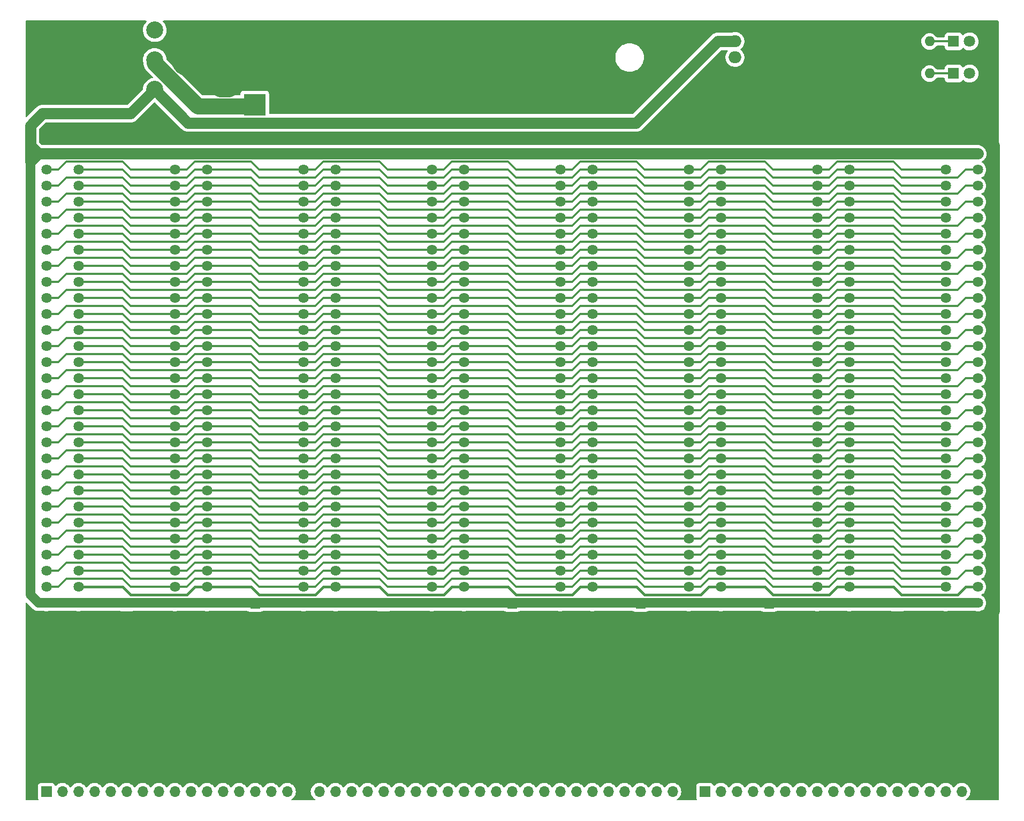
<source format=gtl>
G04 #@! TF.GenerationSoftware,KiCad,Pcbnew,(6.0.7)*
G04 #@! TF.CreationDate,2022-10-13T06:51:31-04:00*
G04 #@! TF.ProjectId,Part 5 - Backplane,50617274-2035-4202-9d20-4261636b706c,2*
G04 #@! TF.SameCoordinates,Original*
G04 #@! TF.FileFunction,Copper,L1,Top*
G04 #@! TF.FilePolarity,Positive*
%FSLAX46Y46*%
G04 Gerber Fmt 4.6, Leading zero omitted, Abs format (unit mm)*
G04 Created by KiCad (PCBNEW (6.0.7)) date 2022-10-13 06:51:31*
%MOMM*%
%LPD*%
G01*
G04 APERTURE LIST*
G04 Aperture macros list*
%AMRoundRect*
0 Rectangle with rounded corners*
0 $1 Rounding radius*
0 $2 $3 $4 $5 $6 $7 $8 $9 X,Y pos of 4 corners*
0 Add a 4 corners polygon primitive as box body*
4,1,4,$2,$3,$4,$5,$6,$7,$8,$9,$2,$3,0*
0 Add four circle primitives for the rounded corners*
1,1,$1+$1,$2,$3*
1,1,$1+$1,$4,$5*
1,1,$1+$1,$6,$7*
1,1,$1+$1,$8,$9*
0 Add four rect primitives between the rounded corners*
20,1,$1+$1,$2,$3,$4,$5,0*
20,1,$1+$1,$4,$5,$6,$7,0*
20,1,$1+$1,$6,$7,$8,$9,0*
20,1,$1+$1,$8,$9,$2,$3,0*%
G04 Aperture macros list end*
G04 #@! TA.AperFunction,ComponentPad*
%ADD10C,0.800000*%
G04 #@! TD*
G04 #@! TA.AperFunction,ComponentPad*
%ADD11C,6.400000*%
G04 #@! TD*
G04 #@! TA.AperFunction,ComponentPad*
%ADD12R,1.600000X1.600000*%
G04 #@! TD*
G04 #@! TA.AperFunction,ComponentPad*
%ADD13C,1.600000*%
G04 #@! TD*
G04 #@! TA.AperFunction,ComponentPad*
%ADD14R,3.500000X3.500000*%
G04 #@! TD*
G04 #@! TA.AperFunction,ComponentPad*
%ADD15RoundRect,0.750000X-1.000000X0.750000X-1.000000X-0.750000X1.000000X-0.750000X1.000000X0.750000X0*%
G04 #@! TD*
G04 #@! TA.AperFunction,ComponentPad*
%ADD16RoundRect,0.875000X-0.875000X0.875000X-0.875000X-0.875000X0.875000X-0.875000X0.875000X0.875000X0*%
G04 #@! TD*
G04 #@! TA.AperFunction,ComponentPad*
%ADD17R,2.000000X1.905000*%
G04 #@! TD*
G04 #@! TA.AperFunction,ComponentPad*
%ADD18O,2.000000X1.905000*%
G04 #@! TD*
G04 #@! TA.AperFunction,ComponentPad*
%ADD19O,1.600000X1.600000*%
G04 #@! TD*
G04 #@! TA.AperFunction,ComponentPad*
%ADD20R,1.638000X1.638000*%
G04 #@! TD*
G04 #@! TA.AperFunction,ComponentPad*
%ADD21C,1.638000*%
G04 #@! TD*
G04 #@! TA.AperFunction,ComponentPad*
%ADD22R,1.800000X1.800000*%
G04 #@! TD*
G04 #@! TA.AperFunction,ComponentPad*
%ADD23C,1.800000*%
G04 #@! TD*
G04 #@! TA.AperFunction,ComponentPad*
%ADD24R,1.700000X1.700000*%
G04 #@! TD*
G04 #@! TA.AperFunction,ComponentPad*
%ADD25O,1.700000X1.700000*%
G04 #@! TD*
G04 #@! TA.AperFunction,ComponentPad*
%ADD26C,2.700000*%
G04 #@! TD*
G04 #@! TA.AperFunction,Conductor*
%ADD27C,1.750000*%
G04 #@! TD*
G04 #@! TA.AperFunction,Conductor*
%ADD28C,1.500000*%
G04 #@! TD*
G04 #@! TA.AperFunction,Conductor*
%ADD29C,0.333000*%
G04 #@! TD*
G04 #@! TA.AperFunction,Conductor*
%ADD30C,2.500000*%
G04 #@! TD*
G04 #@! TA.AperFunction,Conductor*
%ADD31C,0.750000*%
G04 #@! TD*
G04 #@! TA.AperFunction,Conductor*
%ADD32C,0.450000*%
G04 #@! TD*
G04 APERTURE END LIST*
D10*
X163830000Y-44310000D03*
X162132944Y-40212944D03*
X165527056Y-43607056D03*
X161430000Y-41910000D03*
X165527056Y-40212944D03*
X163830000Y-39510000D03*
D11*
X163830000Y-41910000D03*
D10*
X166230000Y-41910000D03*
X162132944Y-43607056D03*
D12*
X92710000Y-128270000D03*
D13*
X92710000Y-130770000D03*
D14*
X72331500Y-49434000D03*
D15*
X72331500Y-43434000D03*
D16*
X67631500Y-46434000D03*
D12*
X52070000Y-57062379D03*
D13*
X52070000Y-54562379D03*
D10*
X43607056Y-145207056D03*
X43607056Y-141812944D03*
X41910000Y-145910000D03*
X39510000Y-143510000D03*
D11*
X41910000Y-143510000D03*
D10*
X40212944Y-141812944D03*
X40212944Y-145207056D03*
X44310000Y-143510000D03*
X41910000Y-141110000D03*
D12*
X113030000Y-128357621D03*
D13*
X113030000Y-130857621D03*
D17*
X148295000Y-44450000D03*
D18*
X148295000Y-41910000D03*
X148295000Y-39370000D03*
D12*
X52070000Y-128270000D03*
D13*
X52070000Y-130770000D03*
X168910000Y-44450000D03*
D19*
X179070000Y-44450000D03*
D20*
X85117000Y-54610000D03*
D21*
X85117000Y-57150000D03*
X85117000Y-59690000D03*
X85117000Y-62230000D03*
X85117000Y-64770000D03*
X85117000Y-67310000D03*
X85117000Y-69850000D03*
X85117000Y-72390000D03*
X85117000Y-74930000D03*
X85117000Y-77470000D03*
X85117000Y-80010000D03*
X85117000Y-82550000D03*
X85117000Y-85090000D03*
X85117000Y-87630000D03*
X85117000Y-90170000D03*
X85117000Y-92710000D03*
X85117000Y-95250000D03*
X85117000Y-97790000D03*
X85117000Y-100330000D03*
X85117000Y-102870000D03*
X85117000Y-105410000D03*
X85117000Y-107950000D03*
X85117000Y-110490000D03*
X85117000Y-113030000D03*
X85117000Y-115570000D03*
X85117000Y-118110000D03*
X85117000Y-120650000D03*
X85117000Y-123190000D03*
X85117000Y-125730000D03*
X85117000Y-128270000D03*
X85117000Y-130810000D03*
X80037000Y-54610000D03*
X80037000Y-57150000D03*
X80037000Y-59690000D03*
X80037000Y-62230000D03*
X80037000Y-64770000D03*
X80037000Y-67310000D03*
X80037000Y-69850000D03*
X80037000Y-72390000D03*
X80037000Y-74930000D03*
X80037000Y-77470000D03*
X80037000Y-80010000D03*
X80037000Y-82550000D03*
X80037000Y-85090000D03*
X80037000Y-87630000D03*
X80037000Y-90170000D03*
X80037000Y-92710000D03*
X80037000Y-95250000D03*
X80037000Y-97790000D03*
X80037000Y-100330000D03*
X80037000Y-102870000D03*
X80037000Y-105410000D03*
X80037000Y-107950000D03*
X80037000Y-110490000D03*
X80037000Y-113030000D03*
X80037000Y-115570000D03*
X80037000Y-118110000D03*
X80037000Y-120650000D03*
X80037000Y-123190000D03*
X80037000Y-125730000D03*
X80037000Y-128270000D03*
X80037000Y-130810000D03*
D20*
X105410000Y-54610000D03*
D21*
X105410000Y-57150000D03*
X105410000Y-59690000D03*
X105410000Y-62230000D03*
X105410000Y-64770000D03*
X105410000Y-67310000D03*
X105410000Y-69850000D03*
X105410000Y-72390000D03*
X105410000Y-74930000D03*
X105410000Y-77470000D03*
X105410000Y-80010000D03*
X105410000Y-82550000D03*
X105410000Y-85090000D03*
X105410000Y-87630000D03*
X105410000Y-90170000D03*
X105410000Y-92710000D03*
X105410000Y-95250000D03*
X105410000Y-97790000D03*
X105410000Y-100330000D03*
X105410000Y-102870000D03*
X105410000Y-105410000D03*
X105410000Y-107950000D03*
X105410000Y-110490000D03*
X105410000Y-113030000D03*
X105410000Y-115570000D03*
X105410000Y-118110000D03*
X105410000Y-120650000D03*
X105410000Y-123190000D03*
X105410000Y-125730000D03*
X105410000Y-128270000D03*
X105410000Y-130810000D03*
X100330000Y-54610000D03*
X100330000Y-57150000D03*
X100330000Y-59690000D03*
X100330000Y-62230000D03*
X100330000Y-64770000D03*
X100330000Y-67310000D03*
X100330000Y-69850000D03*
X100330000Y-72390000D03*
X100330000Y-74930000D03*
X100330000Y-77470000D03*
X100330000Y-80010000D03*
X100330000Y-82550000D03*
X100330000Y-85090000D03*
X100330000Y-87630000D03*
X100330000Y-90170000D03*
X100330000Y-92710000D03*
X100330000Y-95250000D03*
X100330000Y-97790000D03*
X100330000Y-100330000D03*
X100330000Y-102870000D03*
X100330000Y-105410000D03*
X100330000Y-107950000D03*
X100330000Y-110490000D03*
X100330000Y-113030000D03*
X100330000Y-115570000D03*
X100330000Y-118110000D03*
X100330000Y-120650000D03*
X100330000Y-123190000D03*
X100330000Y-125730000D03*
X100330000Y-128270000D03*
X100330000Y-130810000D03*
D20*
X186690000Y-54610000D03*
D21*
X186690000Y-57150000D03*
X186690000Y-59690000D03*
X186690000Y-62230000D03*
X186690000Y-64770000D03*
X186690000Y-67310000D03*
X186690000Y-69850000D03*
X186690000Y-72390000D03*
X186690000Y-74930000D03*
X186690000Y-77470000D03*
X186690000Y-80010000D03*
X186690000Y-82550000D03*
X186690000Y-85090000D03*
X186690000Y-87630000D03*
X186690000Y-90170000D03*
X186690000Y-92710000D03*
X186690000Y-95250000D03*
X186690000Y-97790000D03*
X186690000Y-100330000D03*
X186690000Y-102870000D03*
X186690000Y-105410000D03*
X186690000Y-107950000D03*
X186690000Y-110490000D03*
X186690000Y-113030000D03*
X186690000Y-115570000D03*
X186690000Y-118110000D03*
X186690000Y-120650000D03*
X186690000Y-123190000D03*
X186690000Y-125730000D03*
X186690000Y-128270000D03*
X186690000Y-130810000D03*
X181610000Y-54610000D03*
X181610000Y-57150000D03*
X181610000Y-59690000D03*
X181610000Y-62230000D03*
X181610000Y-64770000D03*
X181610000Y-67310000D03*
X181610000Y-69850000D03*
X181610000Y-72390000D03*
X181610000Y-74930000D03*
X181610000Y-77470000D03*
X181610000Y-80010000D03*
X181610000Y-82550000D03*
X181610000Y-85090000D03*
X181610000Y-87630000D03*
X181610000Y-90170000D03*
X181610000Y-92710000D03*
X181610000Y-95250000D03*
X181610000Y-97790000D03*
X181610000Y-100330000D03*
X181610000Y-102870000D03*
X181610000Y-105410000D03*
X181610000Y-107950000D03*
X181610000Y-110490000D03*
X181610000Y-113030000D03*
X181610000Y-115570000D03*
X181610000Y-118110000D03*
X181610000Y-120650000D03*
X181610000Y-123190000D03*
X181610000Y-125730000D03*
X181610000Y-128270000D03*
X181610000Y-130810000D03*
D22*
X182875000Y-44450000D03*
D23*
X185415000Y-44450000D03*
D13*
X168910000Y-39370000D03*
D19*
X179070000Y-39370000D03*
D12*
X113030000Y-57062379D03*
D13*
X113030000Y-54562379D03*
D12*
X92710000Y-57062379D03*
D13*
X92710000Y-54562379D03*
D20*
X64770000Y-54610000D03*
D21*
X64770000Y-57150000D03*
X64770000Y-59690000D03*
X64770000Y-62230000D03*
X64770000Y-64770000D03*
X64770000Y-67310000D03*
X64770000Y-69850000D03*
X64770000Y-72390000D03*
X64770000Y-74930000D03*
X64770000Y-77470000D03*
X64770000Y-80010000D03*
X64770000Y-82550000D03*
X64770000Y-85090000D03*
X64770000Y-87630000D03*
X64770000Y-90170000D03*
X64770000Y-92710000D03*
X64770000Y-95250000D03*
X64770000Y-97790000D03*
X64770000Y-100330000D03*
X64770000Y-102870000D03*
X64770000Y-105410000D03*
X64770000Y-107950000D03*
X64770000Y-110490000D03*
X64770000Y-113030000D03*
X64770000Y-115570000D03*
X64770000Y-118110000D03*
X64770000Y-120650000D03*
X64770000Y-123190000D03*
X64770000Y-125730000D03*
X64770000Y-128270000D03*
X64770000Y-130810000D03*
X59690000Y-54610000D03*
X59690000Y-57150000D03*
X59690000Y-59690000D03*
X59690000Y-62230000D03*
X59690000Y-64770000D03*
X59690000Y-67310000D03*
X59690000Y-69850000D03*
X59690000Y-72390000D03*
X59690000Y-74930000D03*
X59690000Y-77470000D03*
X59690000Y-80010000D03*
X59690000Y-82550000D03*
X59690000Y-85090000D03*
X59690000Y-87630000D03*
X59690000Y-90170000D03*
X59690000Y-92710000D03*
X59690000Y-95250000D03*
X59690000Y-97790000D03*
X59690000Y-100330000D03*
X59690000Y-102870000D03*
X59690000Y-105410000D03*
X59690000Y-107950000D03*
X59690000Y-110490000D03*
X59690000Y-113030000D03*
X59690000Y-115570000D03*
X59690000Y-118110000D03*
X59690000Y-120650000D03*
X59690000Y-123190000D03*
X59690000Y-125730000D03*
X59690000Y-128270000D03*
X59690000Y-130810000D03*
D10*
X111332944Y-145207056D03*
X114727056Y-141812944D03*
X115430000Y-143510000D03*
D11*
X113030000Y-143510000D03*
D10*
X110630000Y-143510000D03*
X111332944Y-141812944D03*
X113030000Y-145910000D03*
X114727056Y-145207056D03*
X113030000Y-141110000D03*
D12*
X133350000Y-57062379D03*
D13*
X133350000Y-54562379D03*
D12*
X153670000Y-57062379D03*
D13*
X153670000Y-54562379D03*
D24*
X143525000Y-158115000D03*
D25*
X146065000Y-158115000D03*
X148605000Y-158115000D03*
X151145000Y-158115000D03*
X153685000Y-158115000D03*
X156225000Y-158115000D03*
X158765000Y-158115000D03*
X161305000Y-158115000D03*
X163845000Y-158115000D03*
X166385000Y-158115000D03*
X168925000Y-158115000D03*
X171465000Y-158115000D03*
X174005000Y-158115000D03*
X176545000Y-158115000D03*
X179085000Y-158115000D03*
X181625000Y-158115000D03*
X184165000Y-158115000D03*
X186705000Y-158115000D03*
D12*
X173990000Y-128270000D03*
D13*
X173990000Y-130770000D03*
D26*
X56515000Y-46990000D03*
X56515000Y-42290000D03*
X56515000Y-37590000D03*
X43815000Y-44830000D03*
X43815000Y-39750000D03*
D12*
X173990000Y-57150000D03*
D13*
X173990000Y-54650000D03*
D10*
X62230000Y-39510000D03*
X60532944Y-43607056D03*
X63927056Y-43607056D03*
X59830000Y-41910000D03*
X64630000Y-41910000D03*
X62230000Y-44310000D03*
X60532944Y-40212944D03*
D11*
X62230000Y-41910000D03*
D10*
X63927056Y-40212944D03*
D22*
X182875000Y-39370000D03*
D23*
X185415000Y-39370000D03*
D12*
X72390000Y-57150000D03*
D13*
X72390000Y-54650000D03*
D12*
X133350000Y-128357621D03*
D13*
X133350000Y-130857621D03*
D20*
X44450000Y-54610000D03*
D21*
X44450000Y-57150000D03*
X44450000Y-59690000D03*
X44450000Y-62230000D03*
X44450000Y-64770000D03*
X44450000Y-67310000D03*
X44450000Y-69850000D03*
X44450000Y-72390000D03*
X44450000Y-74930000D03*
X44450000Y-77470000D03*
X44450000Y-80010000D03*
X44450000Y-82550000D03*
X44450000Y-85090000D03*
X44450000Y-87630000D03*
X44450000Y-90170000D03*
X44450000Y-92710000D03*
X44450000Y-95250000D03*
X44450000Y-97790000D03*
X44450000Y-100330000D03*
X44450000Y-102870000D03*
X44450000Y-105410000D03*
X44450000Y-107950000D03*
X44450000Y-110490000D03*
X44450000Y-113030000D03*
X44450000Y-115570000D03*
X44450000Y-118110000D03*
X44450000Y-120650000D03*
X44450000Y-123190000D03*
X44450000Y-125730000D03*
X44450000Y-128270000D03*
X44450000Y-130810000D03*
X39370000Y-54610000D03*
X39370000Y-57150000D03*
X39370000Y-59690000D03*
X39370000Y-62230000D03*
X39370000Y-64770000D03*
X39370000Y-67310000D03*
X39370000Y-69850000D03*
X39370000Y-72390000D03*
X39370000Y-74930000D03*
X39370000Y-77470000D03*
X39370000Y-80010000D03*
X39370000Y-82550000D03*
X39370000Y-85090000D03*
X39370000Y-87630000D03*
X39370000Y-90170000D03*
X39370000Y-92710000D03*
X39370000Y-95250000D03*
X39370000Y-97790000D03*
X39370000Y-100330000D03*
X39370000Y-102870000D03*
X39370000Y-105410000D03*
X39370000Y-107950000D03*
X39370000Y-110490000D03*
X39370000Y-113030000D03*
X39370000Y-115570000D03*
X39370000Y-118110000D03*
X39370000Y-120650000D03*
X39370000Y-123190000D03*
X39370000Y-125730000D03*
X39370000Y-128270000D03*
X39370000Y-130810000D03*
D24*
X39375000Y-158115000D03*
D25*
X41915000Y-158115000D03*
X44455000Y-158115000D03*
X46995000Y-158115000D03*
X49535000Y-158115000D03*
X52075000Y-158115000D03*
X54615000Y-158115000D03*
X57155000Y-158115000D03*
X59695000Y-158115000D03*
X62235000Y-158115000D03*
X64775000Y-158115000D03*
X67315000Y-158115000D03*
X69855000Y-158115000D03*
X72395000Y-158115000D03*
X74935000Y-158115000D03*
X77475000Y-158115000D03*
X80015000Y-158115000D03*
X82555000Y-158115000D03*
X85095000Y-158115000D03*
X87635000Y-158115000D03*
X90175000Y-158115000D03*
X92715000Y-158115000D03*
X95255000Y-158115000D03*
X97795000Y-158115000D03*
X100335000Y-158115000D03*
X102875000Y-158115000D03*
X105415000Y-158115000D03*
X107955000Y-158115000D03*
X110495000Y-158115000D03*
X113035000Y-158115000D03*
X115575000Y-158115000D03*
X118115000Y-158115000D03*
X120655000Y-158115000D03*
X123195000Y-158115000D03*
X125735000Y-158115000D03*
X128275000Y-158115000D03*
X130815000Y-158115000D03*
X133355000Y-158115000D03*
X135895000Y-158115000D03*
X138435000Y-158115000D03*
D20*
X125730000Y-54610000D03*
D21*
X125730000Y-57150000D03*
X125730000Y-59690000D03*
X125730000Y-62230000D03*
X125730000Y-64770000D03*
X125730000Y-67310000D03*
X125730000Y-69850000D03*
X125730000Y-72390000D03*
X125730000Y-74930000D03*
X125730000Y-77470000D03*
X125730000Y-80010000D03*
X125730000Y-82550000D03*
X125730000Y-85090000D03*
X125730000Y-87630000D03*
X125730000Y-90170000D03*
X125730000Y-92710000D03*
X125730000Y-95250000D03*
X125730000Y-97790000D03*
X125730000Y-100330000D03*
X125730000Y-102870000D03*
X125730000Y-105410000D03*
X125730000Y-107950000D03*
X125730000Y-110490000D03*
X125730000Y-113030000D03*
X125730000Y-115570000D03*
X125730000Y-118110000D03*
X125730000Y-120650000D03*
X125730000Y-123190000D03*
X125730000Y-125730000D03*
X125730000Y-128270000D03*
X125730000Y-130810000D03*
X120650000Y-54610000D03*
X120650000Y-57150000D03*
X120650000Y-59690000D03*
X120650000Y-62230000D03*
X120650000Y-64770000D03*
X120650000Y-67310000D03*
X120650000Y-69850000D03*
X120650000Y-72390000D03*
X120650000Y-74930000D03*
X120650000Y-77470000D03*
X120650000Y-80010000D03*
X120650000Y-82550000D03*
X120650000Y-85090000D03*
X120650000Y-87630000D03*
X120650000Y-90170000D03*
X120650000Y-92710000D03*
X120650000Y-95250000D03*
X120650000Y-97790000D03*
X120650000Y-100330000D03*
X120650000Y-102870000D03*
X120650000Y-105410000D03*
X120650000Y-107950000D03*
X120650000Y-110490000D03*
X120650000Y-113030000D03*
X120650000Y-115570000D03*
X120650000Y-118110000D03*
X120650000Y-120650000D03*
X120650000Y-123190000D03*
X120650000Y-125730000D03*
X120650000Y-128270000D03*
X120650000Y-130810000D03*
D11*
X113030000Y-41910000D03*
D10*
X113030000Y-44310000D03*
X111332944Y-43607056D03*
X114727056Y-43607056D03*
X111332944Y-40212944D03*
X113030000Y-39510000D03*
X114727056Y-40212944D03*
X110630000Y-41910000D03*
X115430000Y-41910000D03*
D12*
X72390000Y-128357621D03*
D13*
X72390000Y-130857621D03*
D12*
X153670000Y-128357621D03*
D13*
X153670000Y-130857621D03*
D10*
X184150000Y-141110000D03*
X185847056Y-145207056D03*
X185847056Y-141812944D03*
D11*
X184150000Y-143510000D03*
D10*
X181750000Y-143510000D03*
X186550000Y-143510000D03*
X182452944Y-141812944D03*
X184150000Y-145910000D03*
X182452944Y-145207056D03*
D20*
X166370000Y-54610000D03*
D21*
X166370000Y-57150000D03*
X166370000Y-59690000D03*
X166370000Y-62230000D03*
X166370000Y-64770000D03*
X166370000Y-67310000D03*
X166370000Y-69850000D03*
X166370000Y-72390000D03*
X166370000Y-74930000D03*
X166370000Y-77470000D03*
X166370000Y-80010000D03*
X166370000Y-82550000D03*
X166370000Y-85090000D03*
X166370000Y-87630000D03*
X166370000Y-90170000D03*
X166370000Y-92710000D03*
X166370000Y-95250000D03*
X166370000Y-97790000D03*
X166370000Y-100330000D03*
X166370000Y-102870000D03*
X166370000Y-105410000D03*
X166370000Y-107950000D03*
X166370000Y-110490000D03*
X166370000Y-113030000D03*
X166370000Y-115570000D03*
X166370000Y-118110000D03*
X166370000Y-120650000D03*
X166370000Y-123190000D03*
X166370000Y-125730000D03*
X166370000Y-128270000D03*
X166370000Y-130810000D03*
X161290000Y-54610000D03*
X161290000Y-57150000D03*
X161290000Y-59690000D03*
X161290000Y-62230000D03*
X161290000Y-64770000D03*
X161290000Y-67310000D03*
X161290000Y-69850000D03*
X161290000Y-72390000D03*
X161290000Y-74930000D03*
X161290000Y-77470000D03*
X161290000Y-80010000D03*
X161290000Y-82550000D03*
X161290000Y-85090000D03*
X161290000Y-87630000D03*
X161290000Y-90170000D03*
X161290000Y-92710000D03*
X161290000Y-95250000D03*
X161290000Y-97790000D03*
X161290000Y-100330000D03*
X161290000Y-102870000D03*
X161290000Y-105410000D03*
X161290000Y-107950000D03*
X161290000Y-110490000D03*
X161290000Y-113030000D03*
X161290000Y-115570000D03*
X161290000Y-118110000D03*
X161290000Y-120650000D03*
X161290000Y-123190000D03*
X161290000Y-125730000D03*
X161290000Y-128270000D03*
X161290000Y-130810000D03*
D20*
X146050000Y-54610000D03*
D21*
X146050000Y-57150000D03*
X146050000Y-59690000D03*
X146050000Y-62230000D03*
X146050000Y-64770000D03*
X146050000Y-67310000D03*
X146050000Y-69850000D03*
X146050000Y-72390000D03*
X146050000Y-74930000D03*
X146050000Y-77470000D03*
X146050000Y-80010000D03*
X146050000Y-82550000D03*
X146050000Y-85090000D03*
X146050000Y-87630000D03*
X146050000Y-90170000D03*
X146050000Y-92710000D03*
X146050000Y-95250000D03*
X146050000Y-97790000D03*
X146050000Y-100330000D03*
X146050000Y-102870000D03*
X146050000Y-105410000D03*
X146050000Y-107950000D03*
X146050000Y-110490000D03*
X146050000Y-113030000D03*
X146050000Y-115570000D03*
X146050000Y-118110000D03*
X146050000Y-120650000D03*
X146050000Y-123190000D03*
X146050000Y-125730000D03*
X146050000Y-128270000D03*
X146050000Y-130810000D03*
X140970000Y-54610000D03*
X140970000Y-57150000D03*
X140970000Y-59690000D03*
X140970000Y-62230000D03*
X140970000Y-64770000D03*
X140970000Y-67310000D03*
X140970000Y-69850000D03*
X140970000Y-72390000D03*
X140970000Y-74930000D03*
X140970000Y-77470000D03*
X140970000Y-80010000D03*
X140970000Y-82550000D03*
X140970000Y-85090000D03*
X140970000Y-87630000D03*
X140970000Y-90170000D03*
X140970000Y-92710000D03*
X140970000Y-95250000D03*
X140970000Y-97790000D03*
X140970000Y-100330000D03*
X140970000Y-102870000D03*
X140970000Y-105410000D03*
X140970000Y-107950000D03*
X140970000Y-110490000D03*
X140970000Y-113030000D03*
X140970000Y-115570000D03*
X140970000Y-118110000D03*
X140970000Y-120650000D03*
X140970000Y-123190000D03*
X140970000Y-125730000D03*
X140970000Y-128270000D03*
X140970000Y-130810000D03*
D27*
X36830000Y-58420000D02*
X36830000Y-57150000D01*
X36830000Y-57150000D02*
X36830000Y-52705000D01*
X132656000Y-52259000D02*
X145545000Y-39370000D01*
X36830000Y-52705000D02*
X38735000Y-50800000D01*
X56515000Y-46990000D02*
X61784000Y-52259000D01*
X38100000Y-57150000D02*
X36830000Y-58420000D01*
X52705000Y-50800000D02*
X56515000Y-46990000D01*
X61784000Y-52259000D02*
X132656000Y-52259000D01*
X38100000Y-57150000D02*
X36830000Y-55880000D01*
D28*
X39370000Y-128270000D02*
X38100000Y-128270000D01*
X39370000Y-128270000D02*
X186690000Y-128270000D01*
D27*
X39370000Y-57150000D02*
X36830000Y-57150000D01*
X39370000Y-57150000D02*
X186690000Y-57150000D01*
D28*
X38100000Y-128270000D02*
X36830000Y-127000000D01*
D27*
X39370000Y-57150000D02*
X38100000Y-57150000D01*
X145545000Y-39370000D02*
X148295000Y-39370000D01*
X38735000Y-50800000D02*
X52705000Y-50800000D01*
D28*
X36830000Y-127000000D02*
X36830000Y-58420000D01*
D29*
X166370000Y-39370000D02*
X163830000Y-41910000D01*
D30*
X67631500Y-46434000D02*
X67631500Y-45406500D01*
D31*
X44070000Y-40005000D02*
X43815000Y-39750000D01*
D27*
X187960000Y-54610000D02*
X189230000Y-55880000D01*
D31*
X62230000Y-41910000D02*
X60325000Y-40005000D01*
D27*
X186690000Y-54610000D02*
X187960000Y-54610000D01*
D30*
X66754000Y-46434000D02*
X62230000Y-41910000D01*
D27*
X186690000Y-54610000D02*
X39370000Y-54610000D01*
X189230000Y-55880000D02*
X189230000Y-129540000D01*
X187960000Y-130810000D02*
X186690000Y-130810000D01*
D30*
X67631500Y-46033500D02*
X70231000Y-43434000D01*
X67631500Y-46434000D02*
X67631500Y-46033500D01*
D27*
X148295000Y-44450000D02*
X148295000Y-52365000D01*
D30*
X69331500Y-46434000D02*
X72331500Y-43434000D01*
X65659000Y-43434000D02*
X63754000Y-43434000D01*
D29*
X168910000Y-44450000D02*
X166370000Y-44450000D01*
D27*
X189230000Y-129540000D02*
X187960000Y-130810000D01*
D29*
X168910000Y-39370000D02*
X166370000Y-39370000D01*
D27*
X186690000Y-130810000D02*
X39370000Y-130810000D01*
D30*
X67631500Y-46434000D02*
X66754000Y-46434000D01*
X43815000Y-39750000D02*
X43815000Y-44830000D01*
X67631500Y-46434000D02*
X69331500Y-46434000D01*
D29*
X166370000Y-44450000D02*
X163830000Y-41910000D01*
D31*
X60325000Y-40005000D02*
X44070000Y-40005000D01*
D30*
X67631500Y-45406500D02*
X65659000Y-43434000D01*
X63754000Y-43434000D02*
X62230000Y-41910000D01*
X72331500Y-43434000D02*
X70231000Y-43434000D01*
D27*
X148295000Y-52365000D02*
X146050000Y-54610000D01*
D30*
X70231000Y-43434000D02*
X65659000Y-43434000D01*
D29*
X179070000Y-44450000D02*
X182875000Y-44450000D01*
X144145000Y-59690000D02*
X142875000Y-60960000D01*
X92075000Y-59690000D02*
X85090000Y-59690000D01*
X52705000Y-60960000D02*
X51435000Y-59690000D01*
X113665000Y-60960000D02*
X112395000Y-59690000D01*
X93345000Y-60960000D02*
X92075000Y-59690000D01*
X83185000Y-59690000D02*
X81915000Y-60960000D01*
X71755000Y-59690000D02*
X64770000Y-59690000D01*
X164465000Y-59690000D02*
X163195000Y-60960000D01*
X153035000Y-59690000D02*
X146050000Y-59690000D01*
X166370000Y-59690000D02*
X164465000Y-59690000D01*
X174625000Y-60960000D02*
X173355000Y-59690000D01*
X184785000Y-59690000D02*
X183515000Y-60960000D01*
X81915000Y-60960000D02*
X73025000Y-60960000D01*
X112395000Y-59690000D02*
X105410000Y-59690000D01*
X173355000Y-59690000D02*
X166370000Y-59690000D01*
X122555000Y-60960000D02*
X113665000Y-60960000D01*
X142875000Y-60960000D02*
X133985000Y-60960000D01*
X125730000Y-59690000D02*
X123825000Y-59690000D01*
X61595000Y-60960000D02*
X52705000Y-60960000D01*
X146050000Y-59690000D02*
X144145000Y-59690000D01*
X62865000Y-59690000D02*
X61595000Y-60960000D01*
X103505000Y-59690000D02*
X102235000Y-60960000D01*
X123825000Y-59690000D02*
X122555000Y-60960000D01*
X183515000Y-60960000D02*
X174625000Y-60960000D01*
X186690000Y-59690000D02*
X184785000Y-59690000D01*
X85090000Y-59690000D02*
X83185000Y-59690000D01*
X163195000Y-60960000D02*
X154305000Y-60960000D01*
X105410000Y-59690000D02*
X103505000Y-59690000D01*
X51435000Y-59690000D02*
X44450000Y-59690000D01*
X102235000Y-60960000D02*
X93345000Y-60960000D01*
X73025000Y-60960000D02*
X71755000Y-59690000D01*
X133985000Y-60960000D02*
X132715000Y-59690000D01*
X64770000Y-59690000D02*
X62865000Y-59690000D01*
X154305000Y-60960000D02*
X153035000Y-59690000D01*
X132715000Y-59690000D02*
X125730000Y-59690000D01*
X125730000Y-62230000D02*
X123825000Y-62230000D01*
X122555000Y-63500000D02*
X113665000Y-63500000D01*
X132715000Y-62230000D02*
X125730000Y-62230000D01*
X144145000Y-62230000D02*
X142875000Y-63500000D01*
X102235000Y-63500000D02*
X93345000Y-63500000D01*
X112395000Y-62230000D02*
X105410000Y-62230000D01*
X105410000Y-62230000D02*
X103505000Y-62230000D01*
X62865000Y-62230000D02*
X61595000Y-63500000D01*
X83185000Y-62230000D02*
X81915000Y-63500000D01*
X64770000Y-62230000D02*
X62865000Y-62230000D01*
X52705000Y-63500000D02*
X51435000Y-62230000D01*
X93345000Y-63500000D02*
X92075000Y-62230000D01*
X153035000Y-62230000D02*
X146050000Y-62230000D01*
X103505000Y-62230000D02*
X102235000Y-63500000D01*
X142875000Y-63500000D02*
X133985000Y-63500000D01*
X113665000Y-63500000D02*
X112395000Y-62230000D01*
X166370000Y-62230000D02*
X164465000Y-62230000D01*
X92075000Y-62230000D02*
X85090000Y-62230000D01*
X154305000Y-63500000D02*
X153035000Y-62230000D01*
X61595000Y-63500000D02*
X52705000Y-63500000D01*
X164465000Y-62230000D02*
X163195000Y-63500000D01*
X51435000Y-62230000D02*
X44450000Y-62230000D01*
X183515000Y-63500000D02*
X174625000Y-63500000D01*
X186690000Y-62230000D02*
X184785000Y-62230000D01*
X73025000Y-63500000D02*
X71755000Y-62230000D01*
X173355000Y-62230000D02*
X166370000Y-62230000D01*
X81915000Y-63500000D02*
X73025000Y-63500000D01*
X85090000Y-62230000D02*
X83185000Y-62230000D01*
X146050000Y-62230000D02*
X144145000Y-62230000D01*
X174625000Y-63500000D02*
X173355000Y-62230000D01*
X184785000Y-62230000D02*
X183515000Y-63500000D01*
X163195000Y-63500000D02*
X154305000Y-63500000D01*
X133985000Y-63500000D02*
X132715000Y-62230000D01*
X123825000Y-62230000D02*
X122555000Y-63500000D01*
X71755000Y-62230000D02*
X64770000Y-62230000D01*
X73025000Y-66040000D02*
X71755000Y-64770000D01*
X122555000Y-66040000D02*
X113665000Y-66040000D01*
X133985000Y-66040000D02*
X132715000Y-64770000D01*
X64770000Y-64770000D02*
X62865000Y-64770000D01*
X102235000Y-66040000D02*
X93345000Y-66040000D01*
X142875000Y-66040000D02*
X133985000Y-66040000D01*
X174625000Y-66040000D02*
X173355000Y-64770000D01*
X93345000Y-66040000D02*
X92075000Y-64770000D01*
X186690000Y-64770000D02*
X184785000Y-64770000D01*
X173355000Y-64770000D02*
X166370000Y-64770000D01*
X132715000Y-64770000D02*
X125730000Y-64770000D01*
X71755000Y-64770000D02*
X64770000Y-64770000D01*
X163195000Y-66040000D02*
X154305000Y-66040000D01*
X51435000Y-64770000D02*
X44450000Y-64770000D01*
X125730000Y-64770000D02*
X123825000Y-64770000D01*
X61595000Y-66040000D02*
X52705000Y-66040000D01*
X103505000Y-64770000D02*
X102235000Y-66040000D01*
X184785000Y-64770000D02*
X183515000Y-66040000D01*
X164465000Y-64770000D02*
X163195000Y-66040000D01*
X62865000Y-64770000D02*
X61595000Y-66040000D01*
X144145000Y-64770000D02*
X142875000Y-66040000D01*
X85090000Y-64770000D02*
X83185000Y-64770000D01*
X92075000Y-64770000D02*
X85090000Y-64770000D01*
X123825000Y-64770000D02*
X122555000Y-66040000D01*
X154305000Y-66040000D02*
X153035000Y-64770000D01*
X166370000Y-64770000D02*
X164465000Y-64770000D01*
X146050000Y-64770000D02*
X144145000Y-64770000D01*
X105410000Y-64770000D02*
X103505000Y-64770000D01*
X183515000Y-66040000D02*
X174625000Y-66040000D01*
X81915000Y-66040000D02*
X73025000Y-66040000D01*
X153035000Y-64770000D02*
X146050000Y-64770000D01*
X52705000Y-66040000D02*
X51435000Y-64770000D01*
X113665000Y-66040000D02*
X112395000Y-64770000D01*
X112395000Y-64770000D02*
X105410000Y-64770000D01*
X83185000Y-64770000D02*
X81915000Y-66040000D01*
X92075000Y-67310000D02*
X85090000Y-67310000D01*
X113665000Y-68580000D02*
X112395000Y-67310000D01*
X186690000Y-67310000D02*
X184785000Y-67310000D01*
X62865000Y-67310000D02*
X61595000Y-68580000D01*
X112395000Y-67310000D02*
X105410000Y-67310000D01*
X184785000Y-67310000D02*
X183515000Y-68580000D01*
X85090000Y-67310000D02*
X83185000Y-67310000D01*
X142875000Y-68580000D02*
X133985000Y-68580000D01*
X105410000Y-67310000D02*
X103505000Y-67310000D01*
X103505000Y-67310000D02*
X102235000Y-68580000D01*
X125730000Y-67310000D02*
X123825000Y-67310000D01*
X61595000Y-68580000D02*
X52705000Y-68580000D01*
X123825000Y-67310000D02*
X122555000Y-68580000D01*
X132715000Y-67310000D02*
X125730000Y-67310000D01*
X52705000Y-68580000D02*
X51435000Y-67310000D01*
X146050000Y-67310000D02*
X144145000Y-67310000D01*
X93345000Y-68580000D02*
X92075000Y-67310000D01*
X83185000Y-67310000D02*
X81915000Y-68580000D01*
X71755000Y-67310000D02*
X64770000Y-67310000D01*
X163195000Y-68580000D02*
X154305000Y-68580000D01*
X81915000Y-68580000D02*
X73025000Y-68580000D01*
X153035000Y-67310000D02*
X146050000Y-67310000D01*
X51435000Y-67310000D02*
X44450000Y-67310000D01*
X154305000Y-68580000D02*
X153035000Y-67310000D01*
X64770000Y-67310000D02*
X62865000Y-67310000D01*
X73025000Y-68580000D02*
X71755000Y-67310000D01*
X164465000Y-67310000D02*
X163195000Y-68580000D01*
X173355000Y-67310000D02*
X166370000Y-67310000D01*
X183515000Y-68580000D02*
X174625000Y-68580000D01*
X122555000Y-68580000D02*
X113665000Y-68580000D01*
X133985000Y-68580000D02*
X132715000Y-67310000D01*
X166370000Y-67310000D02*
X164465000Y-67310000D01*
X174625000Y-68580000D02*
X173355000Y-67310000D01*
X102235000Y-68580000D02*
X93345000Y-68580000D01*
X144145000Y-67310000D02*
X142875000Y-68580000D01*
X71755000Y-69850000D02*
X64770000Y-69850000D01*
X142875000Y-71120000D02*
X133985000Y-71120000D01*
X153035000Y-69850000D02*
X146050000Y-69850000D01*
X81915000Y-71120000D02*
X73025000Y-71120000D01*
X186690000Y-69850000D02*
X184785000Y-69850000D01*
X83185000Y-69850000D02*
X81915000Y-71120000D01*
X102235000Y-71120000D02*
X93345000Y-71120000D01*
X61595000Y-71120000D02*
X52705000Y-71120000D01*
X132715000Y-69850000D02*
X125730000Y-69850000D01*
X146050000Y-69850000D02*
X144145000Y-69850000D01*
X62865000Y-69850000D02*
X61595000Y-71120000D01*
X52705000Y-71120000D02*
X51435000Y-69850000D01*
X113665000Y-71120000D02*
X112395000Y-69850000D01*
X174625000Y-71120000D02*
X173355000Y-69850000D01*
X85090000Y-69850000D02*
X83185000Y-69850000D01*
X112395000Y-69850000D02*
X105410000Y-69850000D01*
X103505000Y-69850000D02*
X102235000Y-71120000D01*
X92075000Y-69850000D02*
X85090000Y-69850000D01*
X144145000Y-69850000D02*
X142875000Y-71120000D01*
X122555000Y-71120000D02*
X113665000Y-71120000D01*
X51435000Y-69850000D02*
X44450000Y-69850000D01*
X123825000Y-69850000D02*
X122555000Y-71120000D01*
X73025000Y-71120000D02*
X71755000Y-69850000D01*
X93345000Y-71120000D02*
X92075000Y-69850000D01*
X125730000Y-69850000D02*
X123825000Y-69850000D01*
X184785000Y-69850000D02*
X183515000Y-71120000D01*
X64770000Y-69850000D02*
X62865000Y-69850000D01*
X105410000Y-69850000D02*
X103505000Y-69850000D01*
X164465000Y-69850000D02*
X163195000Y-71120000D01*
X173355000Y-69850000D02*
X166370000Y-69850000D01*
X133985000Y-71120000D02*
X132715000Y-69850000D01*
X163195000Y-71120000D02*
X154305000Y-71120000D01*
X166370000Y-69850000D02*
X164465000Y-69850000D01*
X183515000Y-71120000D02*
X174625000Y-71120000D01*
X154305000Y-71120000D02*
X153035000Y-69850000D01*
X73025000Y-73660000D02*
X71755000Y-72390000D01*
X85090000Y-72390000D02*
X83185000Y-72390000D01*
X183515000Y-73660000D02*
X174625000Y-73660000D01*
X92075000Y-72390000D02*
X85090000Y-72390000D01*
X71755000Y-72390000D02*
X64770000Y-72390000D01*
X123825000Y-72390000D02*
X122555000Y-73660000D01*
X122555000Y-73660000D02*
X113665000Y-73660000D01*
X112395000Y-72390000D02*
X105410000Y-72390000D01*
X81915000Y-73660000D02*
X73025000Y-73660000D01*
X164465000Y-72390000D02*
X163195000Y-73660000D01*
X166370000Y-72390000D02*
X164465000Y-72390000D01*
X51435000Y-72390000D02*
X44450000Y-72390000D01*
X133985000Y-73660000D02*
X132715000Y-72390000D01*
X103505000Y-72390000D02*
X102235000Y-73660000D01*
X62865000Y-72390000D02*
X61595000Y-73660000D01*
X105410000Y-72390000D02*
X103505000Y-72390000D01*
X144145000Y-72390000D02*
X142875000Y-73660000D01*
X61595000Y-73660000D02*
X52705000Y-73660000D01*
X125730000Y-72390000D02*
X123825000Y-72390000D01*
X163195000Y-73660000D02*
X154305000Y-73660000D01*
X93345000Y-73660000D02*
X92075000Y-72390000D01*
X52705000Y-73660000D02*
X51435000Y-72390000D01*
X83185000Y-72390000D02*
X81915000Y-73660000D01*
X173355000Y-72390000D02*
X166370000Y-72390000D01*
X174625000Y-73660000D02*
X173355000Y-72390000D01*
X186690000Y-72390000D02*
X184785000Y-72390000D01*
X102235000Y-73660000D02*
X93345000Y-73660000D01*
X154305000Y-73660000D02*
X153035000Y-72390000D01*
X184785000Y-72390000D02*
X183515000Y-73660000D01*
X132715000Y-72390000D02*
X125730000Y-72390000D01*
X142875000Y-73660000D02*
X133985000Y-73660000D01*
X64770000Y-72390000D02*
X62865000Y-72390000D01*
X113665000Y-73660000D02*
X112395000Y-72390000D01*
X153035000Y-72390000D02*
X146050000Y-72390000D01*
X146050000Y-72390000D02*
X144145000Y-72390000D01*
X163195000Y-76200000D02*
X154305000Y-76200000D01*
X186690000Y-74930000D02*
X184785000Y-74930000D01*
X93345000Y-76200000D02*
X92075000Y-74930000D01*
X184785000Y-74930000D02*
X183515000Y-76200000D01*
X81915000Y-76200000D02*
X73025000Y-76200000D01*
X166370000Y-74930000D02*
X164465000Y-74930000D01*
X62865000Y-74930000D02*
X61595000Y-76200000D01*
X51435000Y-74930000D02*
X44450000Y-74930000D01*
X164465000Y-74930000D02*
X163195000Y-76200000D01*
X173355000Y-74930000D02*
X166370000Y-74930000D01*
X154305000Y-76200000D02*
X153035000Y-74930000D01*
X142875000Y-76200000D02*
X133985000Y-76200000D01*
X183515000Y-76200000D02*
X174625000Y-76200000D01*
X92075000Y-74930000D02*
X85090000Y-74930000D01*
X125730000Y-74930000D02*
X123825000Y-74930000D01*
X83185000Y-74930000D02*
X81915000Y-76200000D01*
X85090000Y-74930000D02*
X83185000Y-74930000D01*
X73025000Y-76200000D02*
X71755000Y-74930000D01*
X71755000Y-74930000D02*
X64770000Y-74930000D01*
X52705000Y-76200000D02*
X51435000Y-74930000D01*
X146050000Y-74930000D02*
X144145000Y-74930000D01*
X61595000Y-76200000D02*
X52705000Y-76200000D01*
X112395000Y-74930000D02*
X105410000Y-74930000D01*
X105410000Y-74930000D02*
X103505000Y-74930000D01*
X122555000Y-76200000D02*
X113665000Y-76200000D01*
X132715000Y-74930000D02*
X125730000Y-74930000D01*
X133985000Y-76200000D02*
X132715000Y-74930000D01*
X144145000Y-74930000D02*
X142875000Y-76200000D01*
X103505000Y-74930000D02*
X102235000Y-76200000D01*
X174625000Y-76200000D02*
X173355000Y-74930000D01*
X102235000Y-76200000D02*
X93345000Y-76200000D01*
X113665000Y-76200000D02*
X112395000Y-74930000D01*
X153035000Y-74930000D02*
X146050000Y-74930000D01*
X123825000Y-74930000D02*
X122555000Y-76200000D01*
X64770000Y-74930000D02*
X62865000Y-74930000D01*
X153035000Y-77470000D02*
X146050000Y-77470000D01*
X132715000Y-77470000D02*
X125730000Y-77470000D01*
X183515000Y-78740000D02*
X174625000Y-78740000D01*
X83185000Y-77470000D02*
X81915000Y-78740000D01*
X103505000Y-77470000D02*
X102235000Y-78740000D01*
X92075000Y-77470000D02*
X85090000Y-77470000D01*
X105410000Y-77470000D02*
X103505000Y-77470000D01*
X71755000Y-77470000D02*
X64770000Y-77470000D01*
X125730000Y-77470000D02*
X123825000Y-77470000D01*
X64770000Y-77470000D02*
X62865000Y-77470000D01*
X112395000Y-77470000D02*
X105410000Y-77470000D01*
X184785000Y-77470000D02*
X183515000Y-78740000D01*
X113665000Y-78740000D02*
X112395000Y-77470000D01*
X85090000Y-77470000D02*
X83185000Y-77470000D01*
X52705000Y-78740000D02*
X51435000Y-77470000D01*
X62865000Y-77470000D02*
X61595000Y-78740000D01*
X133985000Y-78740000D02*
X132715000Y-77470000D01*
X61595000Y-78740000D02*
X52705000Y-78740000D01*
X186690000Y-77470000D02*
X184785000Y-77470000D01*
X81915000Y-78740000D02*
X73025000Y-78740000D01*
X174625000Y-78740000D02*
X173355000Y-77470000D01*
X51435000Y-77470000D02*
X44450000Y-77470000D01*
X142875000Y-78740000D02*
X133985000Y-78740000D01*
X102235000Y-78740000D02*
X93345000Y-78740000D01*
X173355000Y-77470000D02*
X166370000Y-77470000D01*
X122555000Y-78740000D02*
X113665000Y-78740000D01*
X164465000Y-77470000D02*
X163195000Y-78740000D01*
X163195000Y-78740000D02*
X154305000Y-78740000D01*
X154305000Y-78740000D02*
X153035000Y-77470000D01*
X93345000Y-78740000D02*
X92075000Y-77470000D01*
X73025000Y-78740000D02*
X71755000Y-77470000D01*
X123825000Y-77470000D02*
X122555000Y-78740000D01*
X144145000Y-77470000D02*
X142875000Y-78740000D01*
X166370000Y-77470000D02*
X164465000Y-77470000D01*
X146050000Y-77470000D02*
X144145000Y-77470000D01*
X132715000Y-80010000D02*
X125730000Y-80010000D01*
X186690000Y-80010000D02*
X184785000Y-80010000D01*
X51435000Y-80010000D02*
X44450000Y-80010000D01*
X163195000Y-81280000D02*
X154305000Y-81280000D01*
X166370000Y-80010000D02*
X164465000Y-80010000D01*
X102235000Y-81280000D02*
X93345000Y-81280000D01*
X173355000Y-80010000D02*
X166370000Y-80010000D01*
X93345000Y-81280000D02*
X92075000Y-80010000D01*
X112395000Y-80010000D02*
X105410000Y-80010000D01*
X83185000Y-80010000D02*
X81915000Y-81280000D01*
X164465000Y-80010000D02*
X163195000Y-81280000D01*
X183515000Y-81280000D02*
X174625000Y-81280000D01*
X153035000Y-80010000D02*
X146050000Y-80010000D01*
X146050000Y-80010000D02*
X144145000Y-80010000D01*
X154305000Y-81280000D02*
X153035000Y-80010000D01*
X71755000Y-80010000D02*
X64770000Y-80010000D01*
X103505000Y-80010000D02*
X102235000Y-81280000D01*
X122555000Y-81280000D02*
X113665000Y-81280000D01*
X62865000Y-80010000D02*
X61595000Y-81280000D01*
X184785000Y-80010000D02*
X183515000Y-81280000D01*
X85090000Y-80010000D02*
X83185000Y-80010000D01*
X73025000Y-81280000D02*
X71755000Y-80010000D01*
X52705000Y-81280000D02*
X51435000Y-80010000D01*
X125730000Y-80010000D02*
X123825000Y-80010000D01*
X92075000Y-80010000D02*
X85090000Y-80010000D01*
X133985000Y-81280000D02*
X132715000Y-80010000D01*
X105410000Y-80010000D02*
X103505000Y-80010000D01*
X174625000Y-81280000D02*
X173355000Y-80010000D01*
X64770000Y-80010000D02*
X62865000Y-80010000D01*
X61595000Y-81280000D02*
X52705000Y-81280000D01*
X81915000Y-81280000D02*
X73025000Y-81280000D01*
X144145000Y-80010000D02*
X142875000Y-81280000D01*
X113665000Y-81280000D02*
X112395000Y-80010000D01*
X142875000Y-81280000D02*
X133985000Y-81280000D01*
X123825000Y-80010000D02*
X122555000Y-81280000D01*
X133985000Y-83820000D02*
X132715000Y-82550000D01*
X93345000Y-83820000D02*
X92075000Y-82550000D01*
X105410000Y-82550000D02*
X103505000Y-82550000D01*
X81915000Y-83820000D02*
X73025000Y-83820000D01*
X166370000Y-82550000D02*
X164465000Y-82550000D01*
X62865000Y-82550000D02*
X61595000Y-83820000D01*
X61595000Y-83820000D02*
X52705000Y-83820000D01*
X64770000Y-82550000D02*
X62865000Y-82550000D01*
X103505000Y-82550000D02*
X102235000Y-83820000D01*
X132715000Y-82550000D02*
X125730000Y-82550000D01*
X142875000Y-83820000D02*
X133985000Y-83820000D01*
X71755000Y-82550000D02*
X64770000Y-82550000D01*
X154305000Y-83820000D02*
X153035000Y-82550000D01*
X102235000Y-83820000D02*
X93345000Y-83820000D01*
X186690000Y-82550000D02*
X184785000Y-82550000D01*
X113665000Y-83820000D02*
X112395000Y-82550000D01*
X52705000Y-83820000D02*
X51435000Y-82550000D01*
X184785000Y-82550000D02*
X183515000Y-83820000D01*
X173355000Y-82550000D02*
X166370000Y-82550000D01*
X174625000Y-83820000D02*
X173355000Y-82550000D01*
X51435000Y-82550000D02*
X44450000Y-82550000D01*
X146050000Y-82550000D02*
X144145000Y-82550000D01*
X122555000Y-83820000D02*
X113665000Y-83820000D01*
X163195000Y-83820000D02*
X154305000Y-83820000D01*
X112395000Y-82550000D02*
X105410000Y-82550000D01*
X153035000Y-82550000D02*
X146050000Y-82550000D01*
X125730000Y-82550000D02*
X123825000Y-82550000D01*
X164465000Y-82550000D02*
X163195000Y-83820000D01*
X83185000Y-82550000D02*
X81915000Y-83820000D01*
X73025000Y-83820000D02*
X71755000Y-82550000D01*
X144145000Y-82550000D02*
X142875000Y-83820000D01*
X183515000Y-83820000D02*
X174625000Y-83820000D01*
X92075000Y-82550000D02*
X85090000Y-82550000D01*
X123825000Y-82550000D02*
X122555000Y-83820000D01*
X85090000Y-82550000D02*
X83185000Y-82550000D01*
X52705000Y-86360000D02*
X51435000Y-85090000D01*
X122555000Y-86360000D02*
X113665000Y-86360000D01*
X73025000Y-86360000D02*
X71755000Y-85090000D01*
X83185000Y-85090000D02*
X81915000Y-86360000D01*
X85090000Y-85090000D02*
X83185000Y-85090000D01*
X153035000Y-85090000D02*
X146050000Y-85090000D01*
X174625000Y-86360000D02*
X173355000Y-85090000D01*
X146050000Y-85090000D02*
X144145000Y-85090000D01*
X102235000Y-86360000D02*
X93345000Y-86360000D01*
X92075000Y-85090000D02*
X85090000Y-85090000D01*
X183515000Y-86360000D02*
X174625000Y-86360000D01*
X112395000Y-85090000D02*
X105410000Y-85090000D01*
X184785000Y-85090000D02*
X183515000Y-86360000D01*
X144145000Y-85090000D02*
X142875000Y-86360000D01*
X62865000Y-85090000D02*
X61595000Y-86360000D01*
X71755000Y-85090000D02*
X64770000Y-85090000D01*
X164465000Y-85090000D02*
X163195000Y-86360000D01*
X132715000Y-85090000D02*
X125730000Y-85090000D01*
X123825000Y-85090000D02*
X122555000Y-86360000D01*
X186690000Y-85090000D02*
X184785000Y-85090000D01*
X93345000Y-86360000D02*
X92075000Y-85090000D01*
X61595000Y-86360000D02*
X52705000Y-86360000D01*
X64770000Y-85090000D02*
X62865000Y-85090000D01*
X163195000Y-86360000D02*
X154305000Y-86360000D01*
X166370000Y-85090000D02*
X164465000Y-85090000D01*
X133985000Y-86360000D02*
X132715000Y-85090000D01*
X51435000Y-85090000D02*
X44450000Y-85090000D01*
X173355000Y-85090000D02*
X166370000Y-85090000D01*
X113665000Y-86360000D02*
X112395000Y-85090000D01*
X125730000Y-85090000D02*
X123825000Y-85090000D01*
X103505000Y-85090000D02*
X102235000Y-86360000D01*
X154305000Y-86360000D02*
X153035000Y-85090000D01*
X105410000Y-85090000D02*
X103505000Y-85090000D01*
X81915000Y-86360000D02*
X73025000Y-86360000D01*
X142875000Y-86360000D02*
X133985000Y-86360000D01*
X73025000Y-88900000D02*
X71755000Y-87630000D01*
X125730000Y-87630000D02*
X123825000Y-87630000D01*
X93345000Y-88900000D02*
X92075000Y-87630000D01*
X166370000Y-87630000D02*
X164465000Y-87630000D01*
X85090000Y-87630000D02*
X83185000Y-87630000D01*
X52705000Y-88900000D02*
X51435000Y-87630000D01*
X184785000Y-87630000D02*
X183515000Y-88900000D01*
X83185000Y-87630000D02*
X81915000Y-88900000D01*
X123825000Y-87630000D02*
X122555000Y-88900000D01*
X64770000Y-87630000D02*
X62865000Y-87630000D01*
X71755000Y-87630000D02*
X64770000Y-87630000D01*
X102235000Y-88900000D02*
X93345000Y-88900000D01*
X105410000Y-87630000D02*
X103505000Y-87630000D01*
X92075000Y-87630000D02*
X85090000Y-87630000D01*
X62865000Y-87630000D02*
X61595000Y-88900000D01*
X154305000Y-88900000D02*
X153035000Y-87630000D01*
X103505000Y-87630000D02*
X102235000Y-88900000D01*
X81915000Y-88900000D02*
X73025000Y-88900000D01*
X132715000Y-87630000D02*
X125730000Y-87630000D01*
X122555000Y-88900000D02*
X113665000Y-88900000D01*
X174625000Y-88900000D02*
X173355000Y-87630000D01*
X133985000Y-88900000D02*
X132715000Y-87630000D01*
X142875000Y-88900000D02*
X133985000Y-88900000D01*
X113665000Y-88900000D02*
X112395000Y-87630000D01*
X51435000Y-87630000D02*
X44450000Y-87630000D01*
X164465000Y-87630000D02*
X163195000Y-88900000D01*
X163195000Y-88900000D02*
X154305000Y-88900000D01*
X186690000Y-87630000D02*
X184785000Y-87630000D01*
X61595000Y-88900000D02*
X52705000Y-88900000D01*
X153035000Y-87630000D02*
X146050000Y-87630000D01*
X112395000Y-87630000D02*
X105410000Y-87630000D01*
X146050000Y-87630000D02*
X144145000Y-87630000D01*
X183515000Y-88900000D02*
X174625000Y-88900000D01*
X173355000Y-87630000D02*
X166370000Y-87630000D01*
X144145000Y-87630000D02*
X142875000Y-88900000D01*
X93345000Y-91440000D02*
X92075000Y-90170000D01*
X71755000Y-90170000D02*
X64770000Y-90170000D01*
X133985000Y-91440000D02*
X132715000Y-90170000D01*
X132715000Y-90170000D02*
X125730000Y-90170000D01*
X174625000Y-91440000D02*
X173355000Y-90170000D01*
X184785000Y-90170000D02*
X183515000Y-91440000D01*
X163195000Y-91440000D02*
X154305000Y-91440000D01*
X144145000Y-90170000D02*
X142875000Y-91440000D01*
X113665000Y-91440000D02*
X112395000Y-90170000D01*
X112395000Y-90170000D02*
X105410000Y-90170000D01*
X123825000Y-90170000D02*
X122555000Y-91440000D01*
X142875000Y-91440000D02*
X133985000Y-91440000D01*
X146050000Y-90170000D02*
X144145000Y-90170000D01*
X102235000Y-91440000D02*
X93345000Y-91440000D01*
X166370000Y-90170000D02*
X164465000Y-90170000D01*
X85090000Y-90170000D02*
X83185000Y-90170000D01*
X103505000Y-90170000D02*
X102235000Y-91440000D01*
X186690000Y-90170000D02*
X184785000Y-90170000D01*
X125730000Y-90170000D02*
X123825000Y-90170000D01*
X62865000Y-90170000D02*
X61595000Y-91440000D01*
X173355000Y-90170000D02*
X166370000Y-90170000D01*
X92075000Y-90170000D02*
X85090000Y-90170000D01*
X52705000Y-91440000D02*
X51435000Y-90170000D01*
X61595000Y-91440000D02*
X52705000Y-91440000D01*
X122555000Y-91440000D02*
X113665000Y-91440000D01*
X153035000Y-90170000D02*
X146050000Y-90170000D01*
X73025000Y-91440000D02*
X71755000Y-90170000D01*
X154305000Y-91440000D02*
X153035000Y-90170000D01*
X183515000Y-91440000D02*
X174625000Y-91440000D01*
X51435000Y-90170000D02*
X44450000Y-90170000D01*
X64770000Y-90170000D02*
X62865000Y-90170000D01*
X105410000Y-90170000D02*
X103505000Y-90170000D01*
X81915000Y-91440000D02*
X73025000Y-91440000D01*
X164465000Y-90170000D02*
X163195000Y-91440000D01*
X83185000Y-90170000D02*
X81915000Y-91440000D01*
X144145000Y-92710000D02*
X142875000Y-93980000D01*
X184785000Y-92710000D02*
X183515000Y-93980000D01*
X51435000Y-92710000D02*
X44450000Y-92710000D01*
X105410000Y-92710000D02*
X103505000Y-92710000D01*
X142875000Y-93980000D02*
X133985000Y-93980000D01*
X163195000Y-93980000D02*
X154305000Y-93980000D01*
X113665000Y-93980000D02*
X112395000Y-92710000D01*
X64770000Y-92710000D02*
X62865000Y-92710000D01*
X153035000Y-92710000D02*
X146050000Y-92710000D01*
X154305000Y-93980000D02*
X153035000Y-92710000D01*
X71755000Y-92710000D02*
X64770000Y-92710000D01*
X173355000Y-92710000D02*
X166370000Y-92710000D01*
X61595000Y-93980000D02*
X52705000Y-93980000D01*
X186690000Y-92710000D02*
X184785000Y-92710000D01*
X73025000Y-93980000D02*
X71755000Y-92710000D01*
X183515000Y-93980000D02*
X174625000Y-93980000D01*
X112395000Y-92710000D02*
X105410000Y-92710000D01*
X83185000Y-92710000D02*
X81915000Y-93980000D01*
X92075000Y-92710000D02*
X85090000Y-92710000D01*
X81915000Y-93980000D02*
X73025000Y-93980000D01*
X103505000Y-92710000D02*
X102235000Y-93980000D01*
X123825000Y-92710000D02*
X122555000Y-93980000D01*
X132715000Y-92710000D02*
X125730000Y-92710000D01*
X166370000Y-92710000D02*
X164465000Y-92710000D01*
X85090000Y-92710000D02*
X83185000Y-92710000D01*
X122555000Y-93980000D02*
X113665000Y-93980000D01*
X174625000Y-93980000D02*
X173355000Y-92710000D01*
X146050000Y-92710000D02*
X144145000Y-92710000D01*
X125730000Y-92710000D02*
X123825000Y-92710000D01*
X102235000Y-93980000D02*
X93345000Y-93980000D01*
X133985000Y-93980000D02*
X132715000Y-92710000D01*
X164465000Y-92710000D02*
X163195000Y-93980000D01*
X62865000Y-92710000D02*
X61595000Y-93980000D01*
X93345000Y-93980000D02*
X92075000Y-92710000D01*
X52705000Y-93980000D02*
X51435000Y-92710000D01*
X146050000Y-95250000D02*
X144145000Y-95250000D01*
X123825000Y-95250000D02*
X122555000Y-96520000D01*
X92075000Y-95250000D02*
X85090000Y-95250000D01*
X51435000Y-95250000D02*
X44450000Y-95250000D01*
X61595000Y-96520000D02*
X52705000Y-96520000D01*
X112395000Y-95250000D02*
X105410000Y-95250000D01*
X125730000Y-95250000D02*
X123825000Y-95250000D01*
X71755000Y-95250000D02*
X64770000Y-95250000D01*
X83185000Y-95250000D02*
X81915000Y-96520000D01*
X142875000Y-96520000D02*
X133985000Y-96520000D01*
X52705000Y-96520000D02*
X51435000Y-95250000D01*
X81915000Y-96520000D02*
X73025000Y-96520000D01*
X103505000Y-95250000D02*
X102235000Y-96520000D01*
X166370000Y-95250000D02*
X164465000Y-95250000D01*
X154305000Y-96520000D02*
X153035000Y-95250000D01*
X85090000Y-95250000D02*
X83185000Y-95250000D01*
X93345000Y-96520000D02*
X92075000Y-95250000D01*
X153035000Y-95250000D02*
X146050000Y-95250000D01*
X174625000Y-96520000D02*
X173355000Y-95250000D01*
X183515000Y-96520000D02*
X174625000Y-96520000D01*
X122555000Y-96520000D02*
X113665000Y-96520000D01*
X186690000Y-95250000D02*
X184785000Y-95250000D01*
X133985000Y-96520000D02*
X132715000Y-95250000D01*
X144145000Y-95250000D02*
X142875000Y-96520000D01*
X113665000Y-96520000D02*
X112395000Y-95250000D01*
X132715000Y-95250000D02*
X125730000Y-95250000D01*
X62865000Y-95250000D02*
X61595000Y-96520000D01*
X105410000Y-95250000D02*
X103505000Y-95250000D01*
X173355000Y-95250000D02*
X166370000Y-95250000D01*
X73025000Y-96520000D02*
X71755000Y-95250000D01*
X184785000Y-95250000D02*
X183515000Y-96520000D01*
X64770000Y-95250000D02*
X62865000Y-95250000D01*
X163195000Y-96520000D02*
X154305000Y-96520000D01*
X102235000Y-96520000D02*
X93345000Y-96520000D01*
X164465000Y-95250000D02*
X163195000Y-96520000D01*
X51435000Y-97790000D02*
X44450000Y-97790000D01*
X62865000Y-97790000D02*
X61595000Y-99060000D01*
X166370000Y-97790000D02*
X164465000Y-97790000D01*
X113665000Y-99060000D02*
X112395000Y-97790000D01*
X103505000Y-97790000D02*
X102235000Y-99060000D01*
X163195000Y-99060000D02*
X154305000Y-99060000D01*
X81915000Y-99060000D02*
X73025000Y-99060000D01*
X154305000Y-99060000D02*
X153035000Y-97790000D01*
X142875000Y-99060000D02*
X133985000Y-99060000D01*
X112395000Y-97790000D02*
X105410000Y-97790000D01*
X71755000Y-97790000D02*
X64770000Y-97790000D01*
X153035000Y-97790000D02*
X146050000Y-97790000D01*
X64770000Y-97790000D02*
X62865000Y-97790000D01*
X184785000Y-97790000D02*
X183515000Y-99060000D01*
X174625000Y-99060000D02*
X173355000Y-97790000D01*
X105410000Y-97790000D02*
X103505000Y-97790000D01*
X123825000Y-97790000D02*
X122555000Y-99060000D01*
X61595000Y-99060000D02*
X52705000Y-99060000D01*
X125730000Y-97790000D02*
X123825000Y-97790000D01*
X173355000Y-97790000D02*
X166370000Y-97790000D01*
X183515000Y-99060000D02*
X174625000Y-99060000D01*
X144145000Y-97790000D02*
X142875000Y-99060000D01*
X133985000Y-99060000D02*
X132715000Y-97790000D01*
X146050000Y-97790000D02*
X144145000Y-97790000D01*
X122555000Y-99060000D02*
X113665000Y-99060000D01*
X73025000Y-99060000D02*
X71755000Y-97790000D01*
X83185000Y-97790000D02*
X81915000Y-99060000D01*
X85090000Y-97790000D02*
X83185000Y-97790000D01*
X52705000Y-99060000D02*
X51435000Y-97790000D01*
X186690000Y-97790000D02*
X184785000Y-97790000D01*
X93345000Y-99060000D02*
X92075000Y-97790000D01*
X92075000Y-97790000D02*
X85090000Y-97790000D01*
X164465000Y-97790000D02*
X163195000Y-99060000D01*
X102235000Y-99060000D02*
X93345000Y-99060000D01*
X132715000Y-97790000D02*
X125730000Y-97790000D01*
X164465000Y-100330000D02*
X163195000Y-101600000D01*
X62865000Y-100330000D02*
X61595000Y-101600000D01*
X112395000Y-100330000D02*
X105410000Y-100330000D01*
X153035000Y-100330000D02*
X146050000Y-100330000D01*
X163195000Y-101600000D02*
X154305000Y-101600000D01*
X92075000Y-100330000D02*
X85090000Y-100330000D01*
X125730000Y-100330000D02*
X123825000Y-100330000D01*
X184785000Y-100330000D02*
X183515000Y-101600000D01*
X183515000Y-101600000D02*
X174625000Y-101600000D01*
X154305000Y-101600000D02*
X153035000Y-100330000D01*
X73025000Y-101600000D02*
X71755000Y-100330000D01*
X103505000Y-100330000D02*
X102235000Y-101600000D01*
X81915000Y-101600000D02*
X73025000Y-101600000D01*
X71755000Y-100330000D02*
X64770000Y-100330000D01*
X144145000Y-100330000D02*
X142875000Y-101600000D01*
X132715000Y-100330000D02*
X125730000Y-100330000D01*
X61595000Y-101600000D02*
X52705000Y-101600000D01*
X142875000Y-101600000D02*
X133985000Y-101600000D01*
X146050000Y-100330000D02*
X144145000Y-100330000D01*
X85090000Y-100330000D02*
X83185000Y-100330000D01*
X93345000Y-101600000D02*
X92075000Y-100330000D01*
X83185000Y-100330000D02*
X81915000Y-101600000D01*
X64770000Y-100330000D02*
X62865000Y-100330000D01*
X113665000Y-101600000D02*
X112395000Y-100330000D01*
X105410000Y-100330000D02*
X103505000Y-100330000D01*
X122555000Y-101600000D02*
X113665000Y-101600000D01*
X133985000Y-101600000D02*
X132715000Y-100330000D01*
X166370000Y-100330000D02*
X164465000Y-100330000D01*
X52705000Y-101600000D02*
X51435000Y-100330000D01*
X174625000Y-101600000D02*
X173355000Y-100330000D01*
X51435000Y-100330000D02*
X44450000Y-100330000D01*
X123825000Y-100330000D02*
X122555000Y-101600000D01*
X102235000Y-101600000D02*
X93345000Y-101600000D01*
X186690000Y-100330000D02*
X184785000Y-100330000D01*
X173355000Y-100330000D02*
X166370000Y-100330000D01*
X51435000Y-102870000D02*
X44450000Y-102870000D01*
X125730000Y-102870000D02*
X123825000Y-102870000D01*
X81915000Y-104140000D02*
X73025000Y-104140000D01*
X64770000Y-102870000D02*
X62865000Y-102870000D01*
X103505000Y-102870000D02*
X102235000Y-104140000D01*
X132715000Y-102870000D02*
X125730000Y-102870000D01*
X166370000Y-102870000D02*
X164465000Y-102870000D01*
X183515000Y-104140000D02*
X174625000Y-104140000D01*
X93345000Y-104140000D02*
X92075000Y-102870000D01*
X153035000Y-102870000D02*
X146050000Y-102870000D01*
X122555000Y-104140000D02*
X113665000Y-104140000D01*
X154305000Y-104140000D02*
X153035000Y-102870000D01*
X123825000Y-102870000D02*
X122555000Y-104140000D01*
X186690000Y-102870000D02*
X184785000Y-102870000D01*
X174625000Y-104140000D02*
X173355000Y-102870000D01*
X52705000Y-104140000D02*
X51435000Y-102870000D01*
X113665000Y-104140000D02*
X112395000Y-102870000D01*
X102235000Y-104140000D02*
X93345000Y-104140000D01*
X83185000Y-102870000D02*
X81915000Y-104140000D01*
X105410000Y-102870000D02*
X103505000Y-102870000D01*
X85090000Y-102870000D02*
X83185000Y-102870000D01*
X61595000Y-104140000D02*
X52705000Y-104140000D01*
X62865000Y-102870000D02*
X61595000Y-104140000D01*
X146050000Y-102870000D02*
X144145000Y-102870000D01*
X73025000Y-104140000D02*
X71755000Y-102870000D01*
X173355000Y-102870000D02*
X166370000Y-102870000D01*
X164465000Y-102870000D02*
X163195000Y-104140000D01*
X184785000Y-102870000D02*
X183515000Y-104140000D01*
X71755000Y-102870000D02*
X64770000Y-102870000D01*
X144145000Y-102870000D02*
X142875000Y-104140000D01*
X133985000Y-104140000D02*
X132715000Y-102870000D01*
X92075000Y-102870000D02*
X85090000Y-102870000D01*
X112395000Y-102870000D02*
X105410000Y-102870000D01*
X142875000Y-104140000D02*
X133985000Y-104140000D01*
X163195000Y-104140000D02*
X154305000Y-104140000D01*
X166370000Y-105410000D02*
X164465000Y-105410000D01*
X163195000Y-106680000D02*
X154305000Y-106680000D01*
X71755000Y-105410000D02*
X64770000Y-105410000D01*
X146050000Y-105410000D02*
X144145000Y-105410000D01*
X184785000Y-105410000D02*
X183515000Y-106680000D01*
X85090000Y-105410000D02*
X83185000Y-105410000D01*
X52705000Y-106680000D02*
X51435000Y-105410000D01*
X164465000Y-105410000D02*
X163195000Y-106680000D01*
X92075000Y-105410000D02*
X85090000Y-105410000D01*
X142875000Y-106680000D02*
X133985000Y-106680000D01*
X81915000Y-106680000D02*
X73025000Y-106680000D01*
X93345000Y-106680000D02*
X92075000Y-105410000D01*
X132715000Y-105410000D02*
X125730000Y-105410000D01*
X102235000Y-106680000D02*
X93345000Y-106680000D01*
X122555000Y-106680000D02*
X113665000Y-106680000D01*
X64770000Y-105410000D02*
X62865000Y-105410000D01*
X113665000Y-106680000D02*
X112395000Y-105410000D01*
X174625000Y-106680000D02*
X173355000Y-105410000D01*
X153035000Y-105410000D02*
X146050000Y-105410000D01*
X51435000Y-105410000D02*
X44450000Y-105410000D01*
X144145000Y-105410000D02*
X142875000Y-106680000D01*
X105410000Y-105410000D02*
X103505000Y-105410000D01*
X103505000Y-105410000D02*
X102235000Y-106680000D01*
X125730000Y-105410000D02*
X123825000Y-105410000D01*
X183515000Y-106680000D02*
X174625000Y-106680000D01*
X62865000Y-105410000D02*
X61595000Y-106680000D01*
X73025000Y-106680000D02*
X71755000Y-105410000D01*
X186690000Y-105410000D02*
X184785000Y-105410000D01*
X133985000Y-106680000D02*
X132715000Y-105410000D01*
X154305000Y-106680000D02*
X153035000Y-105410000D01*
X123825000Y-105410000D02*
X122555000Y-106680000D01*
X83185000Y-105410000D02*
X81915000Y-106680000D01*
X112395000Y-105410000D02*
X105410000Y-105410000D01*
X61595000Y-106680000D02*
X52705000Y-106680000D01*
X173355000Y-105410000D02*
X166370000Y-105410000D01*
X183515000Y-109220000D02*
X174625000Y-109220000D01*
X174625000Y-109220000D02*
X173355000Y-107950000D01*
X173355000Y-107950000D02*
X166370000Y-107950000D01*
X146050000Y-107950000D02*
X144145000Y-107950000D01*
X62865000Y-107950000D02*
X61595000Y-109220000D01*
X92075000Y-107950000D02*
X85090000Y-107950000D01*
X83185000Y-107950000D02*
X81915000Y-109220000D01*
X133985000Y-109220000D02*
X132715000Y-107950000D01*
X112395000Y-107950000D02*
X105410000Y-107950000D01*
X102235000Y-109220000D02*
X93345000Y-109220000D01*
X125730000Y-107950000D02*
X123825000Y-107950000D01*
X64770000Y-107950000D02*
X62865000Y-107950000D01*
X93345000Y-109220000D02*
X92075000Y-107950000D01*
X123825000Y-107950000D02*
X122555000Y-109220000D01*
X142875000Y-109220000D02*
X133985000Y-109220000D01*
X154305000Y-109220000D02*
X153035000Y-107950000D01*
X164465000Y-107950000D02*
X163195000Y-109220000D01*
X52705000Y-109220000D02*
X51435000Y-107950000D01*
X153035000Y-107950000D02*
X146050000Y-107950000D01*
X163195000Y-109220000D02*
X154305000Y-109220000D01*
X113665000Y-109220000D02*
X112395000Y-107950000D01*
X184785000Y-107950000D02*
X183515000Y-109220000D01*
X61595000Y-109220000D02*
X52705000Y-109220000D01*
X105410000Y-107950000D02*
X103505000Y-107950000D01*
X85090000Y-107950000D02*
X83185000Y-107950000D01*
X71755000Y-107950000D02*
X64770000Y-107950000D01*
X132715000Y-107950000D02*
X125730000Y-107950000D01*
X144145000Y-107950000D02*
X142875000Y-109220000D01*
X73025000Y-109220000D02*
X71755000Y-107950000D01*
X51435000Y-107950000D02*
X44450000Y-107950000D01*
X81915000Y-109220000D02*
X73025000Y-109220000D01*
X166370000Y-107950000D02*
X164465000Y-107950000D01*
X186690000Y-107950000D02*
X184785000Y-107950000D01*
X103505000Y-107950000D02*
X102235000Y-109220000D01*
X122555000Y-109220000D02*
X113665000Y-109220000D01*
X186690000Y-110490000D02*
X184785000Y-110490000D01*
X133985000Y-111760000D02*
X132715000Y-110490000D01*
X85090000Y-110490000D02*
X83185000Y-110490000D01*
X102235000Y-111760000D02*
X93345000Y-111760000D01*
X125730000Y-110490000D02*
X123825000Y-110490000D01*
X123825000Y-110490000D02*
X122555000Y-111760000D01*
X153035000Y-110490000D02*
X146050000Y-110490000D01*
X163195000Y-111760000D02*
X154305000Y-111760000D01*
X83185000Y-110490000D02*
X81915000Y-111760000D01*
X174625000Y-111760000D02*
X173355000Y-110490000D01*
X154305000Y-111760000D02*
X153035000Y-110490000D01*
X92075000Y-110490000D02*
X85090000Y-110490000D01*
X166370000Y-110490000D02*
X164465000Y-110490000D01*
X52705000Y-111760000D02*
X51435000Y-110490000D01*
X113665000Y-111760000D02*
X112395000Y-110490000D01*
X64770000Y-110490000D02*
X62865000Y-110490000D01*
X61595000Y-111760000D02*
X52705000Y-111760000D01*
X184785000Y-110490000D02*
X183515000Y-111760000D01*
X71755000Y-110490000D02*
X64770000Y-110490000D01*
X105410000Y-110490000D02*
X103505000Y-110490000D01*
X51435000Y-110490000D02*
X44450000Y-110490000D01*
X73025000Y-111760000D02*
X71755000Y-110490000D01*
X144145000Y-110490000D02*
X142875000Y-111760000D01*
X62865000Y-110490000D02*
X61595000Y-111760000D01*
X103505000Y-110490000D02*
X102235000Y-111760000D01*
X93345000Y-111760000D02*
X92075000Y-110490000D01*
X146050000Y-110490000D02*
X144145000Y-110490000D01*
X112395000Y-110490000D02*
X105410000Y-110490000D01*
X183515000Y-111760000D02*
X174625000Y-111760000D01*
X122555000Y-111760000D02*
X113665000Y-111760000D01*
X81915000Y-111760000D02*
X73025000Y-111760000D01*
X142875000Y-111760000D02*
X133985000Y-111760000D01*
X164465000Y-110490000D02*
X163195000Y-111760000D01*
X173355000Y-110490000D02*
X166370000Y-110490000D01*
X132715000Y-110490000D02*
X125730000Y-110490000D01*
X81915000Y-114300000D02*
X73025000Y-114300000D01*
X146050000Y-113030000D02*
X144145000Y-113030000D01*
X144145000Y-113030000D02*
X142875000Y-114300000D01*
X105410000Y-113030000D02*
X103505000Y-113030000D01*
X103505000Y-113030000D02*
X102235000Y-114300000D01*
X184785000Y-113030000D02*
X183515000Y-114300000D01*
X133985000Y-114300000D02*
X132715000Y-113030000D01*
X85090000Y-113030000D02*
X83185000Y-113030000D01*
X183515000Y-114300000D02*
X174625000Y-114300000D01*
X173355000Y-113030000D02*
X166370000Y-113030000D01*
X154305000Y-114300000D02*
X153035000Y-113030000D01*
X64770000Y-113030000D02*
X62865000Y-113030000D01*
X186690000Y-113030000D02*
X184785000Y-113030000D01*
X142875000Y-114300000D02*
X133985000Y-114300000D01*
X71755000Y-113030000D02*
X64770000Y-113030000D01*
X166370000Y-113030000D02*
X164465000Y-113030000D01*
X92075000Y-113030000D02*
X85090000Y-113030000D01*
X112395000Y-113030000D02*
X105410000Y-113030000D01*
X61595000Y-114300000D02*
X52705000Y-114300000D01*
X113665000Y-114300000D02*
X112395000Y-113030000D01*
X132715000Y-113030000D02*
X125730000Y-113030000D01*
X52705000Y-114300000D02*
X51435000Y-113030000D01*
X51435000Y-113030000D02*
X44450000Y-113030000D01*
X164465000Y-113030000D02*
X163195000Y-114300000D01*
X102235000Y-114300000D02*
X93345000Y-114300000D01*
X174625000Y-114300000D02*
X173355000Y-113030000D01*
X125730000Y-113030000D02*
X123825000Y-113030000D01*
X153035000Y-113030000D02*
X146050000Y-113030000D01*
X93345000Y-114300000D02*
X92075000Y-113030000D01*
X122555000Y-114300000D02*
X113665000Y-114300000D01*
X83185000Y-113030000D02*
X81915000Y-114300000D01*
X163195000Y-114300000D02*
X154305000Y-114300000D01*
X123825000Y-113030000D02*
X122555000Y-114300000D01*
X73025000Y-114300000D02*
X71755000Y-113030000D01*
X62865000Y-113030000D02*
X61595000Y-114300000D01*
X92075000Y-115570000D02*
X85090000Y-115570000D01*
X113665000Y-116840000D02*
X112395000Y-115570000D01*
X163195000Y-116840000D02*
X154305000Y-116840000D01*
X73025000Y-116840000D02*
X71755000Y-115570000D01*
X93345000Y-116840000D02*
X92075000Y-115570000D01*
X103505000Y-115570000D02*
X102235000Y-116840000D01*
X166370000Y-115570000D02*
X164465000Y-115570000D01*
X173355000Y-115570000D02*
X166370000Y-115570000D01*
X186690000Y-115570000D02*
X184785000Y-115570000D01*
X62865000Y-115570000D02*
X61595000Y-116840000D01*
X105410000Y-115570000D02*
X103505000Y-115570000D01*
X51435000Y-115570000D02*
X44450000Y-115570000D01*
X125730000Y-115570000D02*
X123825000Y-115570000D01*
X61595000Y-116840000D02*
X52705000Y-116840000D01*
X164465000Y-115570000D02*
X163195000Y-116840000D01*
X102235000Y-116840000D02*
X93345000Y-116840000D01*
X174625000Y-116840000D02*
X173355000Y-115570000D01*
X81915000Y-116840000D02*
X73025000Y-116840000D01*
X142875000Y-116840000D02*
X133985000Y-116840000D01*
X83185000Y-115570000D02*
X81915000Y-116840000D01*
X112395000Y-115570000D02*
X105410000Y-115570000D01*
X123825000Y-115570000D02*
X122555000Y-116840000D01*
X144145000Y-115570000D02*
X142875000Y-116840000D01*
X64770000Y-115570000D02*
X62865000Y-115570000D01*
X146050000Y-115570000D02*
X144145000Y-115570000D01*
X132715000Y-115570000D02*
X125730000Y-115570000D01*
X52705000Y-116840000D02*
X51435000Y-115570000D01*
X154305000Y-116840000D02*
X153035000Y-115570000D01*
X184785000Y-115570000D02*
X183515000Y-116840000D01*
X133985000Y-116840000D02*
X132715000Y-115570000D01*
X183515000Y-116840000D02*
X174625000Y-116840000D01*
X71755000Y-115570000D02*
X64770000Y-115570000D01*
X122555000Y-116840000D02*
X113665000Y-116840000D01*
X153035000Y-115570000D02*
X146050000Y-115570000D01*
X85090000Y-115570000D02*
X83185000Y-115570000D01*
X51435000Y-118110000D02*
X44450000Y-118110000D01*
X73025000Y-119380000D02*
X71755000Y-118110000D01*
X85090000Y-118110000D02*
X83185000Y-118110000D01*
X183515000Y-119380000D02*
X174625000Y-119380000D01*
X142875000Y-119380000D02*
X133985000Y-119380000D01*
X81915000Y-119380000D02*
X73025000Y-119380000D01*
X113665000Y-119380000D02*
X112395000Y-118110000D01*
X103505000Y-118110000D02*
X102235000Y-119380000D01*
X52705000Y-119380000D02*
X51435000Y-118110000D01*
X163195000Y-119380000D02*
X154305000Y-119380000D01*
X64770000Y-118110000D02*
X62865000Y-118110000D01*
X62865000Y-118110000D02*
X61595000Y-119380000D01*
X122555000Y-119380000D02*
X113665000Y-119380000D01*
X105410000Y-118110000D02*
X103505000Y-118110000D01*
X125730000Y-118110000D02*
X123825000Y-118110000D01*
X93345000Y-119380000D02*
X92075000Y-118110000D01*
X133985000Y-119380000D02*
X132715000Y-118110000D01*
X61595000Y-119380000D02*
X52705000Y-119380000D01*
X166370000Y-118110000D02*
X164465000Y-118110000D01*
X83185000Y-118110000D02*
X81915000Y-119380000D01*
X154305000Y-119380000D02*
X153035000Y-118110000D01*
X184785000Y-118110000D02*
X183515000Y-119380000D01*
X132715000Y-118110000D02*
X125730000Y-118110000D01*
X102235000Y-119380000D02*
X93345000Y-119380000D01*
X92075000Y-118110000D02*
X85090000Y-118110000D01*
X174625000Y-119380000D02*
X173355000Y-118110000D01*
X173355000Y-118110000D02*
X166370000Y-118110000D01*
X186690000Y-118110000D02*
X184785000Y-118110000D01*
X144145000Y-118110000D02*
X142875000Y-119380000D01*
X153035000Y-118110000D02*
X146050000Y-118110000D01*
X71755000Y-118110000D02*
X64770000Y-118110000D01*
X146050000Y-118110000D02*
X144145000Y-118110000D01*
X123825000Y-118110000D02*
X122555000Y-119380000D01*
X112395000Y-118110000D02*
X105410000Y-118110000D01*
X164465000Y-118110000D02*
X163195000Y-119380000D01*
X123825000Y-120650000D02*
X122555000Y-121920000D01*
X164465000Y-120650000D02*
X163195000Y-121920000D01*
X64770000Y-120650000D02*
X62865000Y-120650000D01*
X81915000Y-121920000D02*
X73025000Y-121920000D01*
X93345000Y-121920000D02*
X92075000Y-120650000D01*
X85090000Y-120650000D02*
X83185000Y-120650000D01*
X174625000Y-121920000D02*
X173355000Y-120650000D01*
X146050000Y-120650000D02*
X144145000Y-120650000D01*
X154305000Y-121920000D02*
X153035000Y-120650000D01*
X103505000Y-120650000D02*
X102235000Y-121920000D01*
X133985000Y-121920000D02*
X132715000Y-120650000D01*
X105410000Y-120650000D02*
X103505000Y-120650000D01*
X92075000Y-120650000D02*
X85090000Y-120650000D01*
X52705000Y-121920000D02*
X51435000Y-120650000D01*
X184785000Y-120650000D02*
X183515000Y-121920000D01*
X51435000Y-120650000D02*
X44450000Y-120650000D01*
X125730000Y-120650000D02*
X123825000Y-120650000D01*
X71755000Y-120650000D02*
X64770000Y-120650000D01*
X112395000Y-120650000D02*
X105410000Y-120650000D01*
X83185000Y-120650000D02*
X81915000Y-121920000D01*
X102235000Y-121920000D02*
X93345000Y-121920000D01*
X153035000Y-120650000D02*
X146050000Y-120650000D01*
X132715000Y-120650000D02*
X125730000Y-120650000D01*
X122555000Y-121920000D02*
X113665000Y-121920000D01*
X173355000Y-120650000D02*
X166370000Y-120650000D01*
X113665000Y-121920000D02*
X112395000Y-120650000D01*
X73025000Y-121920000D02*
X71755000Y-120650000D01*
X61595000Y-121920000D02*
X52705000Y-121920000D01*
X183515000Y-121920000D02*
X174625000Y-121920000D01*
X186690000Y-120650000D02*
X184785000Y-120650000D01*
X163195000Y-121920000D02*
X154305000Y-121920000D01*
X166370000Y-120650000D02*
X164465000Y-120650000D01*
X144145000Y-120650000D02*
X142875000Y-121920000D01*
X62865000Y-120650000D02*
X61595000Y-121920000D01*
X142875000Y-121920000D02*
X133985000Y-121920000D01*
X174625000Y-124460000D02*
X173355000Y-123190000D01*
X166370000Y-123190000D02*
X164465000Y-123190000D01*
X93345000Y-124460000D02*
X92075000Y-123190000D01*
X51435000Y-123190000D02*
X44450000Y-123190000D01*
X123825000Y-123190000D02*
X122555000Y-124460000D01*
X83185000Y-123190000D02*
X81915000Y-124460000D01*
X153035000Y-123190000D02*
X146050000Y-123190000D01*
X125730000Y-123190000D02*
X123825000Y-123190000D01*
X64770000Y-123190000D02*
X62865000Y-123190000D01*
X92075000Y-123190000D02*
X85090000Y-123190000D01*
X173355000Y-123190000D02*
X166370000Y-123190000D01*
X122555000Y-124460000D02*
X113665000Y-124460000D01*
X81915000Y-124460000D02*
X73025000Y-124460000D01*
X61595000Y-124460000D02*
X52705000Y-124460000D01*
X112395000Y-123190000D02*
X105410000Y-123190000D01*
X105410000Y-123190000D02*
X103505000Y-123190000D01*
X103505000Y-123190000D02*
X102235000Y-124460000D01*
X154305000Y-124460000D02*
X153035000Y-123190000D01*
X85090000Y-123190000D02*
X83185000Y-123190000D01*
X163195000Y-124460000D02*
X154305000Y-124460000D01*
X102235000Y-124460000D02*
X93345000Y-124460000D01*
X164465000Y-123190000D02*
X163195000Y-124460000D01*
X73025000Y-124460000D02*
X71755000Y-123190000D01*
X132715000Y-123190000D02*
X125730000Y-123190000D01*
X146050000Y-123190000D02*
X144145000Y-123190000D01*
X144145000Y-123190000D02*
X142875000Y-124460000D01*
X183515000Y-124460000D02*
X174625000Y-124460000D01*
X133985000Y-124460000D02*
X132715000Y-123190000D01*
X52705000Y-124460000D02*
X51435000Y-123190000D01*
X186690000Y-123190000D02*
X184785000Y-123190000D01*
X142875000Y-124460000D02*
X133985000Y-124460000D01*
X62865000Y-123190000D02*
X61595000Y-124460000D01*
X113665000Y-124460000D02*
X112395000Y-123190000D01*
X184785000Y-123190000D02*
X183515000Y-124460000D01*
X71755000Y-123190000D02*
X64770000Y-123190000D01*
X92075000Y-58420000D02*
X83185000Y-58420000D01*
X100330000Y-59690000D02*
X93345000Y-59690000D01*
X52705000Y-59690000D02*
X51435000Y-58420000D01*
X161290000Y-59690000D02*
X154305000Y-59690000D01*
X42545000Y-58420000D02*
X41275000Y-59690000D01*
X153035000Y-58420000D02*
X144145000Y-58420000D01*
X181610000Y-59690000D02*
X174625000Y-59690000D01*
X83185000Y-58420000D02*
X81915000Y-59690000D01*
X154305000Y-59690000D02*
X153035000Y-58420000D01*
X122555000Y-59690000D02*
X120650000Y-59690000D01*
X102235000Y-59690000D02*
X100330000Y-59690000D01*
X93345000Y-59690000D02*
X92075000Y-58420000D01*
X61595000Y-59690000D02*
X59690000Y-59690000D01*
X71755000Y-58420000D02*
X62865000Y-58420000D01*
X113665000Y-59690000D02*
X112395000Y-58420000D01*
X51435000Y-58420000D02*
X42545000Y-58420000D01*
X73025000Y-59690000D02*
X71755000Y-58420000D01*
X41275000Y-59690000D02*
X39370000Y-59690000D01*
X140970000Y-59690000D02*
X133985000Y-59690000D01*
X132715000Y-58420000D02*
X123825000Y-58420000D01*
X62865000Y-58420000D02*
X61595000Y-59690000D01*
X163195000Y-59690000D02*
X161290000Y-59690000D01*
X103505000Y-58420000D02*
X102235000Y-59690000D01*
X174625000Y-59690000D02*
X173355000Y-58420000D01*
X173355000Y-58420000D02*
X164465000Y-58420000D01*
X80010000Y-59690000D02*
X73025000Y-59690000D01*
X59690000Y-59690000D02*
X52705000Y-59690000D01*
X123825000Y-58420000D02*
X122555000Y-59690000D01*
X164465000Y-58420000D02*
X163195000Y-59690000D01*
X133985000Y-59690000D02*
X132715000Y-58420000D01*
X120650000Y-59690000D02*
X113665000Y-59690000D01*
X81915000Y-59690000D02*
X80010000Y-59690000D01*
X144145000Y-58420000D02*
X142875000Y-59690000D01*
X142875000Y-59690000D02*
X140970000Y-59690000D01*
X112395000Y-58420000D02*
X103505000Y-58420000D01*
X154305000Y-62230000D02*
X153035000Y-60960000D01*
X41275000Y-62230000D02*
X39370000Y-62230000D01*
X142875000Y-62230000D02*
X140970000Y-62230000D01*
X144145000Y-60960000D02*
X142875000Y-62230000D01*
X102235000Y-62230000D02*
X100330000Y-62230000D01*
X133985000Y-62230000D02*
X132715000Y-60960000D01*
X132715000Y-60960000D02*
X123825000Y-60960000D01*
X59690000Y-62230000D02*
X52705000Y-62230000D01*
X42545000Y-60960000D02*
X41275000Y-62230000D01*
X61595000Y-62230000D02*
X59690000Y-62230000D01*
X92075000Y-60960000D02*
X83185000Y-60960000D01*
X120650000Y-62230000D02*
X113665000Y-62230000D01*
X52705000Y-62230000D02*
X51435000Y-60960000D01*
X173355000Y-60960000D02*
X164465000Y-60960000D01*
X93345000Y-62230000D02*
X92075000Y-60960000D01*
X100330000Y-62230000D02*
X93345000Y-62230000D01*
X81915000Y-62230000D02*
X80010000Y-62230000D01*
X80010000Y-62230000D02*
X73025000Y-62230000D01*
X123825000Y-60960000D02*
X122555000Y-62230000D01*
X181610000Y-62230000D02*
X174625000Y-62230000D01*
X112395000Y-60960000D02*
X103505000Y-60960000D01*
X71755000Y-60960000D02*
X62865000Y-60960000D01*
X103505000Y-60960000D02*
X102235000Y-62230000D01*
X161290000Y-62230000D02*
X154305000Y-62230000D01*
X140970000Y-62230000D02*
X133985000Y-62230000D01*
X113665000Y-62230000D02*
X112395000Y-60960000D01*
X163195000Y-62230000D02*
X161290000Y-62230000D01*
X153035000Y-60960000D02*
X144145000Y-60960000D01*
X164465000Y-60960000D02*
X163195000Y-62230000D01*
X62865000Y-60960000D02*
X61595000Y-62230000D01*
X122555000Y-62230000D02*
X120650000Y-62230000D01*
X83185000Y-60960000D02*
X81915000Y-62230000D01*
X51435000Y-60960000D02*
X42545000Y-60960000D01*
X73025000Y-62230000D02*
X71755000Y-60960000D01*
X174625000Y-62230000D02*
X173355000Y-60960000D01*
X100330000Y-64770000D02*
X93345000Y-64770000D01*
X59690000Y-64770000D02*
X52705000Y-64770000D01*
X83185000Y-63500000D02*
X81915000Y-64770000D01*
X112395000Y-63500000D02*
X103505000Y-63500000D01*
X163195000Y-64770000D02*
X161290000Y-64770000D01*
X144145000Y-63500000D02*
X142875000Y-64770000D01*
X81915000Y-64770000D02*
X80010000Y-64770000D01*
X73025000Y-64770000D02*
X71755000Y-63500000D01*
X120650000Y-64770000D02*
X113665000Y-64770000D01*
X52705000Y-64770000D02*
X51435000Y-63500000D01*
X133985000Y-64770000D02*
X132715000Y-63500000D01*
X122555000Y-64770000D02*
X120650000Y-64770000D01*
X61595000Y-64770000D02*
X59690000Y-64770000D01*
X71755000Y-63500000D02*
X62865000Y-63500000D01*
X142875000Y-64770000D02*
X140970000Y-64770000D01*
X153035000Y-63500000D02*
X144145000Y-63500000D01*
X123825000Y-63500000D02*
X122555000Y-64770000D01*
X113665000Y-64770000D02*
X112395000Y-63500000D01*
X181610000Y-64770000D02*
X174625000Y-64770000D01*
X174625000Y-64770000D02*
X173355000Y-63500000D01*
X42545000Y-63500000D02*
X41275000Y-64770000D01*
X164465000Y-63500000D02*
X163195000Y-64770000D01*
X41275000Y-64770000D02*
X39370000Y-64770000D01*
X93345000Y-64770000D02*
X92075000Y-63500000D01*
X103505000Y-63500000D02*
X102235000Y-64770000D01*
X132715000Y-63500000D02*
X123825000Y-63500000D01*
X51435000Y-63500000D02*
X42545000Y-63500000D01*
X161290000Y-64770000D02*
X154305000Y-64770000D01*
X154305000Y-64770000D02*
X153035000Y-63500000D01*
X173355000Y-63500000D02*
X164465000Y-63500000D01*
X80010000Y-64770000D02*
X73025000Y-64770000D01*
X92075000Y-63500000D02*
X83185000Y-63500000D01*
X62865000Y-63500000D02*
X61595000Y-64770000D01*
X102235000Y-64770000D02*
X100330000Y-64770000D01*
X140970000Y-64770000D02*
X133985000Y-64770000D01*
X120650000Y-67310000D02*
X113665000Y-67310000D01*
X52705000Y-67310000D02*
X51435000Y-66040000D01*
X51435000Y-66040000D02*
X42545000Y-66040000D01*
X163195000Y-67310000D02*
X161290000Y-67310000D01*
X174625000Y-67310000D02*
X173355000Y-66040000D01*
X122555000Y-67310000D02*
X120650000Y-67310000D01*
X123825000Y-66040000D02*
X122555000Y-67310000D01*
X132715000Y-66040000D02*
X123825000Y-66040000D01*
X140970000Y-67310000D02*
X133985000Y-67310000D01*
X61595000Y-67310000D02*
X59690000Y-67310000D01*
X112395000Y-66040000D02*
X103505000Y-66040000D01*
X59690000Y-67310000D02*
X52705000Y-67310000D01*
X103505000Y-66040000D02*
X102235000Y-67310000D01*
X173355000Y-66040000D02*
X164465000Y-66040000D01*
X42545000Y-66040000D02*
X41275000Y-67310000D01*
X100330000Y-67310000D02*
X93345000Y-67310000D01*
X81915000Y-67310000D02*
X80010000Y-67310000D01*
X161290000Y-67310000D02*
X154305000Y-67310000D01*
X92075000Y-66040000D02*
X83185000Y-66040000D01*
X142875000Y-67310000D02*
X140970000Y-67310000D01*
X133985000Y-67310000D02*
X132715000Y-66040000D01*
X93345000Y-67310000D02*
X92075000Y-66040000D01*
X153035000Y-66040000D02*
X144145000Y-66040000D01*
X71755000Y-66040000D02*
X62865000Y-66040000D01*
X73025000Y-67310000D02*
X71755000Y-66040000D01*
X102235000Y-67310000D02*
X100330000Y-67310000D01*
X62865000Y-66040000D02*
X61595000Y-67310000D01*
X144145000Y-66040000D02*
X142875000Y-67310000D01*
X41275000Y-67310000D02*
X39370000Y-67310000D01*
X154305000Y-67310000D02*
X153035000Y-66040000D01*
X113665000Y-67310000D02*
X112395000Y-66040000D01*
X181610000Y-67310000D02*
X174625000Y-67310000D01*
X83185000Y-66040000D02*
X81915000Y-67310000D01*
X80010000Y-67310000D02*
X73025000Y-67310000D01*
X164465000Y-66040000D02*
X163195000Y-67310000D01*
X41275000Y-69850000D02*
X39370000Y-69850000D01*
X144145000Y-68580000D02*
X142875000Y-69850000D01*
X83185000Y-68580000D02*
X81915000Y-69850000D01*
X93345000Y-69850000D02*
X92075000Y-68580000D01*
X62865000Y-68580000D02*
X61595000Y-69850000D01*
X73025000Y-69850000D02*
X71755000Y-68580000D01*
X80010000Y-69850000D02*
X73025000Y-69850000D01*
X164465000Y-68580000D02*
X163195000Y-69850000D01*
X71755000Y-68580000D02*
X62865000Y-68580000D01*
X52705000Y-69850000D02*
X51435000Y-68580000D01*
X174625000Y-69850000D02*
X173355000Y-68580000D01*
X132715000Y-68580000D02*
X123825000Y-68580000D01*
X59690000Y-69850000D02*
X52705000Y-69850000D01*
X51435000Y-68580000D02*
X42545000Y-68580000D01*
X102235000Y-69850000D02*
X100330000Y-69850000D01*
X181610000Y-69850000D02*
X174625000Y-69850000D01*
X103505000Y-68580000D02*
X102235000Y-69850000D01*
X81915000Y-69850000D02*
X80010000Y-69850000D01*
X113665000Y-69850000D02*
X112395000Y-68580000D01*
X61595000Y-69850000D02*
X59690000Y-69850000D01*
X163195000Y-69850000D02*
X161290000Y-69850000D01*
X100330000Y-69850000D02*
X93345000Y-69850000D01*
X133985000Y-69850000D02*
X132715000Y-68580000D01*
X140970000Y-69850000D02*
X133985000Y-69850000D01*
X42545000Y-68580000D02*
X41275000Y-69850000D01*
X112395000Y-68580000D02*
X103505000Y-68580000D01*
X173355000Y-68580000D02*
X164465000Y-68580000D01*
X153035000Y-68580000D02*
X144145000Y-68580000D01*
X154305000Y-69850000D02*
X153035000Y-68580000D01*
X161290000Y-69850000D02*
X154305000Y-69850000D01*
X142875000Y-69850000D02*
X140970000Y-69850000D01*
X122555000Y-69850000D02*
X120650000Y-69850000D01*
X92075000Y-68580000D02*
X83185000Y-68580000D01*
X123825000Y-68580000D02*
X122555000Y-69850000D01*
X120650000Y-69850000D02*
X113665000Y-69850000D01*
X153035000Y-71120000D02*
X144145000Y-71120000D01*
X181610000Y-72390000D02*
X174625000Y-72390000D01*
X59690000Y-72390000D02*
X52705000Y-72390000D01*
X92075000Y-71120000D02*
X83185000Y-71120000D01*
X154305000Y-72390000D02*
X153035000Y-71120000D01*
X52705000Y-72390000D02*
X51435000Y-71120000D01*
X71755000Y-71120000D02*
X62865000Y-71120000D01*
X41275000Y-72390000D02*
X39370000Y-72390000D01*
X112395000Y-71120000D02*
X103505000Y-71120000D01*
X113665000Y-72390000D02*
X112395000Y-71120000D01*
X83185000Y-71120000D02*
X81915000Y-72390000D01*
X142875000Y-72390000D02*
X140970000Y-72390000D01*
X163195000Y-72390000D02*
X161290000Y-72390000D01*
X132715000Y-71120000D02*
X123825000Y-71120000D01*
X174625000Y-72390000D02*
X173355000Y-71120000D01*
X144145000Y-71120000D02*
X142875000Y-72390000D01*
X120650000Y-72390000D02*
X113665000Y-72390000D01*
X133985000Y-72390000D02*
X132715000Y-71120000D01*
X100330000Y-72390000D02*
X93345000Y-72390000D01*
X61595000Y-72390000D02*
X59690000Y-72390000D01*
X123825000Y-71120000D02*
X122555000Y-72390000D01*
X140970000Y-72390000D02*
X133985000Y-72390000D01*
X51435000Y-71120000D02*
X42545000Y-71120000D01*
X80010000Y-72390000D02*
X73025000Y-72390000D01*
X42545000Y-71120000D02*
X41275000Y-72390000D01*
X73025000Y-72390000D02*
X71755000Y-71120000D01*
X62865000Y-71120000D02*
X61595000Y-72390000D01*
X93345000Y-72390000D02*
X92075000Y-71120000D01*
X103505000Y-71120000D02*
X102235000Y-72390000D01*
X173355000Y-71120000D02*
X164465000Y-71120000D01*
X81915000Y-72390000D02*
X80010000Y-72390000D01*
X122555000Y-72390000D02*
X120650000Y-72390000D01*
X102235000Y-72390000D02*
X100330000Y-72390000D01*
X164465000Y-71120000D02*
X163195000Y-72390000D01*
X161290000Y-72390000D02*
X154305000Y-72390000D01*
X100330000Y-74930000D02*
X93345000Y-74930000D01*
X161290000Y-74930000D02*
X154305000Y-74930000D01*
X41275000Y-74930000D02*
X39370000Y-74930000D01*
X71755000Y-73660000D02*
X62865000Y-73660000D01*
X81915000Y-74930000D02*
X80010000Y-74930000D01*
X62865000Y-73660000D02*
X61595000Y-74930000D01*
X120650000Y-74930000D02*
X113665000Y-74930000D01*
X42545000Y-73660000D02*
X41275000Y-74930000D01*
X123825000Y-73660000D02*
X122555000Y-74930000D01*
X92075000Y-73660000D02*
X83185000Y-73660000D01*
X144145000Y-73660000D02*
X142875000Y-74930000D01*
X154305000Y-74930000D02*
X153035000Y-73660000D01*
X140970000Y-74930000D02*
X133985000Y-74930000D01*
X59690000Y-74930000D02*
X52705000Y-74930000D01*
X102235000Y-74930000D02*
X100330000Y-74930000D01*
X132715000Y-73660000D02*
X123825000Y-73660000D01*
X93345000Y-74930000D02*
X92075000Y-73660000D01*
X181610000Y-74930000D02*
X174625000Y-74930000D01*
X173355000Y-73660000D02*
X164465000Y-73660000D01*
X133985000Y-74930000D02*
X132715000Y-73660000D01*
X80010000Y-74930000D02*
X73025000Y-74930000D01*
X83185000Y-73660000D02*
X81915000Y-74930000D01*
X103505000Y-73660000D02*
X102235000Y-74930000D01*
X122555000Y-74930000D02*
X120650000Y-74930000D01*
X142875000Y-74930000D02*
X140970000Y-74930000D01*
X73025000Y-74930000D02*
X71755000Y-73660000D01*
X164465000Y-73660000D02*
X163195000Y-74930000D01*
X51435000Y-73660000D02*
X42545000Y-73660000D01*
X153035000Y-73660000D02*
X144145000Y-73660000D01*
X163195000Y-74930000D02*
X161290000Y-74930000D01*
X112395000Y-73660000D02*
X103505000Y-73660000D01*
X174625000Y-74930000D02*
X173355000Y-73660000D01*
X113665000Y-74930000D02*
X112395000Y-73660000D01*
X61595000Y-74930000D02*
X59690000Y-74930000D01*
X52705000Y-74930000D02*
X51435000Y-73660000D01*
X181610000Y-77470000D02*
X174625000Y-77470000D01*
X52705000Y-77470000D02*
X51435000Y-76200000D01*
X73025000Y-77470000D02*
X71755000Y-76200000D01*
X51435000Y-76200000D02*
X42545000Y-76200000D01*
X133985000Y-77470000D02*
X132715000Y-76200000D01*
X144145000Y-76200000D02*
X142875000Y-77470000D01*
X80010000Y-77470000D02*
X73025000Y-77470000D01*
X132715000Y-76200000D02*
X123825000Y-76200000D01*
X163195000Y-77470000D02*
X161290000Y-77470000D01*
X41275000Y-77470000D02*
X39370000Y-77470000D01*
X71755000Y-76200000D02*
X62865000Y-76200000D01*
X81915000Y-77470000D02*
X80010000Y-77470000D01*
X173355000Y-76200000D02*
X164465000Y-76200000D01*
X112395000Y-76200000D02*
X103505000Y-76200000D01*
X123825000Y-76200000D02*
X122555000Y-77470000D01*
X61595000Y-77470000D02*
X59690000Y-77470000D01*
X42545000Y-76200000D02*
X41275000Y-77470000D01*
X142875000Y-77470000D02*
X140970000Y-77470000D01*
X140970000Y-77470000D02*
X133985000Y-77470000D01*
X103505000Y-76200000D02*
X102235000Y-77470000D01*
X93345000Y-77470000D02*
X92075000Y-76200000D01*
X102235000Y-77470000D02*
X100330000Y-77470000D01*
X83185000Y-76200000D02*
X81915000Y-77470000D01*
X100330000Y-77470000D02*
X93345000Y-77470000D01*
X113665000Y-77470000D02*
X112395000Y-76200000D01*
X154305000Y-77470000D02*
X153035000Y-76200000D01*
X161290000Y-77470000D02*
X154305000Y-77470000D01*
X120650000Y-77470000D02*
X113665000Y-77470000D01*
X122555000Y-77470000D02*
X120650000Y-77470000D01*
X62865000Y-76200000D02*
X61595000Y-77470000D01*
X164465000Y-76200000D02*
X163195000Y-77470000D01*
X153035000Y-76200000D02*
X144145000Y-76200000D01*
X92075000Y-76200000D02*
X83185000Y-76200000D01*
X59690000Y-77470000D02*
X52705000Y-77470000D01*
X174625000Y-77470000D02*
X173355000Y-76200000D01*
X100330000Y-80010000D02*
X93345000Y-80010000D01*
X163195000Y-80010000D02*
X161290000Y-80010000D01*
X142875000Y-80010000D02*
X140970000Y-80010000D01*
X42545000Y-78740000D02*
X41275000Y-80010000D01*
X51435000Y-78740000D02*
X42545000Y-78740000D01*
X59690000Y-80010000D02*
X52705000Y-80010000D01*
X62865000Y-78740000D02*
X61595000Y-80010000D01*
X132715000Y-78740000D02*
X123825000Y-78740000D01*
X144145000Y-78740000D02*
X142875000Y-80010000D01*
X153035000Y-78740000D02*
X144145000Y-78740000D01*
X112395000Y-78740000D02*
X103505000Y-78740000D01*
X164465000Y-78740000D02*
X163195000Y-80010000D01*
X41275000Y-80010000D02*
X39370000Y-80010000D01*
X80010000Y-80010000D02*
X73025000Y-80010000D01*
X52705000Y-80010000D02*
X51435000Y-78740000D01*
X71755000Y-78740000D02*
X62865000Y-78740000D01*
X181610000Y-80010000D02*
X174625000Y-80010000D01*
X102235000Y-80010000D02*
X100330000Y-80010000D01*
X122555000Y-80010000D02*
X120650000Y-80010000D01*
X123825000Y-78740000D02*
X122555000Y-80010000D01*
X174625000Y-80010000D02*
X173355000Y-78740000D01*
X133985000Y-80010000D02*
X132715000Y-78740000D01*
X161290000Y-80010000D02*
X154305000Y-80010000D01*
X140970000Y-80010000D02*
X133985000Y-80010000D01*
X81915000Y-80010000D02*
X80010000Y-80010000D01*
X73025000Y-80010000D02*
X71755000Y-78740000D01*
X83185000Y-78740000D02*
X81915000Y-80010000D01*
X154305000Y-80010000D02*
X153035000Y-78740000D01*
X173355000Y-78740000D02*
X164465000Y-78740000D01*
X92075000Y-78740000D02*
X83185000Y-78740000D01*
X113665000Y-80010000D02*
X112395000Y-78740000D01*
X93345000Y-80010000D02*
X92075000Y-78740000D01*
X61595000Y-80010000D02*
X59690000Y-80010000D01*
X103505000Y-78740000D02*
X102235000Y-80010000D01*
X120650000Y-80010000D02*
X113665000Y-80010000D01*
X83185000Y-81280000D02*
X81915000Y-82550000D01*
X123825000Y-81280000D02*
X122555000Y-82550000D01*
X102235000Y-82550000D02*
X100330000Y-82550000D01*
X120650000Y-82550000D02*
X113665000Y-82550000D01*
X144145000Y-81280000D02*
X142875000Y-82550000D01*
X140970000Y-82550000D02*
X133985000Y-82550000D01*
X174625000Y-82550000D02*
X173355000Y-81280000D01*
X92075000Y-81280000D02*
X83185000Y-81280000D01*
X59690000Y-82550000D02*
X52705000Y-82550000D01*
X181610000Y-82550000D02*
X174625000Y-82550000D01*
X161290000Y-82550000D02*
X154305000Y-82550000D01*
X51435000Y-81280000D02*
X42545000Y-81280000D01*
X132715000Y-81280000D02*
X123825000Y-81280000D01*
X173355000Y-81280000D02*
X164465000Y-81280000D01*
X112395000Y-81280000D02*
X103505000Y-81280000D01*
X61595000Y-82550000D02*
X59690000Y-82550000D01*
X153035000Y-81280000D02*
X144145000Y-81280000D01*
X133985000Y-82550000D02*
X132715000Y-81280000D01*
X80010000Y-82550000D02*
X73025000Y-82550000D01*
X113665000Y-82550000D02*
X112395000Y-81280000D01*
X122555000Y-82550000D02*
X120650000Y-82550000D01*
X42545000Y-81280000D02*
X41275000Y-82550000D01*
X93345000Y-82550000D02*
X92075000Y-81280000D01*
X163195000Y-82550000D02*
X161290000Y-82550000D01*
X142875000Y-82550000D02*
X140970000Y-82550000D01*
X154305000Y-82550000D02*
X153035000Y-81280000D01*
X100330000Y-82550000D02*
X93345000Y-82550000D01*
X71755000Y-81280000D02*
X62865000Y-81280000D01*
X164465000Y-81280000D02*
X163195000Y-82550000D01*
X41275000Y-82550000D02*
X39370000Y-82550000D01*
X81915000Y-82550000D02*
X80010000Y-82550000D01*
X103505000Y-81280000D02*
X102235000Y-82550000D01*
X52705000Y-82550000D02*
X51435000Y-81280000D01*
X62865000Y-81280000D02*
X61595000Y-82550000D01*
X73025000Y-82550000D02*
X71755000Y-81280000D01*
X73025000Y-85090000D02*
X71755000Y-83820000D01*
X120650000Y-85090000D02*
X113665000Y-85090000D01*
X174625000Y-85090000D02*
X173355000Y-83820000D01*
X181610000Y-85090000D02*
X174625000Y-85090000D01*
X51435000Y-83820000D02*
X42545000Y-83820000D01*
X144145000Y-83820000D02*
X142875000Y-85090000D01*
X93345000Y-85090000D02*
X92075000Y-83820000D01*
X103505000Y-83820000D02*
X102235000Y-85090000D01*
X42545000Y-83820000D02*
X41275000Y-85090000D01*
X132715000Y-83820000D02*
X123825000Y-83820000D01*
X83185000Y-83820000D02*
X81915000Y-85090000D01*
X59690000Y-85090000D02*
X52705000Y-85090000D01*
X142875000Y-85090000D02*
X140970000Y-85090000D01*
X140970000Y-85090000D02*
X133985000Y-85090000D01*
X122555000Y-85090000D02*
X120650000Y-85090000D01*
X164465000Y-83820000D02*
X163195000Y-85090000D01*
X41275000Y-85090000D02*
X39370000Y-85090000D01*
X154305000Y-85090000D02*
X153035000Y-83820000D01*
X163195000Y-85090000D02*
X161290000Y-85090000D01*
X153035000Y-83820000D02*
X144145000Y-83820000D01*
X161290000Y-85090000D02*
X154305000Y-85090000D01*
X52705000Y-85090000D02*
X51435000Y-83820000D01*
X71755000Y-83820000D02*
X62865000Y-83820000D01*
X81915000Y-85090000D02*
X80010000Y-85090000D01*
X80010000Y-85090000D02*
X73025000Y-85090000D01*
X92075000Y-83820000D02*
X83185000Y-83820000D01*
X133985000Y-85090000D02*
X132715000Y-83820000D01*
X112395000Y-83820000D02*
X103505000Y-83820000D01*
X102235000Y-85090000D02*
X100330000Y-85090000D01*
X113665000Y-85090000D02*
X112395000Y-83820000D01*
X123825000Y-83820000D02*
X122555000Y-85090000D01*
X173355000Y-83820000D02*
X164465000Y-83820000D01*
X62865000Y-83820000D02*
X61595000Y-85090000D01*
X100330000Y-85090000D02*
X93345000Y-85090000D01*
X61595000Y-85090000D02*
X59690000Y-85090000D01*
X41275000Y-87630000D02*
X39370000Y-87630000D01*
X154305000Y-87630000D02*
X153035000Y-86360000D01*
X161290000Y-87630000D02*
X154305000Y-87630000D01*
X102235000Y-87630000D02*
X100330000Y-87630000D01*
X52705000Y-87630000D02*
X51435000Y-86360000D01*
X81915000Y-87630000D02*
X80010000Y-87630000D01*
X142875000Y-87630000D02*
X140970000Y-87630000D01*
X100330000Y-87630000D02*
X93345000Y-87630000D01*
X140970000Y-87630000D02*
X133985000Y-87630000D01*
X93345000Y-87630000D02*
X92075000Y-86360000D01*
X113665000Y-87630000D02*
X112395000Y-86360000D01*
X133985000Y-87630000D02*
X132715000Y-86360000D01*
X153035000Y-86360000D02*
X144145000Y-86360000D01*
X71755000Y-86360000D02*
X62865000Y-86360000D01*
X174625000Y-87630000D02*
X173355000Y-86360000D01*
X80010000Y-87630000D02*
X73025000Y-87630000D01*
X181610000Y-87630000D02*
X174625000Y-87630000D01*
X42545000Y-86360000D02*
X41275000Y-87630000D01*
X132715000Y-86360000D02*
X123825000Y-86360000D01*
X73025000Y-87630000D02*
X71755000Y-86360000D01*
X164465000Y-86360000D02*
X163195000Y-87630000D01*
X103505000Y-86360000D02*
X102235000Y-87630000D01*
X120650000Y-87630000D02*
X113665000Y-87630000D01*
X122555000Y-87630000D02*
X120650000Y-87630000D01*
X112395000Y-86360000D02*
X103505000Y-86360000D01*
X92075000Y-86360000D02*
X83185000Y-86360000D01*
X163195000Y-87630000D02*
X161290000Y-87630000D01*
X61595000Y-87630000D02*
X59690000Y-87630000D01*
X59690000Y-87630000D02*
X52705000Y-87630000D01*
X144145000Y-86360000D02*
X142875000Y-87630000D01*
X83185000Y-86360000D02*
X81915000Y-87630000D01*
X123825000Y-86360000D02*
X122555000Y-87630000D01*
X62865000Y-86360000D02*
X61595000Y-87630000D01*
X51435000Y-86360000D02*
X42545000Y-86360000D01*
X173355000Y-86360000D02*
X164465000Y-86360000D01*
X154305000Y-90170000D02*
X153035000Y-88900000D01*
X81915000Y-90170000D02*
X80010000Y-90170000D01*
X161290000Y-90170000D02*
X154305000Y-90170000D01*
X164465000Y-88900000D02*
X163195000Y-90170000D01*
X142875000Y-90170000D02*
X140970000Y-90170000D01*
X71755000Y-88900000D02*
X62865000Y-88900000D01*
X51435000Y-88900000D02*
X42545000Y-88900000D01*
X163195000Y-90170000D02*
X161290000Y-90170000D01*
X100330000Y-90170000D02*
X93345000Y-90170000D01*
X73025000Y-90170000D02*
X71755000Y-88900000D01*
X93345000Y-90170000D02*
X92075000Y-88900000D01*
X123825000Y-88900000D02*
X122555000Y-90170000D01*
X173355000Y-88900000D02*
X164465000Y-88900000D01*
X103505000Y-88900000D02*
X102235000Y-90170000D01*
X120650000Y-90170000D02*
X113665000Y-90170000D01*
X133985000Y-90170000D02*
X132715000Y-88900000D01*
X92075000Y-88900000D02*
X83185000Y-88900000D01*
X140970000Y-90170000D02*
X133985000Y-90170000D01*
X112395000Y-88900000D02*
X103505000Y-88900000D01*
X41275000Y-90170000D02*
X39370000Y-90170000D01*
X122555000Y-90170000D02*
X120650000Y-90170000D01*
X144145000Y-88900000D02*
X142875000Y-90170000D01*
X174625000Y-90170000D02*
X173355000Y-88900000D01*
X113665000Y-90170000D02*
X112395000Y-88900000D01*
X62865000Y-88900000D02*
X61595000Y-90170000D01*
X132715000Y-88900000D02*
X123825000Y-88900000D01*
X153035000Y-88900000D02*
X144145000Y-88900000D01*
X42545000Y-88900000D02*
X41275000Y-90170000D01*
X52705000Y-90170000D02*
X51435000Y-88900000D01*
X83185000Y-88900000D02*
X81915000Y-90170000D01*
X102235000Y-90170000D02*
X100330000Y-90170000D01*
X80010000Y-90170000D02*
X73025000Y-90170000D01*
X181610000Y-90170000D02*
X174625000Y-90170000D01*
X61595000Y-90170000D02*
X59690000Y-90170000D01*
X59690000Y-90170000D02*
X52705000Y-90170000D01*
X42545000Y-91440000D02*
X41275000Y-92710000D01*
X163195000Y-92710000D02*
X161290000Y-92710000D01*
X173355000Y-91440000D02*
X164465000Y-91440000D01*
X140970000Y-92710000D02*
X133985000Y-92710000D01*
X132715000Y-91440000D02*
X123825000Y-91440000D01*
X80010000Y-92710000D02*
X73025000Y-92710000D01*
X41275000Y-92710000D02*
X39370000Y-92710000D01*
X122555000Y-92710000D02*
X120650000Y-92710000D01*
X51435000Y-91440000D02*
X42545000Y-91440000D01*
X161290000Y-92710000D02*
X154305000Y-92710000D01*
X52705000Y-92710000D02*
X51435000Y-91440000D01*
X120650000Y-92710000D02*
X113665000Y-92710000D01*
X164465000Y-91440000D02*
X163195000Y-92710000D01*
X100330000Y-92710000D02*
X93345000Y-92710000D01*
X73025000Y-92710000D02*
X71755000Y-91440000D01*
X81915000Y-92710000D02*
X80010000Y-92710000D01*
X59690000Y-92710000D02*
X52705000Y-92710000D01*
X102235000Y-92710000D02*
X100330000Y-92710000D01*
X154305000Y-92710000D02*
X153035000Y-91440000D01*
X144145000Y-91440000D02*
X142875000Y-92710000D01*
X62865000Y-91440000D02*
X61595000Y-92710000D01*
X92075000Y-91440000D02*
X83185000Y-91440000D01*
X142875000Y-92710000D02*
X140970000Y-92710000D01*
X133985000Y-92710000D02*
X132715000Y-91440000D01*
X174625000Y-92710000D02*
X173355000Y-91440000D01*
X61595000Y-92710000D02*
X59690000Y-92710000D01*
X181610000Y-92710000D02*
X174625000Y-92710000D01*
X112395000Y-91440000D02*
X103505000Y-91440000D01*
X71755000Y-91440000D02*
X62865000Y-91440000D01*
X83185000Y-91440000D02*
X81915000Y-92710000D01*
X103505000Y-91440000D02*
X102235000Y-92710000D01*
X153035000Y-91440000D02*
X144145000Y-91440000D01*
X113665000Y-92710000D02*
X112395000Y-91440000D01*
X123825000Y-91440000D02*
X122555000Y-92710000D01*
X93345000Y-92710000D02*
X92075000Y-91440000D01*
X71755000Y-93980000D02*
X62865000Y-93980000D01*
X61595000Y-95250000D02*
X59690000Y-95250000D01*
X161290000Y-95250000D02*
X154305000Y-95250000D01*
X142875000Y-95250000D02*
X140970000Y-95250000D01*
X42545000Y-93980000D02*
X41275000Y-95250000D01*
X120650000Y-95250000D02*
X113665000Y-95250000D01*
X154305000Y-95250000D02*
X153035000Y-93980000D01*
X51435000Y-93980000D02*
X42545000Y-93980000D01*
X153035000Y-93980000D02*
X144145000Y-93980000D01*
X62865000Y-93980000D02*
X61595000Y-95250000D01*
X181610000Y-95250000D02*
X174625000Y-95250000D01*
X102235000Y-95250000D02*
X100330000Y-95250000D01*
X59690000Y-95250000D02*
X52705000Y-95250000D01*
X174625000Y-95250000D02*
X173355000Y-93980000D01*
X133985000Y-95250000D02*
X132715000Y-93980000D01*
X103505000Y-93980000D02*
X102235000Y-95250000D01*
X112395000Y-93980000D02*
X103505000Y-93980000D01*
X122555000Y-95250000D02*
X120650000Y-95250000D01*
X123825000Y-93980000D02*
X122555000Y-95250000D01*
X164465000Y-93980000D02*
X163195000Y-95250000D01*
X140970000Y-95250000D02*
X133985000Y-95250000D01*
X100330000Y-95250000D02*
X93345000Y-95250000D01*
X144145000Y-93980000D02*
X142875000Y-95250000D01*
X92075000Y-93980000D02*
X83185000Y-93980000D01*
X93345000Y-95250000D02*
X92075000Y-93980000D01*
X83185000Y-93980000D02*
X81915000Y-95250000D01*
X163195000Y-95250000D02*
X161290000Y-95250000D01*
X52705000Y-95250000D02*
X51435000Y-93980000D01*
X132715000Y-93980000D02*
X123825000Y-93980000D01*
X81915000Y-95250000D02*
X80010000Y-95250000D01*
X173355000Y-93980000D02*
X164465000Y-93980000D01*
X73025000Y-95250000D02*
X71755000Y-93980000D01*
X41275000Y-95250000D02*
X39370000Y-95250000D01*
X80010000Y-95250000D02*
X73025000Y-95250000D01*
X113665000Y-95250000D02*
X112395000Y-93980000D01*
X174625000Y-97790000D02*
X173355000Y-96520000D01*
X153035000Y-96520000D02*
X144145000Y-96520000D01*
X73025000Y-97790000D02*
X71755000Y-96520000D01*
X133985000Y-97790000D02*
X132715000Y-96520000D01*
X80010000Y-97790000D02*
X73025000Y-97790000D01*
X112395000Y-96520000D02*
X103505000Y-96520000D01*
X181610000Y-97790000D02*
X174625000Y-97790000D01*
X120650000Y-97790000D02*
X113665000Y-97790000D01*
X52705000Y-97790000D02*
X51435000Y-96520000D01*
X140970000Y-97790000D02*
X133985000Y-97790000D01*
X61595000Y-97790000D02*
X59690000Y-97790000D01*
X132715000Y-96520000D02*
X123825000Y-96520000D01*
X71755000Y-96520000D02*
X62865000Y-96520000D01*
X81915000Y-97790000D02*
X80010000Y-97790000D01*
X142875000Y-97790000D02*
X140970000Y-97790000D01*
X102235000Y-97790000D02*
X100330000Y-97790000D01*
X144145000Y-96520000D02*
X142875000Y-97790000D01*
X51435000Y-96520000D02*
X42545000Y-96520000D01*
X100330000Y-97790000D02*
X93345000Y-97790000D01*
X62865000Y-96520000D02*
X61595000Y-97790000D01*
X59690000Y-97790000D02*
X52705000Y-97790000D01*
X161290000Y-97790000D02*
X154305000Y-97790000D01*
X122555000Y-97790000D02*
X120650000Y-97790000D01*
X42545000Y-96520000D02*
X41275000Y-97790000D01*
X113665000Y-97790000D02*
X112395000Y-96520000D01*
X41275000Y-97790000D02*
X39370000Y-97790000D01*
X164465000Y-96520000D02*
X163195000Y-97790000D01*
X83185000Y-96520000D02*
X81915000Y-97790000D01*
X173355000Y-96520000D02*
X164465000Y-96520000D01*
X92075000Y-96520000D02*
X83185000Y-96520000D01*
X154305000Y-97790000D02*
X153035000Y-96520000D01*
X123825000Y-96520000D02*
X122555000Y-97790000D01*
X93345000Y-97790000D02*
X92075000Y-96520000D01*
X103505000Y-96520000D02*
X102235000Y-97790000D01*
X163195000Y-97790000D02*
X161290000Y-97790000D01*
X132715000Y-99060000D02*
X123825000Y-99060000D01*
X140970000Y-100330000D02*
X133985000Y-100330000D01*
X133985000Y-100330000D02*
X132715000Y-99060000D01*
X83185000Y-99060000D02*
X81915000Y-100330000D01*
X174625000Y-100330000D02*
X173355000Y-99060000D01*
X92075000Y-99060000D02*
X83185000Y-99060000D01*
X161290000Y-100330000D02*
X154305000Y-100330000D01*
X164465000Y-99060000D02*
X163195000Y-100330000D01*
X59690000Y-100330000D02*
X52705000Y-100330000D01*
X52705000Y-100330000D02*
X51435000Y-99060000D01*
X81915000Y-100330000D02*
X80010000Y-100330000D01*
X80010000Y-100330000D02*
X73025000Y-100330000D01*
X144145000Y-99060000D02*
X142875000Y-100330000D01*
X41275000Y-100330000D02*
X39370000Y-100330000D01*
X173355000Y-99060000D02*
X164465000Y-99060000D01*
X181610000Y-100330000D02*
X174625000Y-100330000D01*
X100330000Y-100330000D02*
X93345000Y-100330000D01*
X154305000Y-100330000D02*
X153035000Y-99060000D01*
X93345000Y-100330000D02*
X92075000Y-99060000D01*
X102235000Y-100330000D02*
X100330000Y-100330000D01*
X62865000Y-99060000D02*
X61595000Y-100330000D01*
X113665000Y-100330000D02*
X112395000Y-99060000D01*
X142875000Y-100330000D02*
X140970000Y-100330000D01*
X73025000Y-100330000D02*
X71755000Y-99060000D01*
X122555000Y-100330000D02*
X120650000Y-100330000D01*
X163195000Y-100330000D02*
X161290000Y-100330000D01*
X103505000Y-99060000D02*
X102235000Y-100330000D01*
X71755000Y-99060000D02*
X62865000Y-99060000D01*
X42545000Y-99060000D02*
X41275000Y-100330000D01*
X51435000Y-99060000D02*
X42545000Y-99060000D01*
X61595000Y-100330000D02*
X59690000Y-100330000D01*
X112395000Y-99060000D02*
X103505000Y-99060000D01*
X153035000Y-99060000D02*
X144145000Y-99060000D01*
X123825000Y-99060000D02*
X122555000Y-100330000D01*
X120650000Y-100330000D02*
X113665000Y-100330000D01*
X112395000Y-101600000D02*
X103505000Y-101600000D01*
X71755000Y-101600000D02*
X62865000Y-101600000D01*
X164465000Y-101600000D02*
X163195000Y-102870000D01*
X59690000Y-102870000D02*
X52705000Y-102870000D01*
X144145000Y-101600000D02*
X142875000Y-102870000D01*
X102235000Y-102870000D02*
X100330000Y-102870000D01*
X103505000Y-101600000D02*
X102235000Y-102870000D01*
X140970000Y-102870000D02*
X133985000Y-102870000D01*
X154305000Y-102870000D02*
X153035000Y-101600000D01*
X120650000Y-102870000D02*
X113665000Y-102870000D01*
X80010000Y-102870000D02*
X73025000Y-102870000D01*
X100330000Y-102870000D02*
X93345000Y-102870000D01*
X73025000Y-102870000D02*
X71755000Y-101600000D01*
X42545000Y-101600000D02*
X41275000Y-102870000D01*
X52705000Y-102870000D02*
X51435000Y-101600000D01*
X174625000Y-102870000D02*
X173355000Y-101600000D01*
X51435000Y-101600000D02*
X42545000Y-101600000D01*
X83185000Y-101600000D02*
X81915000Y-102870000D01*
X122555000Y-102870000D02*
X120650000Y-102870000D01*
X61595000Y-102870000D02*
X59690000Y-102870000D01*
X113665000Y-102870000D02*
X112395000Y-101600000D01*
X163195000Y-102870000D02*
X161290000Y-102870000D01*
X173355000Y-101600000D02*
X164465000Y-101600000D01*
X123825000Y-101600000D02*
X122555000Y-102870000D01*
X181610000Y-102870000D02*
X174625000Y-102870000D01*
X81915000Y-102870000D02*
X80010000Y-102870000D01*
X161290000Y-102870000D02*
X154305000Y-102870000D01*
X93345000Y-102870000D02*
X92075000Y-101600000D01*
X133985000Y-102870000D02*
X132715000Y-101600000D01*
X41275000Y-102870000D02*
X39370000Y-102870000D01*
X153035000Y-101600000D02*
X144145000Y-101600000D01*
X142875000Y-102870000D02*
X140970000Y-102870000D01*
X62865000Y-101600000D02*
X61595000Y-102870000D01*
X92075000Y-101600000D02*
X83185000Y-101600000D01*
X132715000Y-101600000D02*
X123825000Y-101600000D01*
X140970000Y-107950000D02*
X133985000Y-107950000D01*
X174625000Y-107950000D02*
X173355000Y-106680000D01*
X71755000Y-106680000D02*
X62865000Y-106680000D01*
X83185000Y-106680000D02*
X81915000Y-107950000D01*
X112395000Y-106680000D02*
X103505000Y-106680000D01*
X51435000Y-106680000D02*
X42545000Y-106680000D01*
X100330000Y-107950000D02*
X93345000Y-107950000D01*
X132715000Y-106680000D02*
X123825000Y-106680000D01*
X61595000Y-107950000D02*
X59690000Y-107950000D01*
X133985000Y-107950000D02*
X132715000Y-106680000D01*
X144145000Y-106680000D02*
X142875000Y-107950000D01*
X73025000Y-107950000D02*
X71755000Y-106680000D01*
X122555000Y-107950000D02*
X120650000Y-107950000D01*
X62865000Y-106680000D02*
X61595000Y-107950000D01*
X142875000Y-107950000D02*
X140970000Y-107950000D01*
X41275000Y-107950000D02*
X39370000Y-107950000D01*
X181610000Y-107950000D02*
X174625000Y-107950000D01*
X113665000Y-107950000D02*
X112395000Y-106680000D01*
X102235000Y-107950000D02*
X100330000Y-107950000D01*
X120650000Y-107950000D02*
X113665000Y-107950000D01*
X59690000Y-107950000D02*
X52705000Y-107950000D01*
X42545000Y-106680000D02*
X41275000Y-107950000D01*
X103505000Y-106680000D02*
X102235000Y-107950000D01*
X52705000Y-107950000D02*
X51435000Y-106680000D01*
X93345000Y-107950000D02*
X92075000Y-106680000D01*
X81915000Y-107950000D02*
X80010000Y-107950000D01*
X92075000Y-106680000D02*
X83185000Y-106680000D01*
X164465000Y-106680000D02*
X163195000Y-107950000D01*
X153035000Y-106680000D02*
X144145000Y-106680000D01*
X163195000Y-107950000D02*
X161290000Y-107950000D01*
X123825000Y-106680000D02*
X122555000Y-107950000D01*
X80010000Y-107950000D02*
X73025000Y-107950000D01*
X154305000Y-107950000D02*
X153035000Y-106680000D01*
X161290000Y-107950000D02*
X154305000Y-107950000D01*
X173355000Y-106680000D02*
X164465000Y-106680000D01*
X132715000Y-109220000D02*
X123825000Y-109220000D01*
X133985000Y-110490000D02*
X132715000Y-109220000D01*
X103505000Y-109220000D02*
X102235000Y-110490000D01*
X161290000Y-110490000D02*
X154305000Y-110490000D01*
X174625000Y-110490000D02*
X173355000Y-109220000D01*
X42545000Y-109220000D02*
X41275000Y-110490000D01*
X62865000Y-109220000D02*
X61595000Y-110490000D01*
X100330000Y-110490000D02*
X93345000Y-110490000D01*
X112395000Y-109220000D02*
X103505000Y-109220000D01*
X61595000Y-110490000D02*
X59690000Y-110490000D01*
X102235000Y-110490000D02*
X100330000Y-110490000D01*
X163195000Y-110490000D02*
X161290000Y-110490000D01*
X51435000Y-109220000D02*
X42545000Y-109220000D01*
X173355000Y-109220000D02*
X164465000Y-109220000D01*
X80010000Y-110490000D02*
X73025000Y-110490000D01*
X41275000Y-110490000D02*
X39370000Y-110490000D01*
X153035000Y-109220000D02*
X144145000Y-109220000D01*
X122555000Y-110490000D02*
X120650000Y-110490000D01*
X181610000Y-110490000D02*
X174625000Y-110490000D01*
X59690000Y-110490000D02*
X52705000Y-110490000D01*
X123825000Y-109220000D02*
X122555000Y-110490000D01*
X83185000Y-109220000D02*
X81915000Y-110490000D01*
X113665000Y-110490000D02*
X112395000Y-109220000D01*
X164465000Y-109220000D02*
X163195000Y-110490000D01*
X52705000Y-110490000D02*
X51435000Y-109220000D01*
X154305000Y-110490000D02*
X153035000Y-109220000D01*
X140970000Y-110490000D02*
X133985000Y-110490000D01*
X120650000Y-110490000D02*
X113665000Y-110490000D01*
X73025000Y-110490000D02*
X71755000Y-109220000D01*
X144145000Y-109220000D02*
X142875000Y-110490000D01*
X142875000Y-110490000D02*
X140970000Y-110490000D01*
X92075000Y-109220000D02*
X83185000Y-109220000D01*
X93345000Y-110490000D02*
X92075000Y-109220000D01*
X71755000Y-109220000D02*
X62865000Y-109220000D01*
X81915000Y-110490000D02*
X80010000Y-110490000D01*
X100330000Y-113030000D02*
X93345000Y-113030000D01*
X112395000Y-111760000D02*
X103505000Y-111760000D01*
X59690000Y-113030000D02*
X52705000Y-113030000D01*
X51435000Y-111760000D02*
X42545000Y-111760000D01*
X173355000Y-111760000D02*
X164465000Y-111760000D01*
X132715000Y-111760000D02*
X123825000Y-111760000D01*
X41275000Y-113030000D02*
X39370000Y-113030000D01*
X83185000Y-111760000D02*
X81915000Y-113030000D01*
X120650000Y-113030000D02*
X113665000Y-113030000D01*
X52705000Y-113030000D02*
X51435000Y-111760000D01*
X153035000Y-111760000D02*
X144145000Y-111760000D01*
X92075000Y-111760000D02*
X83185000Y-111760000D01*
X123825000Y-111760000D02*
X122555000Y-113030000D01*
X102235000Y-113030000D02*
X100330000Y-113030000D01*
X42545000Y-111760000D02*
X41275000Y-113030000D01*
X161290000Y-113030000D02*
X154305000Y-113030000D01*
X164465000Y-111760000D02*
X163195000Y-113030000D01*
X93345000Y-113030000D02*
X92075000Y-111760000D01*
X113665000Y-113030000D02*
X112395000Y-111760000D01*
X73025000Y-113030000D02*
X71755000Y-111760000D01*
X80010000Y-113030000D02*
X73025000Y-113030000D01*
X122555000Y-113030000D02*
X120650000Y-113030000D01*
X71755000Y-111760000D02*
X62865000Y-111760000D01*
X181610000Y-113030000D02*
X174625000Y-113030000D01*
X163195000Y-113030000D02*
X161290000Y-113030000D01*
X61595000Y-113030000D02*
X59690000Y-113030000D01*
X81915000Y-113030000D02*
X80010000Y-113030000D01*
X144145000Y-111760000D02*
X142875000Y-113030000D01*
X103505000Y-111760000D02*
X102235000Y-113030000D01*
X142875000Y-113030000D02*
X140970000Y-113030000D01*
X140970000Y-113030000D02*
X133985000Y-113030000D01*
X62865000Y-111760000D02*
X61595000Y-113030000D01*
X133985000Y-113030000D02*
X132715000Y-111760000D01*
X154305000Y-113030000D02*
X153035000Y-111760000D01*
X174625000Y-113030000D02*
X173355000Y-111760000D01*
X153035000Y-114300000D02*
X144145000Y-114300000D01*
X81915000Y-115570000D02*
X80010000Y-115570000D01*
X61595000Y-115570000D02*
X59690000Y-115570000D01*
X133985000Y-115570000D02*
X132715000Y-114300000D01*
X161290000Y-115570000D02*
X154305000Y-115570000D01*
X142875000Y-115570000D02*
X140970000Y-115570000D01*
X174625000Y-115570000D02*
X173355000Y-114300000D01*
X181610000Y-115570000D02*
X174625000Y-115570000D01*
X164465000Y-114300000D02*
X163195000Y-115570000D01*
X102235000Y-115570000D02*
X100330000Y-115570000D01*
X80010000Y-115570000D02*
X73025000Y-115570000D01*
X51435000Y-114300000D02*
X42545000Y-114300000D01*
X103505000Y-114300000D02*
X102235000Y-115570000D01*
X93345000Y-115570000D02*
X92075000Y-114300000D01*
X42545000Y-114300000D02*
X41275000Y-115570000D01*
X59690000Y-115570000D02*
X52705000Y-115570000D01*
X62865000Y-114300000D02*
X61595000Y-115570000D01*
X140970000Y-115570000D02*
X133985000Y-115570000D01*
X41275000Y-115570000D02*
X39370000Y-115570000D01*
X113665000Y-115570000D02*
X112395000Y-114300000D01*
X120650000Y-115570000D02*
X113665000Y-115570000D01*
X132715000Y-114300000D02*
X123825000Y-114300000D01*
X112395000Y-114300000D02*
X103505000Y-114300000D01*
X52705000Y-115570000D02*
X51435000Y-114300000D01*
X71755000Y-114300000D02*
X62865000Y-114300000D01*
X122555000Y-115570000D02*
X120650000Y-115570000D01*
X100330000Y-115570000D02*
X93345000Y-115570000D01*
X173355000Y-114300000D02*
X164465000Y-114300000D01*
X83185000Y-114300000D02*
X81915000Y-115570000D01*
X163195000Y-115570000D02*
X161290000Y-115570000D01*
X73025000Y-115570000D02*
X71755000Y-114300000D01*
X154305000Y-115570000D02*
X153035000Y-114300000D01*
X144145000Y-114300000D02*
X142875000Y-115570000D01*
X92075000Y-114300000D02*
X83185000Y-114300000D01*
X123825000Y-114300000D02*
X122555000Y-115570000D01*
X100330000Y-118110000D02*
X93345000Y-118110000D01*
X161290000Y-118110000D02*
X154305000Y-118110000D01*
X144145000Y-116840000D02*
X142875000Y-118110000D01*
X83185000Y-116840000D02*
X81915000Y-118110000D01*
X173355000Y-116840000D02*
X164465000Y-116840000D01*
X103505000Y-116840000D02*
X102235000Y-118110000D01*
X59690000Y-118110000D02*
X52705000Y-118110000D01*
X154305000Y-118110000D02*
X153035000Y-116840000D01*
X174625000Y-118110000D02*
X173355000Y-116840000D01*
X133985000Y-118110000D02*
X132715000Y-116840000D01*
X42545000Y-116840000D02*
X41275000Y-118110000D01*
X93345000Y-118110000D02*
X92075000Y-116840000D01*
X120650000Y-118110000D02*
X113665000Y-118110000D01*
X112395000Y-116840000D02*
X103505000Y-116840000D01*
X122555000Y-118110000D02*
X120650000Y-118110000D01*
X181610000Y-118110000D02*
X174625000Y-118110000D01*
X73025000Y-118110000D02*
X71755000Y-116840000D01*
X132715000Y-116840000D02*
X123825000Y-116840000D01*
X81915000Y-118110000D02*
X80010000Y-118110000D01*
X163195000Y-118110000D02*
X161290000Y-118110000D01*
X62865000Y-116840000D02*
X61595000Y-118110000D01*
X92075000Y-116840000D02*
X83185000Y-116840000D01*
X140970000Y-118110000D02*
X133985000Y-118110000D01*
X52705000Y-118110000D02*
X51435000Y-116840000D01*
X51435000Y-116840000D02*
X42545000Y-116840000D01*
X71755000Y-116840000D02*
X62865000Y-116840000D01*
X153035000Y-116840000D02*
X144145000Y-116840000D01*
X123825000Y-116840000D02*
X122555000Y-118110000D01*
X61595000Y-118110000D02*
X59690000Y-118110000D01*
X102235000Y-118110000D02*
X100330000Y-118110000D01*
X80010000Y-118110000D02*
X73025000Y-118110000D01*
X41275000Y-118110000D02*
X39370000Y-118110000D01*
X164465000Y-116840000D02*
X163195000Y-118110000D01*
X142875000Y-118110000D02*
X140970000Y-118110000D01*
X113665000Y-118110000D02*
X112395000Y-116840000D01*
X59690000Y-120650000D02*
X52705000Y-120650000D01*
X174625000Y-120650000D02*
X173355000Y-119380000D01*
X92075000Y-119380000D02*
X83185000Y-119380000D01*
X132715000Y-119380000D02*
X123825000Y-119380000D01*
X164465000Y-119380000D02*
X163195000Y-120650000D01*
X120650000Y-120650000D02*
X113665000Y-120650000D01*
X133985000Y-120650000D02*
X132715000Y-119380000D01*
X51435000Y-119380000D02*
X42545000Y-119380000D01*
X71755000Y-119380000D02*
X62865000Y-119380000D01*
X153035000Y-119380000D02*
X144145000Y-119380000D01*
X113665000Y-120650000D02*
X112395000Y-119380000D01*
X52705000Y-120650000D02*
X51435000Y-119380000D01*
X142875000Y-120650000D02*
X140970000Y-120650000D01*
X163195000Y-120650000D02*
X161290000Y-120650000D01*
X42545000Y-119380000D02*
X41275000Y-120650000D01*
X173355000Y-119380000D02*
X164465000Y-119380000D01*
X144145000Y-119380000D02*
X142875000Y-120650000D01*
X154305000Y-120650000D02*
X153035000Y-119380000D01*
X80010000Y-120650000D02*
X73025000Y-120650000D01*
X61595000Y-120650000D02*
X59690000Y-120650000D01*
X81915000Y-120650000D02*
X80010000Y-120650000D01*
X181610000Y-120650000D02*
X174625000Y-120650000D01*
X122555000Y-120650000D02*
X120650000Y-120650000D01*
X140970000Y-120650000D02*
X133985000Y-120650000D01*
X112395000Y-119380000D02*
X103505000Y-119380000D01*
X83185000Y-119380000D02*
X81915000Y-120650000D01*
X93345000Y-120650000D02*
X92075000Y-119380000D01*
X161290000Y-120650000D02*
X154305000Y-120650000D01*
X100330000Y-120650000D02*
X93345000Y-120650000D01*
X123825000Y-119380000D02*
X122555000Y-120650000D01*
X73025000Y-120650000D02*
X71755000Y-119380000D01*
X103505000Y-119380000D02*
X102235000Y-120650000D01*
X62865000Y-119380000D02*
X61595000Y-120650000D01*
X102235000Y-120650000D02*
X100330000Y-120650000D01*
X41275000Y-120650000D02*
X39370000Y-120650000D01*
X132715000Y-121920000D02*
X123825000Y-121920000D01*
X154305000Y-123190000D02*
X153035000Y-121920000D01*
X142875000Y-123190000D02*
X140970000Y-123190000D01*
X123825000Y-121920000D02*
X122555000Y-123190000D01*
X81915000Y-123190000D02*
X80010000Y-123190000D01*
X42545000Y-121920000D02*
X41275000Y-123190000D01*
X71755000Y-121920000D02*
X62865000Y-121920000D01*
X73025000Y-123190000D02*
X71755000Y-121920000D01*
X62865000Y-121920000D02*
X61595000Y-123190000D01*
X163195000Y-123190000D02*
X161290000Y-123190000D01*
X41275000Y-123190000D02*
X39370000Y-123190000D01*
X120650000Y-123190000D02*
X113665000Y-123190000D01*
X133985000Y-123190000D02*
X132715000Y-121920000D01*
X112395000Y-121920000D02*
X103505000Y-121920000D01*
X103505000Y-121920000D02*
X102235000Y-123190000D01*
X59690000Y-123190000D02*
X52705000Y-123190000D01*
X92075000Y-121920000D02*
X83185000Y-121920000D01*
X51435000Y-121920000D02*
X42545000Y-121920000D01*
X161290000Y-123190000D02*
X154305000Y-123190000D01*
X100330000Y-123190000D02*
X93345000Y-123190000D01*
X144145000Y-121920000D02*
X142875000Y-123190000D01*
X164465000Y-121920000D02*
X163195000Y-123190000D01*
X61595000Y-123190000D02*
X59690000Y-123190000D01*
X181610000Y-123190000D02*
X174625000Y-123190000D01*
X153035000Y-121920000D02*
X144145000Y-121920000D01*
X83185000Y-121920000D02*
X81915000Y-123190000D01*
X174625000Y-123190000D02*
X173355000Y-121920000D01*
X140970000Y-123190000D02*
X133985000Y-123190000D01*
X113665000Y-123190000D02*
X112395000Y-121920000D01*
X102235000Y-123190000D02*
X100330000Y-123190000D01*
X80010000Y-123190000D02*
X73025000Y-123190000D01*
X122555000Y-123190000D02*
X120650000Y-123190000D01*
X52705000Y-123190000D02*
X51435000Y-121920000D01*
X93345000Y-123190000D02*
X92075000Y-121920000D01*
X173355000Y-121920000D02*
X164465000Y-121920000D01*
X132715000Y-124460000D02*
X123825000Y-124460000D01*
X142875000Y-125730000D02*
X140970000Y-125730000D01*
X80010000Y-125730000D02*
X73025000Y-125730000D01*
X93345000Y-125730000D02*
X92075000Y-124460000D01*
X173355000Y-124460000D02*
X164465000Y-124460000D01*
X140970000Y-125730000D02*
X133985000Y-125730000D01*
X73025000Y-125730000D02*
X71755000Y-124460000D01*
X174625000Y-125730000D02*
X173355000Y-124460000D01*
X120650000Y-125730000D02*
X113665000Y-125730000D01*
X52705000Y-125730000D02*
X51435000Y-124460000D01*
X42545000Y-124460000D02*
X41275000Y-125730000D01*
X144145000Y-124460000D02*
X142875000Y-125730000D01*
X103505000Y-124460000D02*
X102235000Y-125730000D01*
X153035000Y-124460000D02*
X144145000Y-124460000D01*
X41275000Y-125730000D02*
X39370000Y-125730000D01*
X102235000Y-125730000D02*
X100330000Y-125730000D01*
X100330000Y-125730000D02*
X93345000Y-125730000D01*
X133985000Y-125730000D02*
X132715000Y-124460000D01*
X161290000Y-125730000D02*
X154305000Y-125730000D01*
X59690000Y-125730000D02*
X52705000Y-125730000D01*
X81915000Y-125730000D02*
X80010000Y-125730000D01*
X181610000Y-125730000D02*
X174625000Y-125730000D01*
X164465000Y-124460000D02*
X163195000Y-125730000D01*
X122555000Y-125730000D02*
X120650000Y-125730000D01*
X61595000Y-125730000D02*
X59690000Y-125730000D01*
X113665000Y-125730000D02*
X112395000Y-124460000D01*
X83185000Y-124460000D02*
X81915000Y-125730000D01*
X51435000Y-124460000D02*
X42545000Y-124460000D01*
X112395000Y-124460000D02*
X103505000Y-124460000D01*
X92075000Y-124460000D02*
X83185000Y-124460000D01*
X123825000Y-124460000D02*
X122555000Y-125730000D01*
X62865000Y-124460000D02*
X61595000Y-125730000D01*
X154305000Y-125730000D02*
X153035000Y-124460000D01*
X71755000Y-124460000D02*
X62865000Y-124460000D01*
X163195000Y-125730000D02*
X161290000Y-125730000D01*
D32*
X174625000Y-127000000D02*
X173355000Y-125730000D01*
X71755000Y-125730000D02*
X64770000Y-125730000D01*
X52705000Y-127000000D02*
X51435000Y-125730000D01*
X164465000Y-125730000D02*
X163195000Y-127000000D01*
X163195000Y-127000000D02*
X154305000Y-127000000D01*
X183515000Y-127000000D02*
X174625000Y-127000000D01*
X132715000Y-125730000D02*
X125730000Y-125730000D01*
X62865000Y-125730000D02*
X61595000Y-127000000D01*
X142875000Y-127000000D02*
X133985000Y-127000000D01*
X83185000Y-125730000D02*
X81915000Y-127000000D01*
X123825000Y-125730000D02*
X122555000Y-127000000D01*
X166370000Y-125730000D02*
X164465000Y-125730000D01*
X146050000Y-125730000D02*
X144145000Y-125730000D01*
X81915000Y-127000000D02*
X73025000Y-127000000D01*
X102235000Y-127000000D02*
X93345000Y-127000000D01*
X144145000Y-125730000D02*
X142875000Y-127000000D01*
X153035000Y-125730000D02*
X146050000Y-125730000D01*
X154305000Y-127000000D02*
X153035000Y-125730000D01*
X105410000Y-125730000D02*
X103505000Y-125730000D01*
X103505000Y-125730000D02*
X102235000Y-127000000D01*
X93345000Y-127000000D02*
X92075000Y-125730000D01*
X112395000Y-125730000D02*
X105410000Y-125730000D01*
X92075000Y-125730000D02*
X85090000Y-125730000D01*
X184785000Y-125730000D02*
X183515000Y-127000000D01*
X51435000Y-125730000D02*
X44450000Y-125730000D01*
X61595000Y-127000000D02*
X52705000Y-127000000D01*
X85090000Y-125730000D02*
X83185000Y-125730000D01*
X73025000Y-127000000D02*
X71755000Y-125730000D01*
X113665000Y-127000000D02*
X112395000Y-125730000D01*
X186690000Y-125730000D02*
X184785000Y-125730000D01*
X133985000Y-127000000D02*
X132715000Y-125730000D01*
X173355000Y-125730000D02*
X166370000Y-125730000D01*
X125730000Y-125730000D02*
X123825000Y-125730000D01*
X64770000Y-125730000D02*
X62865000Y-125730000D01*
X122555000Y-127000000D02*
X113665000Y-127000000D01*
D30*
X72131500Y-49634000D02*
X72331500Y-49434000D01*
X56515000Y-42771094D02*
X63377906Y-49634000D01*
X63377906Y-49634000D02*
X72131500Y-49634000D01*
X56515000Y-42290000D02*
X56515000Y-42771094D01*
D29*
X182875000Y-39370000D02*
X179070000Y-39370000D01*
X42545000Y-104140000D02*
X41275000Y-105410000D01*
X102235000Y-105410000D02*
X100330000Y-105410000D01*
X71755000Y-104140000D02*
X62865000Y-104140000D01*
X164465000Y-104140000D02*
X163195000Y-105410000D01*
X92075000Y-104140000D02*
X83185000Y-104140000D01*
X113665000Y-105410000D02*
X112395000Y-104140000D01*
X100330000Y-105410000D02*
X93345000Y-105410000D01*
X103505000Y-104140000D02*
X102235000Y-105410000D01*
X61595000Y-105410000D02*
X59690000Y-105410000D01*
X174625000Y-105410000D02*
X173355000Y-104140000D01*
X142875000Y-105410000D02*
X140970000Y-105410000D01*
X133985000Y-105410000D02*
X132715000Y-104140000D01*
X161290000Y-105410000D02*
X154305000Y-105410000D01*
X41275000Y-105410000D02*
X39370000Y-105410000D01*
X123825000Y-104140000D02*
X122555000Y-105410000D01*
X80010000Y-105410000D02*
X73025000Y-105410000D01*
X144145000Y-104140000D02*
X142875000Y-105410000D01*
X73025000Y-105410000D02*
X71755000Y-104140000D01*
X52705000Y-105410000D02*
X51435000Y-104140000D01*
X51435000Y-104140000D02*
X42545000Y-104140000D01*
X93345000Y-105410000D02*
X92075000Y-104140000D01*
X132715000Y-104140000D02*
X123825000Y-104140000D01*
X59690000Y-105410000D02*
X52705000Y-105410000D01*
X153035000Y-104140000D02*
X144145000Y-104140000D01*
X81915000Y-105410000D02*
X80010000Y-105410000D01*
X122555000Y-105410000D02*
X120650000Y-105410000D01*
X154305000Y-105410000D02*
X153035000Y-104140000D01*
X120650000Y-105410000D02*
X113665000Y-105410000D01*
X62865000Y-104140000D02*
X61595000Y-105410000D01*
X112395000Y-104140000D02*
X103505000Y-104140000D01*
X163195000Y-105410000D02*
X161290000Y-105410000D01*
X181610000Y-105410000D02*
X174625000Y-105410000D01*
X83185000Y-104140000D02*
X81915000Y-105410000D01*
X140970000Y-105410000D02*
X133985000Y-105410000D01*
X173355000Y-104140000D02*
X164465000Y-104140000D01*
G04 #@! TA.AperFunction,Conductor*
G36*
X55170806Y-36088502D02*
G01*
X55217299Y-36142158D01*
X55227403Y-36212432D01*
X55197909Y-36277012D01*
X55189665Y-36285662D01*
X55136885Y-36336011D01*
X54973945Y-36542700D01*
X54945529Y-36591622D01*
X54843987Y-36766438D01*
X54843984Y-36766444D01*
X54841753Y-36770285D01*
X54742947Y-37014225D01*
X54679498Y-37269654D01*
X54652672Y-37531474D01*
X54663005Y-37794462D01*
X54663805Y-37798842D01*
X54701509Y-38005288D01*
X54710290Y-38053371D01*
X54793584Y-38303034D01*
X54831676Y-38379267D01*
X54895833Y-38507665D01*
X54911225Y-38538470D01*
X54943147Y-38584658D01*
X55027612Y-38706868D01*
X55060865Y-38754982D01*
X55099992Y-38797309D01*
X55214107Y-38920757D01*
X55239520Y-38948249D01*
X55443623Y-39114415D01*
X55447431Y-39116708D01*
X55447433Y-39116709D01*
X55665288Y-39247868D01*
X55665292Y-39247870D01*
X55669104Y-39250165D01*
X55722811Y-39272907D01*
X55907359Y-39351054D01*
X55907364Y-39351056D01*
X55911462Y-39352791D01*
X55915760Y-39353930D01*
X55915764Y-39353932D01*
X55989057Y-39373365D01*
X56165862Y-39420244D01*
X56427229Y-39451179D01*
X56690347Y-39444978D01*
X56726016Y-39439041D01*
X56945576Y-39402496D01*
X56945580Y-39402495D01*
X56949966Y-39401765D01*
X56954207Y-39400424D01*
X56954210Y-39400423D01*
X57196661Y-39323746D01*
X57196663Y-39323745D01*
X57200907Y-39322403D01*
X57204918Y-39320477D01*
X57204923Y-39320475D01*
X57434143Y-39210405D01*
X57434144Y-39210404D01*
X57438162Y-39208475D01*
X57549388Y-39134156D01*
X57653289Y-39064732D01*
X57653293Y-39064729D01*
X57656997Y-39062254D01*
X57660314Y-39059283D01*
X57660318Y-39059280D01*
X57849729Y-38889629D01*
X57849730Y-38889628D01*
X57853047Y-38886657D01*
X58022398Y-38685189D01*
X58161674Y-38461869D01*
X58165051Y-38454232D01*
X58266295Y-38225219D01*
X58268093Y-38221152D01*
X58339534Y-37967843D01*
X58347438Y-37909000D01*
X58374143Y-37710176D01*
X58374144Y-37710168D01*
X58374570Y-37706994D01*
X58378247Y-37590000D01*
X58359659Y-37327466D01*
X58348167Y-37274085D01*
X58305201Y-37074523D01*
X58304264Y-37070171D01*
X58285218Y-37018543D01*
X58214710Y-36827424D01*
X58213169Y-36823247D01*
X58088191Y-36591622D01*
X57931824Y-36379918D01*
X57836311Y-36282893D01*
X57802776Y-36220316D01*
X57808397Y-36149542D01*
X57851388Y-36093042D01*
X57918101Y-36068754D01*
X57926103Y-36068500D01*
X189865500Y-36068500D01*
X189933621Y-36088502D01*
X189980114Y-36142158D01*
X189991500Y-36194500D01*
X189991500Y-159385500D01*
X189971498Y-159453621D01*
X189917842Y-159500114D01*
X189865500Y-159511500D01*
X184940333Y-159511500D01*
X184872212Y-159491498D01*
X184825719Y-159437842D01*
X184815615Y-159367568D01*
X184845109Y-159302988D01*
X184867165Y-159282921D01*
X184935415Y-159234239D01*
X185044860Y-159156173D01*
X185203096Y-158998489D01*
X185262594Y-158915689D01*
X185330435Y-158821277D01*
X185333453Y-158817077D01*
X185354320Y-158774857D01*
X185430136Y-158621453D01*
X185430137Y-158621451D01*
X185432430Y-158616811D01*
X185497370Y-158403069D01*
X185526529Y-158181590D01*
X185528156Y-158115000D01*
X185509852Y-157892361D01*
X185455431Y-157675702D01*
X185366354Y-157470840D01*
X185245014Y-157283277D01*
X185094670Y-157118051D01*
X185090619Y-157114852D01*
X185090615Y-157114848D01*
X184923414Y-156982800D01*
X184923410Y-156982798D01*
X184919359Y-156979598D01*
X184723789Y-156871638D01*
X184718920Y-156869914D01*
X184718916Y-156869912D01*
X184518087Y-156798795D01*
X184518083Y-156798794D01*
X184513212Y-156797069D01*
X184508119Y-156796162D01*
X184508116Y-156796161D01*
X184298373Y-156758800D01*
X184298367Y-156758799D01*
X184293284Y-156757894D01*
X184219452Y-156756992D01*
X184075081Y-156755228D01*
X184075079Y-156755228D01*
X184069911Y-156755165D01*
X183849091Y-156788955D01*
X183636756Y-156858357D01*
X183438607Y-156961507D01*
X183434474Y-156964610D01*
X183434471Y-156964612D01*
X183264100Y-157092530D01*
X183259965Y-157095635D01*
X183256393Y-157099373D01*
X183148729Y-157212037D01*
X183105629Y-157257138D01*
X182998201Y-157414621D01*
X182943293Y-157459621D01*
X182872768Y-157467792D01*
X182809021Y-157436538D01*
X182788324Y-157412054D01*
X182707822Y-157287617D01*
X182707820Y-157287614D01*
X182705014Y-157283277D01*
X182554670Y-157118051D01*
X182550619Y-157114852D01*
X182550615Y-157114848D01*
X182383414Y-156982800D01*
X182383410Y-156982798D01*
X182379359Y-156979598D01*
X182183789Y-156871638D01*
X182178920Y-156869914D01*
X182178916Y-156869912D01*
X181978087Y-156798795D01*
X181978083Y-156798794D01*
X181973212Y-156797069D01*
X181968119Y-156796162D01*
X181968116Y-156796161D01*
X181758373Y-156758800D01*
X181758367Y-156758799D01*
X181753284Y-156757894D01*
X181679452Y-156756992D01*
X181535081Y-156755228D01*
X181535079Y-156755228D01*
X181529911Y-156755165D01*
X181309091Y-156788955D01*
X181096756Y-156858357D01*
X180898607Y-156961507D01*
X180894474Y-156964610D01*
X180894471Y-156964612D01*
X180724100Y-157092530D01*
X180719965Y-157095635D01*
X180716393Y-157099373D01*
X180608729Y-157212037D01*
X180565629Y-157257138D01*
X180458201Y-157414621D01*
X180403293Y-157459621D01*
X180332768Y-157467792D01*
X180269021Y-157436538D01*
X180248324Y-157412054D01*
X180167822Y-157287617D01*
X180167820Y-157287614D01*
X180165014Y-157283277D01*
X180014670Y-157118051D01*
X180010619Y-157114852D01*
X180010615Y-157114848D01*
X179843414Y-156982800D01*
X179843410Y-156982798D01*
X179839359Y-156979598D01*
X179643789Y-156871638D01*
X179638920Y-156869914D01*
X179638916Y-156869912D01*
X179438087Y-156798795D01*
X179438083Y-156798794D01*
X179433212Y-156797069D01*
X179428119Y-156796162D01*
X179428116Y-156796161D01*
X179218373Y-156758800D01*
X179218367Y-156758799D01*
X179213284Y-156757894D01*
X179139452Y-156756992D01*
X178995081Y-156755228D01*
X178995079Y-156755228D01*
X178989911Y-156755165D01*
X178769091Y-156788955D01*
X178556756Y-156858357D01*
X178358607Y-156961507D01*
X178354474Y-156964610D01*
X178354471Y-156964612D01*
X178184100Y-157092530D01*
X178179965Y-157095635D01*
X178176393Y-157099373D01*
X178068729Y-157212037D01*
X178025629Y-157257138D01*
X177918201Y-157414621D01*
X177863293Y-157459621D01*
X177792768Y-157467792D01*
X177729021Y-157436538D01*
X177708324Y-157412054D01*
X177627822Y-157287617D01*
X177627820Y-157287614D01*
X177625014Y-157283277D01*
X177474670Y-157118051D01*
X177470619Y-157114852D01*
X177470615Y-157114848D01*
X177303414Y-156982800D01*
X177303410Y-156982798D01*
X177299359Y-156979598D01*
X177103789Y-156871638D01*
X177098920Y-156869914D01*
X177098916Y-156869912D01*
X176898087Y-156798795D01*
X176898083Y-156798794D01*
X176893212Y-156797069D01*
X176888119Y-156796162D01*
X176888116Y-156796161D01*
X176678373Y-156758800D01*
X176678367Y-156758799D01*
X176673284Y-156757894D01*
X176599452Y-156756992D01*
X176455081Y-156755228D01*
X176455079Y-156755228D01*
X176449911Y-156755165D01*
X176229091Y-156788955D01*
X176016756Y-156858357D01*
X175818607Y-156961507D01*
X175814474Y-156964610D01*
X175814471Y-156964612D01*
X175644100Y-157092530D01*
X175639965Y-157095635D01*
X175636393Y-157099373D01*
X175528729Y-157212037D01*
X175485629Y-157257138D01*
X175378201Y-157414621D01*
X175323293Y-157459621D01*
X175252768Y-157467792D01*
X175189021Y-157436538D01*
X175168324Y-157412054D01*
X175087822Y-157287617D01*
X175087820Y-157287614D01*
X175085014Y-157283277D01*
X174934670Y-157118051D01*
X174930619Y-157114852D01*
X174930615Y-157114848D01*
X174763414Y-156982800D01*
X174763410Y-156982798D01*
X174759359Y-156979598D01*
X174563789Y-156871638D01*
X174558920Y-156869914D01*
X174558916Y-156869912D01*
X174358087Y-156798795D01*
X174358083Y-156798794D01*
X174353212Y-156797069D01*
X174348119Y-156796162D01*
X174348116Y-156796161D01*
X174138373Y-156758800D01*
X174138367Y-156758799D01*
X174133284Y-156757894D01*
X174059452Y-156756992D01*
X173915081Y-156755228D01*
X173915079Y-156755228D01*
X173909911Y-156755165D01*
X173689091Y-156788955D01*
X173476756Y-156858357D01*
X173278607Y-156961507D01*
X173274474Y-156964610D01*
X173274471Y-156964612D01*
X173104100Y-157092530D01*
X173099965Y-157095635D01*
X173096393Y-157099373D01*
X172988729Y-157212037D01*
X172945629Y-157257138D01*
X172838201Y-157414621D01*
X172783293Y-157459621D01*
X172712768Y-157467792D01*
X172649021Y-157436538D01*
X172628324Y-157412054D01*
X172547822Y-157287617D01*
X172547820Y-157287614D01*
X172545014Y-157283277D01*
X172394670Y-157118051D01*
X172390619Y-157114852D01*
X172390615Y-157114848D01*
X172223414Y-156982800D01*
X172223410Y-156982798D01*
X172219359Y-156979598D01*
X172023789Y-156871638D01*
X172018920Y-156869914D01*
X172018916Y-156869912D01*
X171818087Y-156798795D01*
X171818083Y-156798794D01*
X171813212Y-156797069D01*
X171808119Y-156796162D01*
X171808116Y-156796161D01*
X171598373Y-156758800D01*
X171598367Y-156758799D01*
X171593284Y-156757894D01*
X171519452Y-156756992D01*
X171375081Y-156755228D01*
X171375079Y-156755228D01*
X171369911Y-156755165D01*
X171149091Y-156788955D01*
X170936756Y-156858357D01*
X170738607Y-156961507D01*
X170734474Y-156964610D01*
X170734471Y-156964612D01*
X170564100Y-157092530D01*
X170559965Y-157095635D01*
X170556393Y-157099373D01*
X170448729Y-157212037D01*
X170405629Y-157257138D01*
X170298201Y-157414621D01*
X170243293Y-157459621D01*
X170172768Y-157467792D01*
X170109021Y-157436538D01*
X170088324Y-157412054D01*
X170007822Y-157287617D01*
X170007820Y-157287614D01*
X170005014Y-157283277D01*
X169854670Y-157118051D01*
X169850619Y-157114852D01*
X169850615Y-157114848D01*
X169683414Y-156982800D01*
X169683410Y-156982798D01*
X169679359Y-156979598D01*
X169483789Y-156871638D01*
X169478920Y-156869914D01*
X169478916Y-156869912D01*
X169278087Y-156798795D01*
X169278083Y-156798794D01*
X169273212Y-156797069D01*
X169268119Y-156796162D01*
X169268116Y-156796161D01*
X169058373Y-156758800D01*
X169058367Y-156758799D01*
X169053284Y-156757894D01*
X168979452Y-156756992D01*
X168835081Y-156755228D01*
X168835079Y-156755228D01*
X168829911Y-156755165D01*
X168609091Y-156788955D01*
X168396756Y-156858357D01*
X168198607Y-156961507D01*
X168194474Y-156964610D01*
X168194471Y-156964612D01*
X168024100Y-157092530D01*
X168019965Y-157095635D01*
X168016393Y-157099373D01*
X167908729Y-157212037D01*
X167865629Y-157257138D01*
X167758201Y-157414621D01*
X167703293Y-157459621D01*
X167632768Y-157467792D01*
X167569021Y-157436538D01*
X167548324Y-157412054D01*
X167467822Y-157287617D01*
X167467820Y-157287614D01*
X167465014Y-157283277D01*
X167314670Y-157118051D01*
X167310619Y-157114852D01*
X167310615Y-157114848D01*
X167143414Y-156982800D01*
X167143410Y-156982798D01*
X167139359Y-156979598D01*
X166943789Y-156871638D01*
X166938920Y-156869914D01*
X166938916Y-156869912D01*
X166738087Y-156798795D01*
X166738083Y-156798794D01*
X166733212Y-156797069D01*
X166728119Y-156796162D01*
X166728116Y-156796161D01*
X166518373Y-156758800D01*
X166518367Y-156758799D01*
X166513284Y-156757894D01*
X166439452Y-156756992D01*
X166295081Y-156755228D01*
X166295079Y-156755228D01*
X166289911Y-156755165D01*
X166069091Y-156788955D01*
X165856756Y-156858357D01*
X165658607Y-156961507D01*
X165654474Y-156964610D01*
X165654471Y-156964612D01*
X165484100Y-157092530D01*
X165479965Y-157095635D01*
X165476393Y-157099373D01*
X165368729Y-157212037D01*
X165325629Y-157257138D01*
X165218201Y-157414621D01*
X165163293Y-157459621D01*
X165092768Y-157467792D01*
X165029021Y-157436538D01*
X165008324Y-157412054D01*
X164927822Y-157287617D01*
X164927820Y-157287614D01*
X164925014Y-157283277D01*
X164774670Y-157118051D01*
X164770619Y-157114852D01*
X164770615Y-157114848D01*
X164603414Y-156982800D01*
X164603410Y-156982798D01*
X164599359Y-156979598D01*
X164403789Y-156871638D01*
X164398920Y-156869914D01*
X164398916Y-156869912D01*
X164198087Y-156798795D01*
X164198083Y-156798794D01*
X164193212Y-156797069D01*
X164188119Y-156796162D01*
X164188116Y-156796161D01*
X163978373Y-156758800D01*
X163978367Y-156758799D01*
X163973284Y-156757894D01*
X163899452Y-156756992D01*
X163755081Y-156755228D01*
X163755079Y-156755228D01*
X163749911Y-156755165D01*
X163529091Y-156788955D01*
X163316756Y-156858357D01*
X163118607Y-156961507D01*
X163114474Y-156964610D01*
X163114471Y-156964612D01*
X162944100Y-157092530D01*
X162939965Y-157095635D01*
X162936393Y-157099373D01*
X162828729Y-157212037D01*
X162785629Y-157257138D01*
X162678201Y-157414621D01*
X162623293Y-157459621D01*
X162552768Y-157467792D01*
X162489021Y-157436538D01*
X162468324Y-157412054D01*
X162387822Y-157287617D01*
X162387820Y-157287614D01*
X162385014Y-157283277D01*
X162234670Y-157118051D01*
X162230619Y-157114852D01*
X162230615Y-157114848D01*
X162063414Y-156982800D01*
X162063410Y-156982798D01*
X162059359Y-156979598D01*
X161863789Y-156871638D01*
X161858920Y-156869914D01*
X161858916Y-156869912D01*
X161658087Y-156798795D01*
X161658083Y-156798794D01*
X161653212Y-156797069D01*
X161648119Y-156796162D01*
X161648116Y-156796161D01*
X161438373Y-156758800D01*
X161438367Y-156758799D01*
X161433284Y-156757894D01*
X161359452Y-156756992D01*
X161215081Y-156755228D01*
X161215079Y-156755228D01*
X161209911Y-156755165D01*
X160989091Y-156788955D01*
X160776756Y-156858357D01*
X160578607Y-156961507D01*
X160574474Y-156964610D01*
X160574471Y-156964612D01*
X160404100Y-157092530D01*
X160399965Y-157095635D01*
X160396393Y-157099373D01*
X160288729Y-157212037D01*
X160245629Y-157257138D01*
X160138201Y-157414621D01*
X160083293Y-157459621D01*
X160012768Y-157467792D01*
X159949021Y-157436538D01*
X159928324Y-157412054D01*
X159847822Y-157287617D01*
X159847820Y-157287614D01*
X159845014Y-157283277D01*
X159694670Y-157118051D01*
X159690619Y-157114852D01*
X159690615Y-157114848D01*
X159523414Y-156982800D01*
X159523410Y-156982798D01*
X159519359Y-156979598D01*
X159323789Y-156871638D01*
X159318920Y-156869914D01*
X159318916Y-156869912D01*
X159118087Y-156798795D01*
X159118083Y-156798794D01*
X159113212Y-156797069D01*
X159108119Y-156796162D01*
X159108116Y-156796161D01*
X158898373Y-156758800D01*
X158898367Y-156758799D01*
X158893284Y-156757894D01*
X158819452Y-156756992D01*
X158675081Y-156755228D01*
X158675079Y-156755228D01*
X158669911Y-156755165D01*
X158449091Y-156788955D01*
X158236756Y-156858357D01*
X158038607Y-156961507D01*
X158034474Y-156964610D01*
X158034471Y-156964612D01*
X157864100Y-157092530D01*
X157859965Y-157095635D01*
X157856393Y-157099373D01*
X157748729Y-157212037D01*
X157705629Y-157257138D01*
X157598201Y-157414621D01*
X157543293Y-157459621D01*
X157472768Y-157467792D01*
X157409021Y-157436538D01*
X157388324Y-157412054D01*
X157307822Y-157287617D01*
X157307820Y-157287614D01*
X157305014Y-157283277D01*
X157154670Y-157118051D01*
X157150619Y-157114852D01*
X157150615Y-157114848D01*
X156983414Y-156982800D01*
X156983410Y-156982798D01*
X156979359Y-156979598D01*
X156783789Y-156871638D01*
X156778920Y-156869914D01*
X156778916Y-156869912D01*
X156578087Y-156798795D01*
X156578083Y-156798794D01*
X156573212Y-156797069D01*
X156568119Y-156796162D01*
X156568116Y-156796161D01*
X156358373Y-156758800D01*
X156358367Y-156758799D01*
X156353284Y-156757894D01*
X156279452Y-156756992D01*
X156135081Y-156755228D01*
X156135079Y-156755228D01*
X156129911Y-156755165D01*
X155909091Y-156788955D01*
X155696756Y-156858357D01*
X155498607Y-156961507D01*
X155494474Y-156964610D01*
X155494471Y-156964612D01*
X155324100Y-157092530D01*
X155319965Y-157095635D01*
X155316393Y-157099373D01*
X155208729Y-157212037D01*
X155165629Y-157257138D01*
X155058201Y-157414621D01*
X155003293Y-157459621D01*
X154932768Y-157467792D01*
X154869021Y-157436538D01*
X154848324Y-157412054D01*
X154767822Y-157287617D01*
X154767820Y-157287614D01*
X154765014Y-157283277D01*
X154614670Y-157118051D01*
X154610619Y-157114852D01*
X154610615Y-157114848D01*
X154443414Y-156982800D01*
X154443410Y-156982798D01*
X154439359Y-156979598D01*
X154243789Y-156871638D01*
X154238920Y-156869914D01*
X154238916Y-156869912D01*
X154038087Y-156798795D01*
X154038083Y-156798794D01*
X154033212Y-156797069D01*
X154028119Y-156796162D01*
X154028116Y-156796161D01*
X153818373Y-156758800D01*
X153818367Y-156758799D01*
X153813284Y-156757894D01*
X153739452Y-156756992D01*
X153595081Y-156755228D01*
X153595079Y-156755228D01*
X153589911Y-156755165D01*
X153369091Y-156788955D01*
X153156756Y-156858357D01*
X152958607Y-156961507D01*
X152954474Y-156964610D01*
X152954471Y-156964612D01*
X152784100Y-157092530D01*
X152779965Y-157095635D01*
X152776393Y-157099373D01*
X152668729Y-157212037D01*
X152625629Y-157257138D01*
X152518201Y-157414621D01*
X152463293Y-157459621D01*
X152392768Y-157467792D01*
X152329021Y-157436538D01*
X152308324Y-157412054D01*
X152227822Y-157287617D01*
X152227820Y-157287614D01*
X152225014Y-157283277D01*
X152074670Y-157118051D01*
X152070619Y-157114852D01*
X152070615Y-157114848D01*
X151903414Y-156982800D01*
X151903410Y-156982798D01*
X151899359Y-156979598D01*
X151703789Y-156871638D01*
X151698920Y-156869914D01*
X151698916Y-156869912D01*
X151498087Y-156798795D01*
X151498083Y-156798794D01*
X151493212Y-156797069D01*
X151488119Y-156796162D01*
X151488116Y-156796161D01*
X151278373Y-156758800D01*
X151278367Y-156758799D01*
X151273284Y-156757894D01*
X151199452Y-156756992D01*
X151055081Y-156755228D01*
X151055079Y-156755228D01*
X151049911Y-156755165D01*
X150829091Y-156788955D01*
X150616756Y-156858357D01*
X150418607Y-156961507D01*
X150414474Y-156964610D01*
X150414471Y-156964612D01*
X150244100Y-157092530D01*
X150239965Y-157095635D01*
X150236393Y-157099373D01*
X150128729Y-157212037D01*
X150085629Y-157257138D01*
X149978201Y-157414621D01*
X149923293Y-157459621D01*
X149852768Y-157467792D01*
X149789021Y-157436538D01*
X149768324Y-157412054D01*
X149687822Y-157287617D01*
X149687820Y-157287614D01*
X149685014Y-157283277D01*
X149534670Y-157118051D01*
X149530619Y-157114852D01*
X149530615Y-157114848D01*
X149363414Y-156982800D01*
X149363410Y-156982798D01*
X149359359Y-156979598D01*
X149163789Y-156871638D01*
X149158920Y-156869914D01*
X149158916Y-156869912D01*
X148958087Y-156798795D01*
X148958083Y-156798794D01*
X148953212Y-156797069D01*
X148948119Y-156796162D01*
X148948116Y-156796161D01*
X148738373Y-156758800D01*
X148738367Y-156758799D01*
X148733284Y-156757894D01*
X148659452Y-156756992D01*
X148515081Y-156755228D01*
X148515079Y-156755228D01*
X148509911Y-156755165D01*
X148289091Y-156788955D01*
X148076756Y-156858357D01*
X147878607Y-156961507D01*
X147874474Y-156964610D01*
X147874471Y-156964612D01*
X147704100Y-157092530D01*
X147699965Y-157095635D01*
X147696393Y-157099373D01*
X147588729Y-157212037D01*
X147545629Y-157257138D01*
X147438201Y-157414621D01*
X147383293Y-157459621D01*
X147312768Y-157467792D01*
X147249021Y-157436538D01*
X147228324Y-157412054D01*
X147147822Y-157287617D01*
X147147820Y-157287614D01*
X147145014Y-157283277D01*
X146994670Y-157118051D01*
X146990619Y-157114852D01*
X146990615Y-157114848D01*
X146823414Y-156982800D01*
X146823410Y-156982798D01*
X146819359Y-156979598D01*
X146623789Y-156871638D01*
X146618920Y-156869914D01*
X146618916Y-156869912D01*
X146418087Y-156798795D01*
X146418083Y-156798794D01*
X146413212Y-156797069D01*
X146408119Y-156796162D01*
X146408116Y-156796161D01*
X146198373Y-156758800D01*
X146198367Y-156758799D01*
X146193284Y-156757894D01*
X146119452Y-156756992D01*
X145975081Y-156755228D01*
X145975079Y-156755228D01*
X145969911Y-156755165D01*
X145749091Y-156788955D01*
X145536756Y-156858357D01*
X145338607Y-156961507D01*
X145334474Y-156964610D01*
X145334471Y-156964612D01*
X145164100Y-157092530D01*
X145159965Y-157095635D01*
X145103537Y-157154684D01*
X145079283Y-157180064D01*
X145017759Y-157215494D01*
X144946846Y-157212037D01*
X144889060Y-157170791D01*
X144870207Y-157137243D01*
X144828767Y-157026703D01*
X144825615Y-157018295D01*
X144738261Y-156901739D01*
X144621705Y-156814385D01*
X144485316Y-156763255D01*
X144423134Y-156756500D01*
X142626866Y-156756500D01*
X142564684Y-156763255D01*
X142428295Y-156814385D01*
X142311739Y-156901739D01*
X142224385Y-157018295D01*
X142173255Y-157154684D01*
X142166500Y-157216866D01*
X142166500Y-159013134D01*
X142173255Y-159075316D01*
X142224385Y-159211705D01*
X142229770Y-159218890D01*
X142229771Y-159218892D01*
X142298004Y-159309935D01*
X142322852Y-159376442D01*
X142307799Y-159445824D01*
X142257625Y-159496054D01*
X142197178Y-159511500D01*
X139210333Y-159511500D01*
X139142212Y-159491498D01*
X139095719Y-159437842D01*
X139085615Y-159367568D01*
X139115109Y-159302988D01*
X139137165Y-159282921D01*
X139205415Y-159234239D01*
X139314860Y-159156173D01*
X139473096Y-158998489D01*
X139532594Y-158915689D01*
X139600435Y-158821277D01*
X139603453Y-158817077D01*
X139624320Y-158774857D01*
X139700136Y-158621453D01*
X139700137Y-158621451D01*
X139702430Y-158616811D01*
X139767370Y-158403069D01*
X139796529Y-158181590D01*
X139798156Y-158115000D01*
X139779852Y-157892361D01*
X139725431Y-157675702D01*
X139636354Y-157470840D01*
X139515014Y-157283277D01*
X139364670Y-157118051D01*
X139360619Y-157114852D01*
X139360615Y-157114848D01*
X139193414Y-156982800D01*
X139193410Y-156982798D01*
X139189359Y-156979598D01*
X138993789Y-156871638D01*
X138988920Y-156869914D01*
X138988916Y-156869912D01*
X138788087Y-156798795D01*
X138788083Y-156798794D01*
X138783212Y-156797069D01*
X138778119Y-156796162D01*
X138778116Y-156796161D01*
X138568373Y-156758800D01*
X138568367Y-156758799D01*
X138563284Y-156757894D01*
X138489452Y-156756992D01*
X138345081Y-156755228D01*
X138345079Y-156755228D01*
X138339911Y-156755165D01*
X138119091Y-156788955D01*
X137906756Y-156858357D01*
X137708607Y-156961507D01*
X137704474Y-156964610D01*
X137704471Y-156964612D01*
X137534100Y-157092530D01*
X137529965Y-157095635D01*
X137526393Y-157099373D01*
X137418729Y-157212037D01*
X137375629Y-157257138D01*
X137268201Y-157414621D01*
X137213293Y-157459621D01*
X137142768Y-157467792D01*
X137079021Y-157436538D01*
X137058324Y-157412054D01*
X136977822Y-157287617D01*
X136977820Y-157287614D01*
X136975014Y-157283277D01*
X136824670Y-157118051D01*
X136820619Y-157114852D01*
X136820615Y-157114848D01*
X136653414Y-156982800D01*
X136653410Y-156982798D01*
X136649359Y-156979598D01*
X136453789Y-156871638D01*
X136448920Y-156869914D01*
X136448916Y-156869912D01*
X136248087Y-156798795D01*
X136248083Y-156798794D01*
X136243212Y-156797069D01*
X136238119Y-156796162D01*
X136238116Y-156796161D01*
X136028373Y-156758800D01*
X136028367Y-156758799D01*
X136023284Y-156757894D01*
X135949452Y-156756992D01*
X135805081Y-156755228D01*
X135805079Y-156755228D01*
X135799911Y-156755165D01*
X135579091Y-156788955D01*
X135366756Y-156858357D01*
X135168607Y-156961507D01*
X135164474Y-156964610D01*
X135164471Y-156964612D01*
X134994100Y-157092530D01*
X134989965Y-157095635D01*
X134986393Y-157099373D01*
X134878729Y-157212037D01*
X134835629Y-157257138D01*
X134728201Y-157414621D01*
X134673293Y-157459621D01*
X134602768Y-157467792D01*
X134539021Y-157436538D01*
X134518324Y-157412054D01*
X134437822Y-157287617D01*
X134437820Y-157287614D01*
X134435014Y-157283277D01*
X134284670Y-157118051D01*
X134280619Y-157114852D01*
X134280615Y-157114848D01*
X134113414Y-156982800D01*
X134113410Y-156982798D01*
X134109359Y-156979598D01*
X133913789Y-156871638D01*
X133908920Y-156869914D01*
X133908916Y-156869912D01*
X133708087Y-156798795D01*
X133708083Y-156798794D01*
X133703212Y-156797069D01*
X133698119Y-156796162D01*
X133698116Y-156796161D01*
X133488373Y-156758800D01*
X133488367Y-156758799D01*
X133483284Y-156757894D01*
X133409452Y-156756992D01*
X133265081Y-156755228D01*
X133265079Y-156755228D01*
X133259911Y-156755165D01*
X133039091Y-156788955D01*
X132826756Y-156858357D01*
X132628607Y-156961507D01*
X132624474Y-156964610D01*
X132624471Y-156964612D01*
X132454100Y-157092530D01*
X132449965Y-157095635D01*
X132446393Y-157099373D01*
X132338729Y-157212037D01*
X132295629Y-157257138D01*
X132188201Y-157414621D01*
X132133293Y-157459621D01*
X132062768Y-157467792D01*
X131999021Y-157436538D01*
X131978324Y-157412054D01*
X131897822Y-157287617D01*
X131897820Y-157287614D01*
X131895014Y-157283277D01*
X131744670Y-157118051D01*
X131740619Y-157114852D01*
X131740615Y-157114848D01*
X131573414Y-156982800D01*
X131573410Y-156982798D01*
X131569359Y-156979598D01*
X131373789Y-156871638D01*
X131368920Y-156869914D01*
X131368916Y-156869912D01*
X131168087Y-156798795D01*
X131168083Y-156798794D01*
X131163212Y-156797069D01*
X131158119Y-156796162D01*
X131158116Y-156796161D01*
X130948373Y-156758800D01*
X130948367Y-156758799D01*
X130943284Y-156757894D01*
X130869452Y-156756992D01*
X130725081Y-156755228D01*
X130725079Y-156755228D01*
X130719911Y-156755165D01*
X130499091Y-156788955D01*
X130286756Y-156858357D01*
X130088607Y-156961507D01*
X130084474Y-156964610D01*
X130084471Y-156964612D01*
X129914100Y-157092530D01*
X129909965Y-157095635D01*
X129906393Y-157099373D01*
X129798729Y-157212037D01*
X129755629Y-157257138D01*
X129648201Y-157414621D01*
X129593293Y-157459621D01*
X129522768Y-157467792D01*
X129459021Y-157436538D01*
X129438324Y-157412054D01*
X129357822Y-157287617D01*
X129357820Y-157287614D01*
X129355014Y-157283277D01*
X129204670Y-157118051D01*
X129200619Y-157114852D01*
X129200615Y-157114848D01*
X129033414Y-156982800D01*
X129033410Y-156982798D01*
X129029359Y-156979598D01*
X128833789Y-156871638D01*
X128828920Y-156869914D01*
X128828916Y-156869912D01*
X128628087Y-156798795D01*
X128628083Y-156798794D01*
X128623212Y-156797069D01*
X128618119Y-156796162D01*
X128618116Y-156796161D01*
X128408373Y-156758800D01*
X128408367Y-156758799D01*
X128403284Y-156757894D01*
X128329452Y-156756992D01*
X128185081Y-156755228D01*
X128185079Y-156755228D01*
X128179911Y-156755165D01*
X127959091Y-156788955D01*
X127746756Y-156858357D01*
X127548607Y-156961507D01*
X127544474Y-156964610D01*
X127544471Y-156964612D01*
X127374100Y-157092530D01*
X127369965Y-157095635D01*
X127366393Y-157099373D01*
X127258729Y-157212037D01*
X127215629Y-157257138D01*
X127108201Y-157414621D01*
X127053293Y-157459621D01*
X126982768Y-157467792D01*
X126919021Y-157436538D01*
X126898324Y-157412054D01*
X126817822Y-157287617D01*
X126817820Y-157287614D01*
X126815014Y-157283277D01*
X126664670Y-157118051D01*
X126660619Y-157114852D01*
X126660615Y-157114848D01*
X126493414Y-156982800D01*
X126493410Y-156982798D01*
X126489359Y-156979598D01*
X126293789Y-156871638D01*
X126288920Y-156869914D01*
X126288916Y-156869912D01*
X126088087Y-156798795D01*
X126088083Y-156798794D01*
X126083212Y-156797069D01*
X126078119Y-156796162D01*
X126078116Y-156796161D01*
X125868373Y-156758800D01*
X125868367Y-156758799D01*
X125863284Y-156757894D01*
X125789452Y-156756992D01*
X125645081Y-156755228D01*
X125645079Y-156755228D01*
X125639911Y-156755165D01*
X125419091Y-156788955D01*
X125206756Y-156858357D01*
X125008607Y-156961507D01*
X125004474Y-156964610D01*
X125004471Y-156964612D01*
X124834100Y-157092530D01*
X124829965Y-157095635D01*
X124826393Y-157099373D01*
X124718729Y-157212037D01*
X124675629Y-157257138D01*
X124568201Y-157414621D01*
X124513293Y-157459621D01*
X124442768Y-157467792D01*
X124379021Y-157436538D01*
X124358324Y-157412054D01*
X124277822Y-157287617D01*
X124277820Y-157287614D01*
X124275014Y-157283277D01*
X124124670Y-157118051D01*
X124120619Y-157114852D01*
X124120615Y-157114848D01*
X123953414Y-156982800D01*
X123953410Y-156982798D01*
X123949359Y-156979598D01*
X123753789Y-156871638D01*
X123748920Y-156869914D01*
X123748916Y-156869912D01*
X123548087Y-156798795D01*
X123548083Y-156798794D01*
X123543212Y-156797069D01*
X123538119Y-156796162D01*
X123538116Y-156796161D01*
X123328373Y-156758800D01*
X123328367Y-156758799D01*
X123323284Y-156757894D01*
X123249452Y-156756992D01*
X123105081Y-156755228D01*
X123105079Y-156755228D01*
X123099911Y-156755165D01*
X122879091Y-156788955D01*
X122666756Y-156858357D01*
X122468607Y-156961507D01*
X122464474Y-156964610D01*
X122464471Y-156964612D01*
X122294100Y-157092530D01*
X122289965Y-157095635D01*
X122286393Y-157099373D01*
X122178729Y-157212037D01*
X122135629Y-157257138D01*
X122028201Y-157414621D01*
X121973293Y-157459621D01*
X121902768Y-157467792D01*
X121839021Y-157436538D01*
X121818324Y-157412054D01*
X121737822Y-157287617D01*
X121737820Y-157287614D01*
X121735014Y-157283277D01*
X121584670Y-157118051D01*
X121580619Y-157114852D01*
X121580615Y-157114848D01*
X121413414Y-156982800D01*
X121413410Y-156982798D01*
X121409359Y-156979598D01*
X121213789Y-156871638D01*
X121208920Y-156869914D01*
X121208916Y-156869912D01*
X121008087Y-156798795D01*
X121008083Y-156798794D01*
X121003212Y-156797069D01*
X120998119Y-156796162D01*
X120998116Y-156796161D01*
X120788373Y-156758800D01*
X120788367Y-156758799D01*
X120783284Y-156757894D01*
X120709452Y-156756992D01*
X120565081Y-156755228D01*
X120565079Y-156755228D01*
X120559911Y-156755165D01*
X120339091Y-156788955D01*
X120126756Y-156858357D01*
X119928607Y-156961507D01*
X119924474Y-156964610D01*
X119924471Y-156964612D01*
X119754100Y-157092530D01*
X119749965Y-157095635D01*
X119746393Y-157099373D01*
X119638729Y-157212037D01*
X119595629Y-157257138D01*
X119488201Y-157414621D01*
X119433293Y-157459621D01*
X119362768Y-157467792D01*
X119299021Y-157436538D01*
X119278324Y-157412054D01*
X119197822Y-157287617D01*
X119197820Y-157287614D01*
X119195014Y-157283277D01*
X119044670Y-157118051D01*
X119040619Y-157114852D01*
X119040615Y-157114848D01*
X118873414Y-156982800D01*
X118873410Y-156982798D01*
X118869359Y-156979598D01*
X118673789Y-156871638D01*
X118668920Y-156869914D01*
X118668916Y-156869912D01*
X118468087Y-156798795D01*
X118468083Y-156798794D01*
X118463212Y-156797069D01*
X118458119Y-156796162D01*
X118458116Y-156796161D01*
X118248373Y-156758800D01*
X118248367Y-156758799D01*
X118243284Y-156757894D01*
X118169452Y-156756992D01*
X118025081Y-156755228D01*
X118025079Y-156755228D01*
X118019911Y-156755165D01*
X117799091Y-156788955D01*
X117586756Y-156858357D01*
X117388607Y-156961507D01*
X117384474Y-156964610D01*
X117384471Y-156964612D01*
X117214100Y-157092530D01*
X117209965Y-157095635D01*
X117206393Y-157099373D01*
X117098729Y-157212037D01*
X117055629Y-157257138D01*
X116948201Y-157414621D01*
X116893293Y-157459621D01*
X116822768Y-157467792D01*
X116759021Y-157436538D01*
X116738324Y-157412054D01*
X116657822Y-157287617D01*
X116657820Y-157287614D01*
X116655014Y-157283277D01*
X116504670Y-157118051D01*
X116500619Y-157114852D01*
X116500615Y-157114848D01*
X116333414Y-156982800D01*
X116333410Y-156982798D01*
X116329359Y-156979598D01*
X116133789Y-156871638D01*
X116128920Y-156869914D01*
X116128916Y-156869912D01*
X115928087Y-156798795D01*
X115928083Y-156798794D01*
X115923212Y-156797069D01*
X115918119Y-156796162D01*
X115918116Y-156796161D01*
X115708373Y-156758800D01*
X115708367Y-156758799D01*
X115703284Y-156757894D01*
X115629452Y-156756992D01*
X115485081Y-156755228D01*
X115485079Y-156755228D01*
X115479911Y-156755165D01*
X115259091Y-156788955D01*
X115046756Y-156858357D01*
X114848607Y-156961507D01*
X114844474Y-156964610D01*
X114844471Y-156964612D01*
X114674100Y-157092530D01*
X114669965Y-157095635D01*
X114666393Y-157099373D01*
X114558729Y-157212037D01*
X114515629Y-157257138D01*
X114408201Y-157414621D01*
X114353293Y-157459621D01*
X114282768Y-157467792D01*
X114219021Y-157436538D01*
X114198324Y-157412054D01*
X114117822Y-157287617D01*
X114117820Y-157287614D01*
X114115014Y-157283277D01*
X113964670Y-157118051D01*
X113960619Y-157114852D01*
X113960615Y-157114848D01*
X113793414Y-156982800D01*
X113793410Y-156982798D01*
X113789359Y-156979598D01*
X113593789Y-156871638D01*
X113588920Y-156869914D01*
X113588916Y-156869912D01*
X113388087Y-156798795D01*
X113388083Y-156798794D01*
X113383212Y-156797069D01*
X113378119Y-156796162D01*
X113378116Y-156796161D01*
X113168373Y-156758800D01*
X113168367Y-156758799D01*
X113163284Y-156757894D01*
X113089452Y-156756992D01*
X112945081Y-156755228D01*
X112945079Y-156755228D01*
X112939911Y-156755165D01*
X112719091Y-156788955D01*
X112506756Y-156858357D01*
X112308607Y-156961507D01*
X112304474Y-156964610D01*
X112304471Y-156964612D01*
X112134100Y-157092530D01*
X112129965Y-157095635D01*
X112126393Y-157099373D01*
X112018729Y-157212037D01*
X111975629Y-157257138D01*
X111868201Y-157414621D01*
X111813293Y-157459621D01*
X111742768Y-157467792D01*
X111679021Y-157436538D01*
X111658324Y-157412054D01*
X111577822Y-157287617D01*
X111577820Y-157287614D01*
X111575014Y-157283277D01*
X111424670Y-157118051D01*
X111420619Y-157114852D01*
X111420615Y-157114848D01*
X111253414Y-156982800D01*
X111253410Y-156982798D01*
X111249359Y-156979598D01*
X111053789Y-156871638D01*
X111048920Y-156869914D01*
X111048916Y-156869912D01*
X110848087Y-156798795D01*
X110848083Y-156798794D01*
X110843212Y-156797069D01*
X110838119Y-156796162D01*
X110838116Y-156796161D01*
X110628373Y-156758800D01*
X110628367Y-156758799D01*
X110623284Y-156757894D01*
X110549452Y-156756992D01*
X110405081Y-156755228D01*
X110405079Y-156755228D01*
X110399911Y-156755165D01*
X110179091Y-156788955D01*
X109966756Y-156858357D01*
X109768607Y-156961507D01*
X109764474Y-156964610D01*
X109764471Y-156964612D01*
X109594100Y-157092530D01*
X109589965Y-157095635D01*
X109586393Y-157099373D01*
X109478729Y-157212037D01*
X109435629Y-157257138D01*
X109328201Y-157414621D01*
X109273293Y-157459621D01*
X109202768Y-157467792D01*
X109139021Y-157436538D01*
X109118324Y-157412054D01*
X109037822Y-157287617D01*
X109037820Y-157287614D01*
X109035014Y-157283277D01*
X108884670Y-157118051D01*
X108880619Y-157114852D01*
X108880615Y-157114848D01*
X108713414Y-156982800D01*
X108713410Y-156982798D01*
X108709359Y-156979598D01*
X108513789Y-156871638D01*
X108508920Y-156869914D01*
X108508916Y-156869912D01*
X108308087Y-156798795D01*
X108308083Y-156798794D01*
X108303212Y-156797069D01*
X108298119Y-156796162D01*
X108298116Y-156796161D01*
X108088373Y-156758800D01*
X108088367Y-156758799D01*
X108083284Y-156757894D01*
X108009452Y-156756992D01*
X107865081Y-156755228D01*
X107865079Y-156755228D01*
X107859911Y-156755165D01*
X107639091Y-156788955D01*
X107426756Y-156858357D01*
X107228607Y-156961507D01*
X107224474Y-156964610D01*
X107224471Y-156964612D01*
X107054100Y-157092530D01*
X107049965Y-157095635D01*
X107046393Y-157099373D01*
X106938729Y-157212037D01*
X106895629Y-157257138D01*
X106788201Y-157414621D01*
X106733293Y-157459621D01*
X106662768Y-157467792D01*
X106599021Y-157436538D01*
X106578324Y-157412054D01*
X106497822Y-157287617D01*
X106497820Y-157287614D01*
X106495014Y-157283277D01*
X106344670Y-157118051D01*
X106340619Y-157114852D01*
X106340615Y-157114848D01*
X106173414Y-156982800D01*
X106173410Y-156982798D01*
X106169359Y-156979598D01*
X105973789Y-156871638D01*
X105968920Y-156869914D01*
X105968916Y-156869912D01*
X105768087Y-156798795D01*
X105768083Y-156798794D01*
X105763212Y-156797069D01*
X105758119Y-156796162D01*
X105758116Y-156796161D01*
X105548373Y-156758800D01*
X105548367Y-156758799D01*
X105543284Y-156757894D01*
X105469452Y-156756992D01*
X105325081Y-156755228D01*
X105325079Y-156755228D01*
X105319911Y-156755165D01*
X105099091Y-156788955D01*
X104886756Y-156858357D01*
X104688607Y-156961507D01*
X104684474Y-156964610D01*
X104684471Y-156964612D01*
X104514100Y-157092530D01*
X104509965Y-157095635D01*
X104506393Y-157099373D01*
X104398729Y-157212037D01*
X104355629Y-157257138D01*
X104248201Y-157414621D01*
X104193293Y-157459621D01*
X104122768Y-157467792D01*
X104059021Y-157436538D01*
X104038324Y-157412054D01*
X103957822Y-157287617D01*
X103957820Y-157287614D01*
X103955014Y-157283277D01*
X103804670Y-157118051D01*
X103800619Y-157114852D01*
X103800615Y-157114848D01*
X103633414Y-156982800D01*
X103633410Y-156982798D01*
X103629359Y-156979598D01*
X103433789Y-156871638D01*
X103428920Y-156869914D01*
X103428916Y-156869912D01*
X103228087Y-156798795D01*
X103228083Y-156798794D01*
X103223212Y-156797069D01*
X103218119Y-156796162D01*
X103218116Y-156796161D01*
X103008373Y-156758800D01*
X103008367Y-156758799D01*
X103003284Y-156757894D01*
X102929452Y-156756992D01*
X102785081Y-156755228D01*
X102785079Y-156755228D01*
X102779911Y-156755165D01*
X102559091Y-156788955D01*
X102346756Y-156858357D01*
X102148607Y-156961507D01*
X102144474Y-156964610D01*
X102144471Y-156964612D01*
X101974100Y-157092530D01*
X101969965Y-157095635D01*
X101966393Y-157099373D01*
X101858729Y-157212037D01*
X101815629Y-157257138D01*
X101708201Y-157414621D01*
X101653293Y-157459621D01*
X101582768Y-157467792D01*
X101519021Y-157436538D01*
X101498324Y-157412054D01*
X101417822Y-157287617D01*
X101417820Y-157287614D01*
X101415014Y-157283277D01*
X101264670Y-157118051D01*
X101260619Y-157114852D01*
X101260615Y-157114848D01*
X101093414Y-156982800D01*
X101093410Y-156982798D01*
X101089359Y-156979598D01*
X100893789Y-156871638D01*
X100888920Y-156869914D01*
X100888916Y-156869912D01*
X100688087Y-156798795D01*
X100688083Y-156798794D01*
X100683212Y-156797069D01*
X100678119Y-156796162D01*
X100678116Y-156796161D01*
X100468373Y-156758800D01*
X100468367Y-156758799D01*
X100463284Y-156757894D01*
X100389452Y-156756992D01*
X100245081Y-156755228D01*
X100245079Y-156755228D01*
X100239911Y-156755165D01*
X100019091Y-156788955D01*
X99806756Y-156858357D01*
X99608607Y-156961507D01*
X99604474Y-156964610D01*
X99604471Y-156964612D01*
X99434100Y-157092530D01*
X99429965Y-157095635D01*
X99426393Y-157099373D01*
X99318729Y-157212037D01*
X99275629Y-157257138D01*
X99168201Y-157414621D01*
X99113293Y-157459621D01*
X99042768Y-157467792D01*
X98979021Y-157436538D01*
X98958324Y-157412054D01*
X98877822Y-157287617D01*
X98877820Y-157287614D01*
X98875014Y-157283277D01*
X98724670Y-157118051D01*
X98720619Y-157114852D01*
X98720615Y-157114848D01*
X98553414Y-156982800D01*
X98553410Y-156982798D01*
X98549359Y-156979598D01*
X98353789Y-156871638D01*
X98348920Y-156869914D01*
X98348916Y-156869912D01*
X98148087Y-156798795D01*
X98148083Y-156798794D01*
X98143212Y-156797069D01*
X98138119Y-156796162D01*
X98138116Y-156796161D01*
X97928373Y-156758800D01*
X97928367Y-156758799D01*
X97923284Y-156757894D01*
X97849452Y-156756992D01*
X97705081Y-156755228D01*
X97705079Y-156755228D01*
X97699911Y-156755165D01*
X97479091Y-156788955D01*
X97266756Y-156858357D01*
X97068607Y-156961507D01*
X97064474Y-156964610D01*
X97064471Y-156964612D01*
X96894100Y-157092530D01*
X96889965Y-157095635D01*
X96886393Y-157099373D01*
X96778729Y-157212037D01*
X96735629Y-157257138D01*
X96628201Y-157414621D01*
X96573293Y-157459621D01*
X96502768Y-157467792D01*
X96439021Y-157436538D01*
X96418324Y-157412054D01*
X96337822Y-157287617D01*
X96337820Y-157287614D01*
X96335014Y-157283277D01*
X96184670Y-157118051D01*
X96180619Y-157114852D01*
X96180615Y-157114848D01*
X96013414Y-156982800D01*
X96013410Y-156982798D01*
X96009359Y-156979598D01*
X95813789Y-156871638D01*
X95808920Y-156869914D01*
X95808916Y-156869912D01*
X95608087Y-156798795D01*
X95608083Y-156798794D01*
X95603212Y-156797069D01*
X95598119Y-156796162D01*
X95598116Y-156796161D01*
X95388373Y-156758800D01*
X95388367Y-156758799D01*
X95383284Y-156757894D01*
X95309452Y-156756992D01*
X95165081Y-156755228D01*
X95165079Y-156755228D01*
X95159911Y-156755165D01*
X94939091Y-156788955D01*
X94726756Y-156858357D01*
X94528607Y-156961507D01*
X94524474Y-156964610D01*
X94524471Y-156964612D01*
X94354100Y-157092530D01*
X94349965Y-157095635D01*
X94346393Y-157099373D01*
X94238729Y-157212037D01*
X94195629Y-157257138D01*
X94088201Y-157414621D01*
X94033293Y-157459621D01*
X93962768Y-157467792D01*
X93899021Y-157436538D01*
X93878324Y-157412054D01*
X93797822Y-157287617D01*
X93797820Y-157287614D01*
X93795014Y-157283277D01*
X93644670Y-157118051D01*
X93640619Y-157114852D01*
X93640615Y-157114848D01*
X93473414Y-156982800D01*
X93473410Y-156982798D01*
X93469359Y-156979598D01*
X93273789Y-156871638D01*
X93268920Y-156869914D01*
X93268916Y-156869912D01*
X93068087Y-156798795D01*
X93068083Y-156798794D01*
X93063212Y-156797069D01*
X93058119Y-156796162D01*
X93058116Y-156796161D01*
X92848373Y-156758800D01*
X92848367Y-156758799D01*
X92843284Y-156757894D01*
X92769452Y-156756992D01*
X92625081Y-156755228D01*
X92625079Y-156755228D01*
X92619911Y-156755165D01*
X92399091Y-156788955D01*
X92186756Y-156858357D01*
X91988607Y-156961507D01*
X91984474Y-156964610D01*
X91984471Y-156964612D01*
X91814100Y-157092530D01*
X91809965Y-157095635D01*
X91806393Y-157099373D01*
X91698729Y-157212037D01*
X91655629Y-157257138D01*
X91548201Y-157414621D01*
X91493293Y-157459621D01*
X91422768Y-157467792D01*
X91359021Y-157436538D01*
X91338324Y-157412054D01*
X91257822Y-157287617D01*
X91257820Y-157287614D01*
X91255014Y-157283277D01*
X91104670Y-157118051D01*
X91100619Y-157114852D01*
X91100615Y-157114848D01*
X90933414Y-156982800D01*
X90933410Y-156982798D01*
X90929359Y-156979598D01*
X90733789Y-156871638D01*
X90728920Y-156869914D01*
X90728916Y-156869912D01*
X90528087Y-156798795D01*
X90528083Y-156798794D01*
X90523212Y-156797069D01*
X90518119Y-156796162D01*
X90518116Y-156796161D01*
X90308373Y-156758800D01*
X90308367Y-156758799D01*
X90303284Y-156757894D01*
X90229452Y-156756992D01*
X90085081Y-156755228D01*
X90085079Y-156755228D01*
X90079911Y-156755165D01*
X89859091Y-156788955D01*
X89646756Y-156858357D01*
X89448607Y-156961507D01*
X89444474Y-156964610D01*
X89444471Y-156964612D01*
X89274100Y-157092530D01*
X89269965Y-157095635D01*
X89266393Y-157099373D01*
X89158729Y-157212037D01*
X89115629Y-157257138D01*
X89008201Y-157414621D01*
X88953293Y-157459621D01*
X88882768Y-157467792D01*
X88819021Y-157436538D01*
X88798324Y-157412054D01*
X88717822Y-157287617D01*
X88717820Y-157287614D01*
X88715014Y-157283277D01*
X88564670Y-157118051D01*
X88560619Y-157114852D01*
X88560615Y-157114848D01*
X88393414Y-156982800D01*
X88393410Y-156982798D01*
X88389359Y-156979598D01*
X88193789Y-156871638D01*
X88188920Y-156869914D01*
X88188916Y-156869912D01*
X87988087Y-156798795D01*
X87988083Y-156798794D01*
X87983212Y-156797069D01*
X87978119Y-156796162D01*
X87978116Y-156796161D01*
X87768373Y-156758800D01*
X87768367Y-156758799D01*
X87763284Y-156757894D01*
X87689452Y-156756992D01*
X87545081Y-156755228D01*
X87545079Y-156755228D01*
X87539911Y-156755165D01*
X87319091Y-156788955D01*
X87106756Y-156858357D01*
X86908607Y-156961507D01*
X86904474Y-156964610D01*
X86904471Y-156964612D01*
X86734100Y-157092530D01*
X86729965Y-157095635D01*
X86726393Y-157099373D01*
X86618729Y-157212037D01*
X86575629Y-157257138D01*
X86468201Y-157414621D01*
X86413293Y-157459621D01*
X86342768Y-157467792D01*
X86279021Y-157436538D01*
X86258324Y-157412054D01*
X86177822Y-157287617D01*
X86177820Y-157287614D01*
X86175014Y-157283277D01*
X86024670Y-157118051D01*
X86020619Y-157114852D01*
X86020615Y-157114848D01*
X85853414Y-156982800D01*
X85853410Y-156982798D01*
X85849359Y-156979598D01*
X85653789Y-156871638D01*
X85648920Y-156869914D01*
X85648916Y-156869912D01*
X85448087Y-156798795D01*
X85448083Y-156798794D01*
X85443212Y-156797069D01*
X85438119Y-156796162D01*
X85438116Y-156796161D01*
X85228373Y-156758800D01*
X85228367Y-156758799D01*
X85223284Y-156757894D01*
X85149452Y-156756992D01*
X85005081Y-156755228D01*
X85005079Y-156755228D01*
X84999911Y-156755165D01*
X84779091Y-156788955D01*
X84566756Y-156858357D01*
X84368607Y-156961507D01*
X84364474Y-156964610D01*
X84364471Y-156964612D01*
X84194100Y-157092530D01*
X84189965Y-157095635D01*
X84186393Y-157099373D01*
X84078729Y-157212037D01*
X84035629Y-157257138D01*
X83928201Y-157414621D01*
X83873293Y-157459621D01*
X83802768Y-157467792D01*
X83739021Y-157436538D01*
X83718324Y-157412054D01*
X83637822Y-157287617D01*
X83637820Y-157287614D01*
X83635014Y-157283277D01*
X83484670Y-157118051D01*
X83480619Y-157114852D01*
X83480615Y-157114848D01*
X83313414Y-156982800D01*
X83313410Y-156982798D01*
X83309359Y-156979598D01*
X83113789Y-156871638D01*
X83108920Y-156869914D01*
X83108916Y-156869912D01*
X82908087Y-156798795D01*
X82908083Y-156798794D01*
X82903212Y-156797069D01*
X82898119Y-156796162D01*
X82898116Y-156796161D01*
X82688373Y-156758800D01*
X82688367Y-156758799D01*
X82683284Y-156757894D01*
X82609452Y-156756992D01*
X82465081Y-156755228D01*
X82465079Y-156755228D01*
X82459911Y-156755165D01*
X82239091Y-156788955D01*
X82026756Y-156858357D01*
X81828607Y-156961507D01*
X81824474Y-156964610D01*
X81824471Y-156964612D01*
X81654100Y-157092530D01*
X81649965Y-157095635D01*
X81646393Y-157099373D01*
X81538729Y-157212037D01*
X81495629Y-157257138D01*
X81369743Y-157441680D01*
X81275688Y-157644305D01*
X81215989Y-157859570D01*
X81192251Y-158081695D01*
X81192548Y-158086848D01*
X81192548Y-158086851D01*
X81198011Y-158181590D01*
X81205110Y-158304715D01*
X81206247Y-158309761D01*
X81206248Y-158309767D01*
X81226119Y-158397939D01*
X81254222Y-158522639D01*
X81338266Y-158729616D01*
X81389019Y-158812438D01*
X81452291Y-158915688D01*
X81454987Y-158920088D01*
X81601250Y-159088938D01*
X81773126Y-159231632D01*
X81850273Y-159276713D01*
X81898995Y-159328351D01*
X81912066Y-159398134D01*
X81885334Y-159463906D01*
X81827287Y-159504784D01*
X81786701Y-159511500D01*
X78250333Y-159511500D01*
X78182212Y-159491498D01*
X78135719Y-159437842D01*
X78125615Y-159367568D01*
X78155109Y-159302988D01*
X78177165Y-159282921D01*
X78245415Y-159234239D01*
X78354860Y-159156173D01*
X78513096Y-158998489D01*
X78572594Y-158915689D01*
X78640435Y-158821277D01*
X78643453Y-158817077D01*
X78664320Y-158774857D01*
X78740136Y-158621453D01*
X78740137Y-158621451D01*
X78742430Y-158616811D01*
X78807370Y-158403069D01*
X78836529Y-158181590D01*
X78838156Y-158115000D01*
X78819852Y-157892361D01*
X78765431Y-157675702D01*
X78676354Y-157470840D01*
X78555014Y-157283277D01*
X78404670Y-157118051D01*
X78400619Y-157114852D01*
X78400615Y-157114848D01*
X78233414Y-156982800D01*
X78233410Y-156982798D01*
X78229359Y-156979598D01*
X78033789Y-156871638D01*
X78028920Y-156869914D01*
X78028916Y-156869912D01*
X77828087Y-156798795D01*
X77828083Y-156798794D01*
X77823212Y-156797069D01*
X77818119Y-156796162D01*
X77818116Y-156796161D01*
X77608373Y-156758800D01*
X77608367Y-156758799D01*
X77603284Y-156757894D01*
X77529452Y-156756992D01*
X77385081Y-156755228D01*
X77385079Y-156755228D01*
X77379911Y-156755165D01*
X77159091Y-156788955D01*
X76946756Y-156858357D01*
X76748607Y-156961507D01*
X76744474Y-156964610D01*
X76744471Y-156964612D01*
X76574100Y-157092530D01*
X76569965Y-157095635D01*
X76566393Y-157099373D01*
X76458729Y-157212037D01*
X76415629Y-157257138D01*
X76308201Y-157414621D01*
X76253293Y-157459621D01*
X76182768Y-157467792D01*
X76119021Y-157436538D01*
X76098324Y-157412054D01*
X76017822Y-157287617D01*
X76017820Y-157287614D01*
X76015014Y-157283277D01*
X75864670Y-157118051D01*
X75860619Y-157114852D01*
X75860615Y-157114848D01*
X75693414Y-156982800D01*
X75693410Y-156982798D01*
X75689359Y-156979598D01*
X75493789Y-156871638D01*
X75488920Y-156869914D01*
X75488916Y-156869912D01*
X75288087Y-156798795D01*
X75288083Y-156798794D01*
X75283212Y-156797069D01*
X75278119Y-156796162D01*
X75278116Y-156796161D01*
X75068373Y-156758800D01*
X75068367Y-156758799D01*
X75063284Y-156757894D01*
X74989452Y-156756992D01*
X74845081Y-156755228D01*
X74845079Y-156755228D01*
X74839911Y-156755165D01*
X74619091Y-156788955D01*
X74406756Y-156858357D01*
X74208607Y-156961507D01*
X74204474Y-156964610D01*
X74204471Y-156964612D01*
X74034100Y-157092530D01*
X74029965Y-157095635D01*
X74026393Y-157099373D01*
X73918729Y-157212037D01*
X73875629Y-157257138D01*
X73768201Y-157414621D01*
X73713293Y-157459621D01*
X73642768Y-157467792D01*
X73579021Y-157436538D01*
X73558324Y-157412054D01*
X73477822Y-157287617D01*
X73477820Y-157287614D01*
X73475014Y-157283277D01*
X73324670Y-157118051D01*
X73320619Y-157114852D01*
X73320615Y-157114848D01*
X73153414Y-156982800D01*
X73153410Y-156982798D01*
X73149359Y-156979598D01*
X72953789Y-156871638D01*
X72948920Y-156869914D01*
X72948916Y-156869912D01*
X72748087Y-156798795D01*
X72748083Y-156798794D01*
X72743212Y-156797069D01*
X72738119Y-156796162D01*
X72738116Y-156796161D01*
X72528373Y-156758800D01*
X72528367Y-156758799D01*
X72523284Y-156757894D01*
X72449452Y-156756992D01*
X72305081Y-156755228D01*
X72305079Y-156755228D01*
X72299911Y-156755165D01*
X72079091Y-156788955D01*
X71866756Y-156858357D01*
X71668607Y-156961507D01*
X71664474Y-156964610D01*
X71664471Y-156964612D01*
X71494100Y-157092530D01*
X71489965Y-157095635D01*
X71486393Y-157099373D01*
X71378729Y-157212037D01*
X71335629Y-157257138D01*
X71228201Y-157414621D01*
X71173293Y-157459621D01*
X71102768Y-157467792D01*
X71039021Y-157436538D01*
X71018324Y-157412054D01*
X70937822Y-157287617D01*
X70937820Y-157287614D01*
X70935014Y-157283277D01*
X70784670Y-157118051D01*
X70780619Y-157114852D01*
X70780615Y-157114848D01*
X70613414Y-156982800D01*
X70613410Y-156982798D01*
X70609359Y-156979598D01*
X70413789Y-156871638D01*
X70408920Y-156869914D01*
X70408916Y-156869912D01*
X70208087Y-156798795D01*
X70208083Y-156798794D01*
X70203212Y-156797069D01*
X70198119Y-156796162D01*
X70198116Y-156796161D01*
X69988373Y-156758800D01*
X69988367Y-156758799D01*
X69983284Y-156757894D01*
X69909452Y-156756992D01*
X69765081Y-156755228D01*
X69765079Y-156755228D01*
X69759911Y-156755165D01*
X69539091Y-156788955D01*
X69326756Y-156858357D01*
X69128607Y-156961507D01*
X69124474Y-156964610D01*
X69124471Y-156964612D01*
X68954100Y-157092530D01*
X68949965Y-157095635D01*
X68946393Y-157099373D01*
X68838729Y-157212037D01*
X68795629Y-157257138D01*
X68688201Y-157414621D01*
X68633293Y-157459621D01*
X68562768Y-157467792D01*
X68499021Y-157436538D01*
X68478324Y-157412054D01*
X68397822Y-157287617D01*
X68397820Y-157287614D01*
X68395014Y-157283277D01*
X68244670Y-157118051D01*
X68240619Y-157114852D01*
X68240615Y-157114848D01*
X68073414Y-156982800D01*
X68073410Y-156982798D01*
X68069359Y-156979598D01*
X67873789Y-156871638D01*
X67868920Y-156869914D01*
X67868916Y-156869912D01*
X67668087Y-156798795D01*
X67668083Y-156798794D01*
X67663212Y-156797069D01*
X67658119Y-156796162D01*
X67658116Y-156796161D01*
X67448373Y-156758800D01*
X67448367Y-156758799D01*
X67443284Y-156757894D01*
X67369452Y-156756992D01*
X67225081Y-156755228D01*
X67225079Y-156755228D01*
X67219911Y-156755165D01*
X66999091Y-156788955D01*
X66786756Y-156858357D01*
X66588607Y-156961507D01*
X66584474Y-156964610D01*
X66584471Y-156964612D01*
X66414100Y-157092530D01*
X66409965Y-157095635D01*
X66406393Y-157099373D01*
X66298729Y-157212037D01*
X66255629Y-157257138D01*
X66148201Y-157414621D01*
X66093293Y-157459621D01*
X66022768Y-157467792D01*
X65959021Y-157436538D01*
X65938324Y-157412054D01*
X65857822Y-157287617D01*
X65857820Y-157287614D01*
X65855014Y-157283277D01*
X65704670Y-157118051D01*
X65700619Y-157114852D01*
X65700615Y-157114848D01*
X65533414Y-156982800D01*
X65533410Y-156982798D01*
X65529359Y-156979598D01*
X65333789Y-156871638D01*
X65328920Y-156869914D01*
X65328916Y-156869912D01*
X65128087Y-156798795D01*
X65128083Y-156798794D01*
X65123212Y-156797069D01*
X65118119Y-156796162D01*
X65118116Y-156796161D01*
X64908373Y-156758800D01*
X64908367Y-156758799D01*
X64903284Y-156757894D01*
X64829452Y-156756992D01*
X64685081Y-156755228D01*
X64685079Y-156755228D01*
X64679911Y-156755165D01*
X64459091Y-156788955D01*
X64246756Y-156858357D01*
X64048607Y-156961507D01*
X64044474Y-156964610D01*
X64044471Y-156964612D01*
X63874100Y-157092530D01*
X63869965Y-157095635D01*
X63866393Y-157099373D01*
X63758729Y-157212037D01*
X63715629Y-157257138D01*
X63608201Y-157414621D01*
X63553293Y-157459621D01*
X63482768Y-157467792D01*
X63419021Y-157436538D01*
X63398324Y-157412054D01*
X63317822Y-157287617D01*
X63317820Y-157287614D01*
X63315014Y-157283277D01*
X63164670Y-157118051D01*
X63160619Y-157114852D01*
X63160615Y-157114848D01*
X62993414Y-156982800D01*
X62993410Y-156982798D01*
X62989359Y-156979598D01*
X62793789Y-156871638D01*
X62788920Y-156869914D01*
X62788916Y-156869912D01*
X62588087Y-156798795D01*
X62588083Y-156798794D01*
X62583212Y-156797069D01*
X62578119Y-156796162D01*
X62578116Y-156796161D01*
X62368373Y-156758800D01*
X62368367Y-156758799D01*
X62363284Y-156757894D01*
X62289452Y-156756992D01*
X62145081Y-156755228D01*
X62145079Y-156755228D01*
X62139911Y-156755165D01*
X61919091Y-156788955D01*
X61706756Y-156858357D01*
X61508607Y-156961507D01*
X61504474Y-156964610D01*
X61504471Y-156964612D01*
X61334100Y-157092530D01*
X61329965Y-157095635D01*
X61326393Y-157099373D01*
X61218729Y-157212037D01*
X61175629Y-157257138D01*
X61068201Y-157414621D01*
X61013293Y-157459621D01*
X60942768Y-157467792D01*
X60879021Y-157436538D01*
X60858324Y-157412054D01*
X60777822Y-157287617D01*
X60777820Y-157287614D01*
X60775014Y-157283277D01*
X60624670Y-157118051D01*
X60620619Y-157114852D01*
X60620615Y-157114848D01*
X60453414Y-156982800D01*
X60453410Y-156982798D01*
X60449359Y-156979598D01*
X60253789Y-156871638D01*
X60248920Y-156869914D01*
X60248916Y-156869912D01*
X60048087Y-156798795D01*
X60048083Y-156798794D01*
X60043212Y-156797069D01*
X60038119Y-156796162D01*
X60038116Y-156796161D01*
X59828373Y-156758800D01*
X59828367Y-156758799D01*
X59823284Y-156757894D01*
X59749452Y-156756992D01*
X59605081Y-156755228D01*
X59605079Y-156755228D01*
X59599911Y-156755165D01*
X59379091Y-156788955D01*
X59166756Y-156858357D01*
X58968607Y-156961507D01*
X58964474Y-156964610D01*
X58964471Y-156964612D01*
X58794100Y-157092530D01*
X58789965Y-157095635D01*
X58786393Y-157099373D01*
X58678729Y-157212037D01*
X58635629Y-157257138D01*
X58528201Y-157414621D01*
X58473293Y-157459621D01*
X58402768Y-157467792D01*
X58339021Y-157436538D01*
X58318324Y-157412054D01*
X58237822Y-157287617D01*
X58237820Y-157287614D01*
X58235014Y-157283277D01*
X58084670Y-157118051D01*
X58080619Y-157114852D01*
X58080615Y-157114848D01*
X57913414Y-156982800D01*
X57913410Y-156982798D01*
X57909359Y-156979598D01*
X57713789Y-156871638D01*
X57708920Y-156869914D01*
X57708916Y-156869912D01*
X57508087Y-156798795D01*
X57508083Y-156798794D01*
X57503212Y-156797069D01*
X57498119Y-156796162D01*
X57498116Y-156796161D01*
X57288373Y-156758800D01*
X57288367Y-156758799D01*
X57283284Y-156757894D01*
X57209452Y-156756992D01*
X57065081Y-156755228D01*
X57065079Y-156755228D01*
X57059911Y-156755165D01*
X56839091Y-156788955D01*
X56626756Y-156858357D01*
X56428607Y-156961507D01*
X56424474Y-156964610D01*
X56424471Y-156964612D01*
X56254100Y-157092530D01*
X56249965Y-157095635D01*
X56246393Y-157099373D01*
X56138729Y-157212037D01*
X56095629Y-157257138D01*
X55988201Y-157414621D01*
X55933293Y-157459621D01*
X55862768Y-157467792D01*
X55799021Y-157436538D01*
X55778324Y-157412054D01*
X55697822Y-157287617D01*
X55697820Y-157287614D01*
X55695014Y-157283277D01*
X55544670Y-157118051D01*
X55540619Y-157114852D01*
X55540615Y-157114848D01*
X55373414Y-156982800D01*
X55373410Y-156982798D01*
X55369359Y-156979598D01*
X55173789Y-156871638D01*
X55168920Y-156869914D01*
X55168916Y-156869912D01*
X54968087Y-156798795D01*
X54968083Y-156798794D01*
X54963212Y-156797069D01*
X54958119Y-156796162D01*
X54958116Y-156796161D01*
X54748373Y-156758800D01*
X54748367Y-156758799D01*
X54743284Y-156757894D01*
X54669452Y-156756992D01*
X54525081Y-156755228D01*
X54525079Y-156755228D01*
X54519911Y-156755165D01*
X54299091Y-156788955D01*
X54086756Y-156858357D01*
X53888607Y-156961507D01*
X53884474Y-156964610D01*
X53884471Y-156964612D01*
X53714100Y-157092530D01*
X53709965Y-157095635D01*
X53706393Y-157099373D01*
X53598729Y-157212037D01*
X53555629Y-157257138D01*
X53448201Y-157414621D01*
X53393293Y-157459621D01*
X53322768Y-157467792D01*
X53259021Y-157436538D01*
X53238324Y-157412054D01*
X53157822Y-157287617D01*
X53157820Y-157287614D01*
X53155014Y-157283277D01*
X53004670Y-157118051D01*
X53000619Y-157114852D01*
X53000615Y-157114848D01*
X52833414Y-156982800D01*
X52833410Y-156982798D01*
X52829359Y-156979598D01*
X52633789Y-156871638D01*
X52628920Y-156869914D01*
X52628916Y-156869912D01*
X52428087Y-156798795D01*
X52428083Y-156798794D01*
X52423212Y-156797069D01*
X52418119Y-156796162D01*
X52418116Y-156796161D01*
X52208373Y-156758800D01*
X52208367Y-156758799D01*
X52203284Y-156757894D01*
X52129452Y-156756992D01*
X51985081Y-156755228D01*
X51985079Y-156755228D01*
X51979911Y-156755165D01*
X51759091Y-156788955D01*
X51546756Y-156858357D01*
X51348607Y-156961507D01*
X51344474Y-156964610D01*
X51344471Y-156964612D01*
X51174100Y-157092530D01*
X51169965Y-157095635D01*
X51166393Y-157099373D01*
X51058729Y-157212037D01*
X51015629Y-157257138D01*
X50908201Y-157414621D01*
X50853293Y-157459621D01*
X50782768Y-157467792D01*
X50719021Y-157436538D01*
X50698324Y-157412054D01*
X50617822Y-157287617D01*
X50617820Y-157287614D01*
X50615014Y-157283277D01*
X50464670Y-157118051D01*
X50460619Y-157114852D01*
X50460615Y-157114848D01*
X50293414Y-156982800D01*
X50293410Y-156982798D01*
X50289359Y-156979598D01*
X50093789Y-156871638D01*
X50088920Y-156869914D01*
X50088916Y-156869912D01*
X49888087Y-156798795D01*
X49888083Y-156798794D01*
X49883212Y-156797069D01*
X49878119Y-156796162D01*
X49878116Y-156796161D01*
X49668373Y-156758800D01*
X49668367Y-156758799D01*
X49663284Y-156757894D01*
X49589452Y-156756992D01*
X49445081Y-156755228D01*
X49445079Y-156755228D01*
X49439911Y-156755165D01*
X49219091Y-156788955D01*
X49006756Y-156858357D01*
X48808607Y-156961507D01*
X48804474Y-156964610D01*
X48804471Y-156964612D01*
X48634100Y-157092530D01*
X48629965Y-157095635D01*
X48626393Y-157099373D01*
X48518729Y-157212037D01*
X48475629Y-157257138D01*
X48368201Y-157414621D01*
X48313293Y-157459621D01*
X48242768Y-157467792D01*
X48179021Y-157436538D01*
X48158324Y-157412054D01*
X48077822Y-157287617D01*
X48077820Y-157287614D01*
X48075014Y-157283277D01*
X47924670Y-157118051D01*
X47920619Y-157114852D01*
X47920615Y-157114848D01*
X47753414Y-156982800D01*
X47753410Y-156982798D01*
X47749359Y-156979598D01*
X47553789Y-156871638D01*
X47548920Y-156869914D01*
X47548916Y-156869912D01*
X47348087Y-156798795D01*
X47348083Y-156798794D01*
X47343212Y-156797069D01*
X47338119Y-156796162D01*
X47338116Y-156796161D01*
X47128373Y-156758800D01*
X47128367Y-156758799D01*
X47123284Y-156757894D01*
X47049452Y-156756992D01*
X46905081Y-156755228D01*
X46905079Y-156755228D01*
X46899911Y-156755165D01*
X46679091Y-156788955D01*
X46466756Y-156858357D01*
X46268607Y-156961507D01*
X46264474Y-156964610D01*
X46264471Y-156964612D01*
X46094100Y-157092530D01*
X46089965Y-157095635D01*
X46086393Y-157099373D01*
X45978729Y-157212037D01*
X45935629Y-157257138D01*
X45828201Y-157414621D01*
X45773293Y-157459621D01*
X45702768Y-157467792D01*
X45639021Y-157436538D01*
X45618324Y-157412054D01*
X45537822Y-157287617D01*
X45537820Y-157287614D01*
X45535014Y-157283277D01*
X45384670Y-157118051D01*
X45380619Y-157114852D01*
X45380615Y-157114848D01*
X45213414Y-156982800D01*
X45213410Y-156982798D01*
X45209359Y-156979598D01*
X45013789Y-156871638D01*
X45008920Y-156869914D01*
X45008916Y-156869912D01*
X44808087Y-156798795D01*
X44808083Y-156798794D01*
X44803212Y-156797069D01*
X44798119Y-156796162D01*
X44798116Y-156796161D01*
X44588373Y-156758800D01*
X44588367Y-156758799D01*
X44583284Y-156757894D01*
X44509452Y-156756992D01*
X44365081Y-156755228D01*
X44365079Y-156755228D01*
X44359911Y-156755165D01*
X44139091Y-156788955D01*
X43926756Y-156858357D01*
X43728607Y-156961507D01*
X43724474Y-156964610D01*
X43724471Y-156964612D01*
X43554100Y-157092530D01*
X43549965Y-157095635D01*
X43546393Y-157099373D01*
X43438729Y-157212037D01*
X43395629Y-157257138D01*
X43288201Y-157414621D01*
X43233293Y-157459621D01*
X43162768Y-157467792D01*
X43099021Y-157436538D01*
X43078324Y-157412054D01*
X42997822Y-157287617D01*
X42997820Y-157287614D01*
X42995014Y-157283277D01*
X42844670Y-157118051D01*
X42840619Y-157114852D01*
X42840615Y-157114848D01*
X42673414Y-156982800D01*
X42673410Y-156982798D01*
X42669359Y-156979598D01*
X42473789Y-156871638D01*
X42468920Y-156869914D01*
X42468916Y-156869912D01*
X42268087Y-156798795D01*
X42268083Y-156798794D01*
X42263212Y-156797069D01*
X42258119Y-156796162D01*
X42258116Y-156796161D01*
X42048373Y-156758800D01*
X42048367Y-156758799D01*
X42043284Y-156757894D01*
X41969452Y-156756992D01*
X41825081Y-156755228D01*
X41825079Y-156755228D01*
X41819911Y-156755165D01*
X41599091Y-156788955D01*
X41386756Y-156858357D01*
X41188607Y-156961507D01*
X41184474Y-156964610D01*
X41184471Y-156964612D01*
X41014100Y-157092530D01*
X41009965Y-157095635D01*
X40953537Y-157154684D01*
X40929283Y-157180064D01*
X40867759Y-157215494D01*
X40796846Y-157212037D01*
X40739060Y-157170791D01*
X40720207Y-157137243D01*
X40678767Y-157026703D01*
X40675615Y-157018295D01*
X40588261Y-156901739D01*
X40471705Y-156814385D01*
X40335316Y-156763255D01*
X40273134Y-156756500D01*
X38476866Y-156756500D01*
X38414684Y-156763255D01*
X38278295Y-156814385D01*
X38161739Y-156901739D01*
X38074385Y-157018295D01*
X38023255Y-157154684D01*
X38016500Y-157216866D01*
X38016500Y-159013134D01*
X38023255Y-159075316D01*
X38074385Y-159211705D01*
X38079770Y-159218890D01*
X38079771Y-159218892D01*
X38148004Y-159309935D01*
X38172852Y-159376442D01*
X38157799Y-159445824D01*
X38107625Y-159496054D01*
X38047178Y-159511500D01*
X36194500Y-159511500D01*
X36126379Y-159491498D01*
X36079886Y-159437842D01*
X36068500Y-159385500D01*
X36068500Y-128322477D01*
X36088502Y-128254356D01*
X36142158Y-128207863D01*
X36212432Y-128197759D01*
X36277012Y-128227253D01*
X36283579Y-128233366D01*
X37145483Y-129095271D01*
X37156342Y-129107653D01*
X37169877Y-129125292D01*
X37174023Y-129129065D01*
X37174028Y-129129070D01*
X37230164Y-129180149D01*
X37234459Y-129184247D01*
X37250410Y-129200198D01*
X37270436Y-129216942D01*
X37274391Y-129220392D01*
X37336036Y-129276485D01*
X37340790Y-129279467D01*
X37351230Y-129286016D01*
X37365090Y-129296085D01*
X37378853Y-129307593D01*
X37383734Y-129310377D01*
X37451218Y-129348869D01*
X37455748Y-129351579D01*
X37526344Y-129395864D01*
X37531548Y-129397956D01*
X37542983Y-129402553D01*
X37558413Y-129410012D01*
X37569119Y-129416119D01*
X37569128Y-129416123D01*
X37573993Y-129418898D01*
X37579278Y-129420769D01*
X37579279Y-129420770D01*
X37595082Y-129426366D01*
X37652546Y-129446715D01*
X37657458Y-129448571D01*
X37734783Y-129479656D01*
X37740273Y-129480793D01*
X37752349Y-129483294D01*
X37768844Y-129487899D01*
X37785759Y-129493889D01*
X37868010Y-129507359D01*
X37873180Y-129508317D01*
X37954767Y-129525213D01*
X37959379Y-129525479D01*
X37959380Y-129525479D01*
X37982548Y-129526815D01*
X37995653Y-129528262D01*
X38001910Y-129529286D01*
X38001914Y-129529286D01*
X38007457Y-129530194D01*
X38013070Y-129530106D01*
X38013072Y-129530106D01*
X38114264Y-129528516D01*
X38116243Y-129528500D01*
X38921131Y-129528500D01*
X38953742Y-129532793D01*
X39133286Y-129580902D01*
X39133288Y-129580902D01*
X39138601Y-129582326D01*
X39370000Y-129602571D01*
X39601399Y-129582326D01*
X39606712Y-129580902D01*
X39606714Y-129580902D01*
X39786258Y-129532793D01*
X39818869Y-129528500D01*
X44001131Y-129528500D01*
X44033742Y-129532793D01*
X44213286Y-129580902D01*
X44213288Y-129580902D01*
X44218601Y-129582326D01*
X44450000Y-129602571D01*
X44681399Y-129582326D01*
X44686712Y-129580902D01*
X44686714Y-129580902D01*
X44866258Y-129532793D01*
X44898869Y-129528500D01*
X51021487Y-129528500D01*
X51065716Y-129536518D01*
X51152289Y-129568973D01*
X51152291Y-129568973D01*
X51159684Y-129571745D01*
X51167532Y-129572598D01*
X51167534Y-129572598D01*
X51218469Y-129578131D01*
X51221866Y-129578500D01*
X52918134Y-129578500D01*
X52921531Y-129578131D01*
X52972466Y-129572598D01*
X52972468Y-129572598D01*
X52980316Y-129571745D01*
X52987709Y-129568973D01*
X52987711Y-129568973D01*
X53074284Y-129536518D01*
X53118513Y-129528500D01*
X59241131Y-129528500D01*
X59273742Y-129532793D01*
X59453286Y-129580902D01*
X59453288Y-129580902D01*
X59458601Y-129582326D01*
X59690000Y-129602571D01*
X59921399Y-129582326D01*
X59926712Y-129580902D01*
X59926714Y-129580902D01*
X60106258Y-129532793D01*
X60138869Y-129528500D01*
X64321131Y-129528500D01*
X64353742Y-129532793D01*
X64533286Y-129580902D01*
X64533288Y-129580902D01*
X64538601Y-129582326D01*
X64770000Y-129602571D01*
X65001399Y-129582326D01*
X65006712Y-129580902D01*
X65006714Y-129580902D01*
X65186258Y-129532793D01*
X65218869Y-129528500D01*
X71194928Y-129528500D01*
X71263049Y-129548502D01*
X71270493Y-129553674D01*
X71301294Y-129576758D01*
X71343295Y-129608236D01*
X71479684Y-129659366D01*
X71541866Y-129666121D01*
X73238134Y-129666121D01*
X73300316Y-129659366D01*
X73436705Y-129608236D01*
X73478706Y-129576758D01*
X73509507Y-129553674D01*
X73576013Y-129528826D01*
X73585072Y-129528500D01*
X79588131Y-129528500D01*
X79620742Y-129532793D01*
X79800286Y-129580902D01*
X79800288Y-129580902D01*
X79805601Y-129582326D01*
X80037000Y-129602571D01*
X80268399Y-129582326D01*
X80273712Y-129580902D01*
X80273714Y-129580902D01*
X80453258Y-129532793D01*
X80485869Y-129528500D01*
X84668131Y-129528500D01*
X84700742Y-129532793D01*
X84880286Y-129580902D01*
X84880288Y-129580902D01*
X84885601Y-129582326D01*
X85117000Y-129602571D01*
X85348399Y-129582326D01*
X85353712Y-129580902D01*
X85353714Y-129580902D01*
X85533258Y-129532793D01*
X85565869Y-129528500D01*
X91661487Y-129528500D01*
X91705716Y-129536518D01*
X91792289Y-129568973D01*
X91792291Y-129568973D01*
X91799684Y-129571745D01*
X91807532Y-129572598D01*
X91807534Y-129572598D01*
X91858469Y-129578131D01*
X91861866Y-129578500D01*
X93558134Y-129578500D01*
X93561531Y-129578131D01*
X93612466Y-129572598D01*
X93612468Y-129572598D01*
X93620316Y-129571745D01*
X93627709Y-129568973D01*
X93627711Y-129568973D01*
X93714284Y-129536518D01*
X93758513Y-129528500D01*
X99881131Y-129528500D01*
X99913742Y-129532793D01*
X100093286Y-129580902D01*
X100093288Y-129580902D01*
X100098601Y-129582326D01*
X100330000Y-129602571D01*
X100561399Y-129582326D01*
X100566712Y-129580902D01*
X100566714Y-129580902D01*
X100746258Y-129532793D01*
X100778869Y-129528500D01*
X104961131Y-129528500D01*
X104993742Y-129532793D01*
X105173286Y-129580902D01*
X105173288Y-129580902D01*
X105178601Y-129582326D01*
X105410000Y-129602571D01*
X105641399Y-129582326D01*
X105646712Y-129580902D01*
X105646714Y-129580902D01*
X105826258Y-129532793D01*
X105858869Y-129528500D01*
X111834928Y-129528500D01*
X111903049Y-129548502D01*
X111910493Y-129553674D01*
X111941294Y-129576758D01*
X111983295Y-129608236D01*
X112119684Y-129659366D01*
X112181866Y-129666121D01*
X113878134Y-129666121D01*
X113940316Y-129659366D01*
X114076705Y-129608236D01*
X114118706Y-129576758D01*
X114149507Y-129553674D01*
X114216013Y-129528826D01*
X114225072Y-129528500D01*
X120201131Y-129528500D01*
X120233742Y-129532793D01*
X120413286Y-129580902D01*
X120413288Y-129580902D01*
X120418601Y-129582326D01*
X120650000Y-129602571D01*
X120881399Y-129582326D01*
X120886712Y-129580902D01*
X120886714Y-129580902D01*
X121066258Y-129532793D01*
X121098869Y-129528500D01*
X125281131Y-129528500D01*
X125313742Y-129532793D01*
X125493286Y-129580902D01*
X125493288Y-129580902D01*
X125498601Y-129582326D01*
X125730000Y-129602571D01*
X125961399Y-129582326D01*
X125966712Y-129580902D01*
X125966714Y-129580902D01*
X126146258Y-129532793D01*
X126178869Y-129528500D01*
X132154928Y-129528500D01*
X132223049Y-129548502D01*
X132230493Y-129553674D01*
X132261294Y-129576758D01*
X132303295Y-129608236D01*
X132439684Y-129659366D01*
X132501866Y-129666121D01*
X134198134Y-129666121D01*
X134260316Y-129659366D01*
X134396705Y-129608236D01*
X134438706Y-129576758D01*
X134469507Y-129553674D01*
X134536013Y-129528826D01*
X134545072Y-129528500D01*
X140521131Y-129528500D01*
X140553742Y-129532793D01*
X140733286Y-129580902D01*
X140733288Y-129580902D01*
X140738601Y-129582326D01*
X140970000Y-129602571D01*
X141201399Y-129582326D01*
X141206712Y-129580902D01*
X141206714Y-129580902D01*
X141386258Y-129532793D01*
X141418869Y-129528500D01*
X145601131Y-129528500D01*
X145633742Y-129532793D01*
X145813286Y-129580902D01*
X145813288Y-129580902D01*
X145818601Y-129582326D01*
X146050000Y-129602571D01*
X146281399Y-129582326D01*
X146286712Y-129580902D01*
X146286714Y-129580902D01*
X146466258Y-129532793D01*
X146498869Y-129528500D01*
X152474928Y-129528500D01*
X152543049Y-129548502D01*
X152550493Y-129553674D01*
X152581294Y-129576758D01*
X152623295Y-129608236D01*
X152759684Y-129659366D01*
X152821866Y-129666121D01*
X154518134Y-129666121D01*
X154580316Y-129659366D01*
X154716705Y-129608236D01*
X154758706Y-129576758D01*
X154789507Y-129553674D01*
X154856013Y-129528826D01*
X154865072Y-129528500D01*
X160841131Y-129528500D01*
X160873742Y-129532793D01*
X161053286Y-129580902D01*
X161053288Y-129580902D01*
X161058601Y-129582326D01*
X161290000Y-129602571D01*
X161521399Y-129582326D01*
X161526712Y-129580902D01*
X161526714Y-129580902D01*
X161706258Y-129532793D01*
X161738869Y-129528500D01*
X165921131Y-129528500D01*
X165953742Y-129532793D01*
X166133286Y-129580902D01*
X166133288Y-129580902D01*
X166138601Y-129582326D01*
X166370000Y-129602571D01*
X166601399Y-129582326D01*
X166606712Y-129580902D01*
X166606714Y-129580902D01*
X166786258Y-129532793D01*
X166818869Y-129528500D01*
X172941487Y-129528500D01*
X172985716Y-129536518D01*
X173072289Y-129568973D01*
X173072291Y-129568973D01*
X173079684Y-129571745D01*
X173087532Y-129572598D01*
X173087534Y-129572598D01*
X173138469Y-129578131D01*
X173141866Y-129578500D01*
X174838134Y-129578500D01*
X174841531Y-129578131D01*
X174892466Y-129572598D01*
X174892468Y-129572598D01*
X174900316Y-129571745D01*
X174907709Y-129568973D01*
X174907711Y-129568973D01*
X174994284Y-129536518D01*
X175038513Y-129528500D01*
X181161131Y-129528500D01*
X181193742Y-129532793D01*
X181373286Y-129580902D01*
X181373288Y-129580902D01*
X181378601Y-129582326D01*
X181610000Y-129602571D01*
X181841399Y-129582326D01*
X181846712Y-129580902D01*
X181846714Y-129580902D01*
X182026258Y-129532793D01*
X182058869Y-129528500D01*
X186241131Y-129528500D01*
X186273742Y-129532793D01*
X186453286Y-129580902D01*
X186453288Y-129580902D01*
X186458601Y-129582326D01*
X186690000Y-129602571D01*
X186921399Y-129582326D01*
X186926712Y-129580902D01*
X186926714Y-129580902D01*
X187140456Y-129523630D01*
X187140458Y-129523629D01*
X187145766Y-129522207D01*
X187177612Y-129507357D01*
X187351299Y-129426366D01*
X187351304Y-129426363D01*
X187356286Y-129424040D01*
X187363630Y-129418898D01*
X187542049Y-129293968D01*
X187542052Y-129293966D01*
X187546560Y-129290809D01*
X187710809Y-129126560D01*
X187844040Y-128936285D01*
X187942207Y-128725766D01*
X188002326Y-128501399D01*
X188022571Y-128270000D01*
X188002326Y-128038601D01*
X187942207Y-127814234D01*
X187844040Y-127603715D01*
X187710809Y-127413440D01*
X187546560Y-127249191D01*
X187542052Y-127246034D01*
X187542049Y-127246032D01*
X187360795Y-127119117D01*
X187360793Y-127119116D01*
X187356286Y-127115960D01*
X187351299Y-127113635D01*
X187346535Y-127110884D01*
X187347278Y-127109596D01*
X187299216Y-127067277D01*
X187279755Y-126999000D01*
X187300297Y-126931040D01*
X187347250Y-126890355D01*
X187346535Y-126889116D01*
X187351299Y-126886365D01*
X187356286Y-126884040D01*
X187481442Y-126796405D01*
X187542049Y-126753968D01*
X187542052Y-126753966D01*
X187546560Y-126750809D01*
X187710809Y-126586560D01*
X187844040Y-126396285D01*
X187846817Y-126390331D01*
X187939884Y-126190748D01*
X187939885Y-126190746D01*
X187942207Y-126185766D01*
X188002326Y-125961399D01*
X188022571Y-125730000D01*
X188002326Y-125498601D01*
X187942207Y-125274234D01*
X187918146Y-125222635D01*
X187846363Y-125068696D01*
X187846361Y-125068693D01*
X187844040Y-125063715D01*
X187710809Y-124873440D01*
X187546560Y-124709191D01*
X187542052Y-124706034D01*
X187542049Y-124706032D01*
X187360795Y-124579117D01*
X187360792Y-124579115D01*
X187356286Y-124575960D01*
X187351299Y-124573635D01*
X187346535Y-124570884D01*
X187347278Y-124569596D01*
X187299216Y-124527277D01*
X187279755Y-124459000D01*
X187300297Y-124391040D01*
X187347250Y-124350355D01*
X187346535Y-124349116D01*
X187351299Y-124346365D01*
X187356286Y-124344040D01*
X187360795Y-124340883D01*
X187542049Y-124213968D01*
X187542052Y-124213966D01*
X187546560Y-124210809D01*
X187710809Y-124046560D01*
X187844040Y-123856285D01*
X187846817Y-123850331D01*
X187939884Y-123650748D01*
X187939885Y-123650746D01*
X187942207Y-123645766D01*
X188002326Y-123421399D01*
X188022571Y-123190000D01*
X188002326Y-122958601D01*
X187942207Y-122734234D01*
X187939884Y-122729252D01*
X187846363Y-122528696D01*
X187846361Y-122528693D01*
X187844040Y-122523715D01*
X187710809Y-122333440D01*
X187546560Y-122169191D01*
X187542052Y-122166034D01*
X187542049Y-122166032D01*
X187360795Y-122039117D01*
X187360792Y-122039115D01*
X187356286Y-122035960D01*
X187351299Y-122033635D01*
X187346535Y-122030884D01*
X187347278Y-122029596D01*
X187299216Y-121987277D01*
X187279755Y-121919000D01*
X187300297Y-121851040D01*
X187347250Y-121810355D01*
X187346535Y-121809116D01*
X187351299Y-121806365D01*
X187356286Y-121804040D01*
X187360795Y-121800883D01*
X187542049Y-121673968D01*
X187542052Y-121673966D01*
X187546560Y-121670809D01*
X187710809Y-121506560D01*
X187844040Y-121316285D01*
X187846817Y-121310331D01*
X187939884Y-121110748D01*
X187939885Y-121110746D01*
X187942207Y-121105766D01*
X188002326Y-120881399D01*
X188022571Y-120650000D01*
X188002326Y-120418601D01*
X187942207Y-120194234D01*
X187939884Y-120189252D01*
X187846363Y-119988696D01*
X187846361Y-119988693D01*
X187844040Y-119983715D01*
X187710809Y-119793440D01*
X187546560Y-119629191D01*
X187542052Y-119626034D01*
X187542049Y-119626032D01*
X187360795Y-119499117D01*
X187360792Y-119499115D01*
X187356286Y-119495960D01*
X187351299Y-119493635D01*
X187346535Y-119490884D01*
X187347278Y-119489596D01*
X187299216Y-119447277D01*
X187279755Y-119379000D01*
X187300297Y-119311040D01*
X187347250Y-119270355D01*
X187346535Y-119269116D01*
X187351299Y-119266365D01*
X187356286Y-119264040D01*
X187360795Y-119260883D01*
X187542049Y-119133968D01*
X187542052Y-119133966D01*
X187546560Y-119130809D01*
X187710809Y-118966560D01*
X187844040Y-118776285D01*
X187846817Y-118770331D01*
X187939884Y-118570748D01*
X187939885Y-118570746D01*
X187942207Y-118565766D01*
X188002326Y-118341399D01*
X188022571Y-118110000D01*
X188002326Y-117878601D01*
X187942207Y-117654234D01*
X187939884Y-117649252D01*
X187846363Y-117448696D01*
X187846361Y-117448693D01*
X187844040Y-117443715D01*
X187710809Y-117253440D01*
X187546560Y-117089191D01*
X187542052Y-117086034D01*
X187542049Y-117086032D01*
X187360795Y-116959117D01*
X187360792Y-116959115D01*
X187356286Y-116955960D01*
X187351299Y-116953635D01*
X187346535Y-116950884D01*
X187347278Y-116949596D01*
X187299216Y-116907277D01*
X187279755Y-116839000D01*
X187300297Y-116771040D01*
X187347250Y-116730355D01*
X187346535Y-116729116D01*
X187351299Y-116726365D01*
X187356286Y-116724040D01*
X187360795Y-116720883D01*
X187542049Y-116593968D01*
X187542052Y-116593966D01*
X187546560Y-116590809D01*
X187710809Y-116426560D01*
X187844040Y-116236285D01*
X187846817Y-116230331D01*
X187939884Y-116030748D01*
X187939885Y-116030746D01*
X187942207Y-116025766D01*
X188002326Y-115801399D01*
X188022571Y-115570000D01*
X188002326Y-115338601D01*
X187942207Y-115114234D01*
X187939884Y-115109252D01*
X187846363Y-114908696D01*
X187846361Y-114908693D01*
X187844040Y-114903715D01*
X187710809Y-114713440D01*
X187546560Y-114549191D01*
X187542052Y-114546034D01*
X187542049Y-114546032D01*
X187360795Y-114419117D01*
X187360792Y-114419115D01*
X187356286Y-114415960D01*
X187351299Y-114413635D01*
X187346535Y-114410884D01*
X187347278Y-114409596D01*
X187299216Y-114367277D01*
X187279755Y-114299000D01*
X187300297Y-114231040D01*
X187347250Y-114190355D01*
X187346535Y-114189116D01*
X187351299Y-114186365D01*
X187356286Y-114184040D01*
X187360795Y-114180883D01*
X187542049Y-114053968D01*
X187542052Y-114053966D01*
X187546560Y-114050809D01*
X187710809Y-113886560D01*
X187844040Y-113696285D01*
X187846817Y-113690331D01*
X187939884Y-113490748D01*
X187939885Y-113490746D01*
X187942207Y-113485766D01*
X188002326Y-113261399D01*
X188022571Y-113030000D01*
X188002326Y-112798601D01*
X187942207Y-112574234D01*
X187939884Y-112569252D01*
X187846363Y-112368696D01*
X187846361Y-112368693D01*
X187844040Y-112363715D01*
X187710809Y-112173440D01*
X187546560Y-112009191D01*
X187542052Y-112006034D01*
X187542049Y-112006032D01*
X187360795Y-111879117D01*
X187360792Y-111879115D01*
X187356286Y-111875960D01*
X187351299Y-111873635D01*
X187346535Y-111870884D01*
X187347278Y-111869596D01*
X187299216Y-111827277D01*
X187279755Y-111759000D01*
X187300297Y-111691040D01*
X187347250Y-111650355D01*
X187346535Y-111649116D01*
X187351299Y-111646365D01*
X187356286Y-111644040D01*
X187360795Y-111640883D01*
X187542049Y-111513968D01*
X187542052Y-111513966D01*
X187546560Y-111510809D01*
X187710809Y-111346560D01*
X187844040Y-111156285D01*
X187846817Y-111150331D01*
X187939884Y-110950748D01*
X187939885Y-110950746D01*
X187942207Y-110945766D01*
X188002326Y-110721399D01*
X188022571Y-110490000D01*
X188002326Y-110258601D01*
X187942207Y-110034234D01*
X187939884Y-110029252D01*
X187846363Y-109828696D01*
X187846361Y-109828693D01*
X187844040Y-109823715D01*
X187710809Y-109633440D01*
X187546560Y-109469191D01*
X187542052Y-109466034D01*
X187542049Y-109466032D01*
X187360795Y-109339117D01*
X187360792Y-109339115D01*
X187356286Y-109335960D01*
X187351299Y-109333635D01*
X187346535Y-109330884D01*
X187347278Y-109329596D01*
X187299216Y-109287277D01*
X187279755Y-109219000D01*
X187300297Y-109151040D01*
X187347250Y-109110355D01*
X187346535Y-109109116D01*
X187351299Y-109106365D01*
X187356286Y-109104040D01*
X187360795Y-109100883D01*
X187542049Y-108973968D01*
X187542052Y-108973966D01*
X187546560Y-108970809D01*
X187710809Y-108806560D01*
X187844040Y-108616285D01*
X187846817Y-108610331D01*
X187939884Y-108410748D01*
X187939885Y-108410746D01*
X187942207Y-108405766D01*
X188002326Y-108181399D01*
X188022571Y-107950000D01*
X188002326Y-107718601D01*
X187942207Y-107494234D01*
X187939884Y-107489252D01*
X187846363Y-107288696D01*
X187846361Y-107288693D01*
X187844040Y-107283715D01*
X187710809Y-107093440D01*
X187546560Y-106929191D01*
X187542052Y-106926034D01*
X187542049Y-106926032D01*
X187360795Y-106799117D01*
X187360792Y-106799115D01*
X187356286Y-106795960D01*
X187351299Y-106793635D01*
X187346535Y-106790884D01*
X187347278Y-106789596D01*
X187299216Y-106747277D01*
X187279755Y-106679000D01*
X187300297Y-106611040D01*
X187347250Y-106570355D01*
X187346535Y-106569116D01*
X187351299Y-106566365D01*
X187356286Y-106564040D01*
X187360795Y-106560883D01*
X187542049Y-106433968D01*
X187542052Y-106433966D01*
X187546560Y-106430809D01*
X187710809Y-106266560D01*
X187844040Y-106076285D01*
X187846817Y-106070331D01*
X187939884Y-105870748D01*
X187939885Y-105870746D01*
X187942207Y-105865766D01*
X188002326Y-105641399D01*
X188022571Y-105410000D01*
X188002326Y-105178601D01*
X187942207Y-104954234D01*
X187939884Y-104949252D01*
X187846363Y-104748696D01*
X187846361Y-104748693D01*
X187844040Y-104743715D01*
X187710809Y-104553440D01*
X187546560Y-104389191D01*
X187542052Y-104386034D01*
X187542049Y-104386032D01*
X187360795Y-104259117D01*
X187360792Y-104259115D01*
X187356286Y-104255960D01*
X187351299Y-104253635D01*
X187346535Y-104250884D01*
X187347278Y-104249596D01*
X187299216Y-104207277D01*
X187279755Y-104139000D01*
X187300297Y-104071040D01*
X187347250Y-104030355D01*
X187346535Y-104029116D01*
X187351299Y-104026365D01*
X187356286Y-104024040D01*
X187360795Y-104020883D01*
X187542049Y-103893968D01*
X187542052Y-103893966D01*
X187546560Y-103890809D01*
X187710809Y-103726560D01*
X187844040Y-103536285D01*
X187846817Y-103530331D01*
X187939884Y-103330748D01*
X187939885Y-103330746D01*
X187942207Y-103325766D01*
X188002326Y-103101399D01*
X188022571Y-102870000D01*
X188002326Y-102638601D01*
X187942207Y-102414234D01*
X187939884Y-102409252D01*
X187846363Y-102208696D01*
X187846361Y-102208693D01*
X187844040Y-102203715D01*
X187710809Y-102013440D01*
X187546560Y-101849191D01*
X187542052Y-101846034D01*
X187542049Y-101846032D01*
X187360795Y-101719117D01*
X187360792Y-101719115D01*
X187356286Y-101715960D01*
X187351299Y-101713635D01*
X187346535Y-101710884D01*
X187347278Y-101709596D01*
X187299216Y-101667277D01*
X187279755Y-101599000D01*
X187300297Y-101531040D01*
X187347250Y-101490355D01*
X187346535Y-101489116D01*
X187351299Y-101486365D01*
X187356286Y-101484040D01*
X187360795Y-101480883D01*
X187542049Y-101353968D01*
X187542052Y-101353966D01*
X187546560Y-101350809D01*
X187710809Y-101186560D01*
X187844040Y-100996285D01*
X187846817Y-100990331D01*
X187939884Y-100790748D01*
X187939885Y-100790746D01*
X187942207Y-100785766D01*
X188002326Y-100561399D01*
X188022571Y-100330000D01*
X188002326Y-100098601D01*
X187942207Y-99874234D01*
X187939884Y-99869252D01*
X187846363Y-99668696D01*
X187846361Y-99668693D01*
X187844040Y-99663715D01*
X187710809Y-99473440D01*
X187546560Y-99309191D01*
X187542052Y-99306034D01*
X187542049Y-99306032D01*
X187360795Y-99179117D01*
X187360792Y-99179115D01*
X187356286Y-99175960D01*
X187351299Y-99173635D01*
X187346535Y-99170884D01*
X187347278Y-99169596D01*
X187299216Y-99127277D01*
X187279755Y-99059000D01*
X187300297Y-98991040D01*
X187347250Y-98950355D01*
X187346535Y-98949116D01*
X187351299Y-98946365D01*
X187356286Y-98944040D01*
X187360795Y-98940883D01*
X187542049Y-98813968D01*
X187542052Y-98813966D01*
X187546560Y-98810809D01*
X187710809Y-98646560D01*
X187844040Y-98456285D01*
X187846817Y-98450331D01*
X187939884Y-98250748D01*
X187939885Y-98250746D01*
X187942207Y-98245766D01*
X188002326Y-98021399D01*
X188022571Y-97790000D01*
X188002326Y-97558601D01*
X187942207Y-97334234D01*
X187939884Y-97329252D01*
X187846363Y-97128696D01*
X187846361Y-97128693D01*
X187844040Y-97123715D01*
X187710809Y-96933440D01*
X187546560Y-96769191D01*
X187542052Y-96766034D01*
X187542049Y-96766032D01*
X187360795Y-96639117D01*
X187360792Y-96639115D01*
X187356286Y-96635960D01*
X187351299Y-96633635D01*
X187346535Y-96630884D01*
X187347278Y-96629596D01*
X187299216Y-96587277D01*
X187279755Y-96519000D01*
X187300297Y-96451040D01*
X187347250Y-96410355D01*
X187346535Y-96409116D01*
X187351299Y-96406365D01*
X187356286Y-96404040D01*
X187360795Y-96400883D01*
X187542049Y-96273968D01*
X187542052Y-96273966D01*
X187546560Y-96270809D01*
X187710809Y-96106560D01*
X187844040Y-95916285D01*
X187846817Y-95910331D01*
X187939884Y-95710748D01*
X187939885Y-95710746D01*
X187942207Y-95705766D01*
X188002326Y-95481399D01*
X188022571Y-95250000D01*
X188002326Y-95018601D01*
X187942207Y-94794234D01*
X187939884Y-94789252D01*
X187846363Y-94588696D01*
X187846361Y-94588693D01*
X187844040Y-94583715D01*
X187710809Y-94393440D01*
X187546560Y-94229191D01*
X187542052Y-94226034D01*
X187542049Y-94226032D01*
X187360795Y-94099117D01*
X187360792Y-94099115D01*
X187356286Y-94095960D01*
X187351299Y-94093635D01*
X187346535Y-94090884D01*
X187347278Y-94089596D01*
X187299216Y-94047277D01*
X187279755Y-93979000D01*
X187300297Y-93911040D01*
X187347250Y-93870355D01*
X187346535Y-93869116D01*
X187351299Y-93866365D01*
X187356286Y-93864040D01*
X187360795Y-93860883D01*
X187542049Y-93733968D01*
X187542052Y-93733966D01*
X187546560Y-93730809D01*
X187710809Y-93566560D01*
X187844040Y-93376285D01*
X187846817Y-93370331D01*
X187939884Y-93170748D01*
X187939885Y-93170746D01*
X187942207Y-93165766D01*
X188002326Y-92941399D01*
X188022571Y-92710000D01*
X188002326Y-92478601D01*
X187942207Y-92254234D01*
X187939884Y-92249252D01*
X187846363Y-92048696D01*
X187846361Y-92048693D01*
X187844040Y-92043715D01*
X187710809Y-91853440D01*
X187546560Y-91689191D01*
X187542052Y-91686034D01*
X187542049Y-91686032D01*
X187360795Y-91559117D01*
X187360792Y-91559115D01*
X187356286Y-91555960D01*
X187351299Y-91553635D01*
X187346535Y-91550884D01*
X187347278Y-91549596D01*
X187299216Y-91507277D01*
X187279755Y-91439000D01*
X187300297Y-91371040D01*
X187347250Y-91330355D01*
X187346535Y-91329116D01*
X187351299Y-91326365D01*
X187356286Y-91324040D01*
X187360795Y-91320883D01*
X187542049Y-91193968D01*
X187542052Y-91193966D01*
X187546560Y-91190809D01*
X187710809Y-91026560D01*
X187844040Y-90836285D01*
X187846817Y-90830331D01*
X187939884Y-90630748D01*
X187939885Y-90630746D01*
X187942207Y-90625766D01*
X188002326Y-90401399D01*
X188022571Y-90170000D01*
X188002326Y-89938601D01*
X187942207Y-89714234D01*
X187939884Y-89709252D01*
X187846363Y-89508696D01*
X187846361Y-89508693D01*
X187844040Y-89503715D01*
X187710809Y-89313440D01*
X187546560Y-89149191D01*
X187542052Y-89146034D01*
X187542049Y-89146032D01*
X187360795Y-89019117D01*
X187360792Y-89019115D01*
X187356286Y-89015960D01*
X187351299Y-89013635D01*
X187346535Y-89010884D01*
X187347278Y-89009596D01*
X187299216Y-88967277D01*
X187279755Y-88899000D01*
X187300297Y-88831040D01*
X187347250Y-88790355D01*
X187346535Y-88789116D01*
X187351299Y-88786365D01*
X187356286Y-88784040D01*
X187360795Y-88780883D01*
X187542049Y-88653968D01*
X187542052Y-88653966D01*
X187546560Y-88650809D01*
X187710809Y-88486560D01*
X187844040Y-88296285D01*
X187846817Y-88290331D01*
X187939884Y-88090748D01*
X187939885Y-88090746D01*
X187942207Y-88085766D01*
X188002326Y-87861399D01*
X188022571Y-87630000D01*
X188002326Y-87398601D01*
X187942207Y-87174234D01*
X187939884Y-87169252D01*
X187846363Y-8696869
... [43600 chars truncated]
</source>
